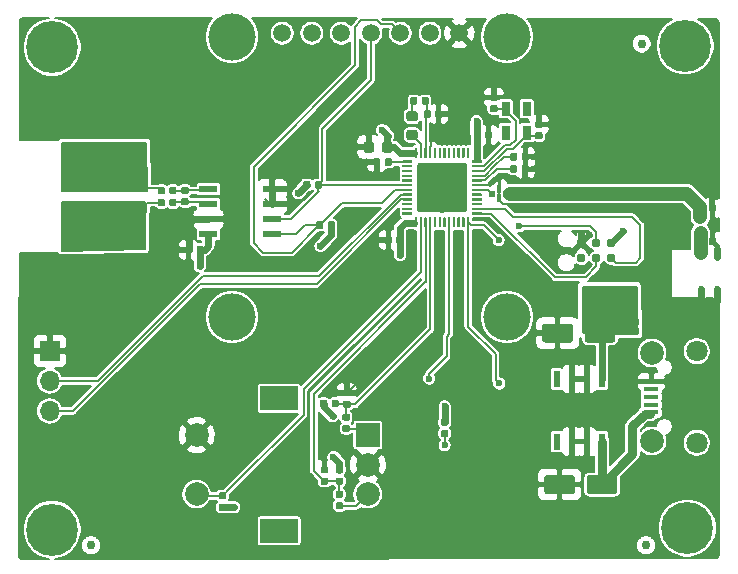
<source format=gtl>
G04 #@! TF.GenerationSoftware,KiCad,Pcbnew,(5.1.2)-1*
G04 #@! TF.CreationDate,2019-08-03T00:37:11-03:00*
G04 #@! TF.ProjectId,Medidor,4d656469-646f-4722-9e6b-696361645f70,rev?*
G04 #@! TF.SameCoordinates,Original*
G04 #@! TF.FileFunction,Copper,L1,Top*
G04 #@! TF.FilePolarity,Positive*
%FSLAX46Y46*%
G04 Gerber Fmt 4.6, Leading zero omitted, Abs format (unit mm)*
G04 Created by KiCad (PCBNEW (5.1.2)-1) date 2019-08-03 00:37:11*
%MOMM*%
%LPD*%
G04 APERTURE LIST*
%ADD10C,4.400000*%
%ADD11C,4.000000*%
%ADD12C,1.500000*%
%ADD13C,0.100000*%
%ADD14C,0.590000*%
%ADD15C,0.787400*%
%ADD16C,0.875000*%
%ADD17C,1.600000*%
%ADD18C,0.200000*%
%ADD19C,4.200000*%
%ADD20C,2.000000*%
%ADD21R,3.200000X2.000000*%
%ADD22R,2.000000X2.000000*%
%ADD23R,0.310000X0.520000*%
%ADD24C,0.975000*%
%ADD25R,0.760000X1.200000*%
%ADD26R,0.300000X0.725000*%
%ADD27R,0.600000X0.600000*%
%ADD28C,0.750000*%
%ADD29R,0.600000X1.400000*%
%ADD30R,1.550000X0.600000*%
%ADD31R,1.300000X0.450000*%
%ADD32C,1.800000*%
%ADD33R,1.700000X1.700000*%
%ADD34O,1.700000X1.700000*%
%ADD35C,2.500000*%
%ADD36C,0.600000*%
%ADD37C,0.200000*%
%ADD38C,0.600000*%
%ADD39C,0.800000*%
%ADD40C,1.200000*%
%ADD41C,0.400000*%
%ADD42C,0.300000*%
%ADD43C,0.254000*%
G04 APERTURE END LIST*
D10*
X140589000Y-132080000D03*
X140398500Y-91249500D03*
X86804500Y-132207000D03*
X86804500Y-91376500D03*
D11*
X125294500Y-90486500D03*
D12*
X121294500Y-90186500D03*
X118794500Y-90186500D03*
X116294500Y-90186500D03*
X113794500Y-90186500D03*
X111294500Y-90186500D03*
X108794500Y-90186500D03*
X106294500Y-90186500D03*
D11*
X102044500Y-90486500D03*
X125294500Y-114236500D03*
X102044500Y-114236500D03*
D13*
G36*
X126064958Y-100328210D02*
G01*
X126079276Y-100330334D01*
X126093317Y-100333851D01*
X126106946Y-100338728D01*
X126120031Y-100344917D01*
X126132447Y-100352358D01*
X126144073Y-100360981D01*
X126154798Y-100370702D01*
X126164519Y-100381427D01*
X126173142Y-100393053D01*
X126180583Y-100405469D01*
X126186772Y-100418554D01*
X126191649Y-100432183D01*
X126195166Y-100446224D01*
X126197290Y-100460542D01*
X126198000Y-100475000D01*
X126198000Y-100820000D01*
X126197290Y-100834458D01*
X126195166Y-100848776D01*
X126191649Y-100862817D01*
X126186772Y-100876446D01*
X126180583Y-100889531D01*
X126173142Y-100901947D01*
X126164519Y-100913573D01*
X126154798Y-100924298D01*
X126144073Y-100934019D01*
X126132447Y-100942642D01*
X126120031Y-100950083D01*
X126106946Y-100956272D01*
X126093317Y-100961149D01*
X126079276Y-100964666D01*
X126064958Y-100966790D01*
X126050500Y-100967500D01*
X125755500Y-100967500D01*
X125741042Y-100966790D01*
X125726724Y-100964666D01*
X125712683Y-100961149D01*
X125699054Y-100956272D01*
X125685969Y-100950083D01*
X125673553Y-100942642D01*
X125661927Y-100934019D01*
X125651202Y-100924298D01*
X125641481Y-100913573D01*
X125632858Y-100901947D01*
X125625417Y-100889531D01*
X125619228Y-100876446D01*
X125614351Y-100862817D01*
X125610834Y-100848776D01*
X125608710Y-100834458D01*
X125608000Y-100820000D01*
X125608000Y-100475000D01*
X125608710Y-100460542D01*
X125610834Y-100446224D01*
X125614351Y-100432183D01*
X125619228Y-100418554D01*
X125625417Y-100405469D01*
X125632858Y-100393053D01*
X125641481Y-100381427D01*
X125651202Y-100370702D01*
X125661927Y-100360981D01*
X125673553Y-100352358D01*
X125685969Y-100344917D01*
X125699054Y-100338728D01*
X125712683Y-100333851D01*
X125726724Y-100330334D01*
X125741042Y-100328210D01*
X125755500Y-100327500D01*
X126050500Y-100327500D01*
X126064958Y-100328210D01*
X126064958Y-100328210D01*
G37*
D14*
X125903000Y-100647500D03*
D13*
G36*
X127034958Y-100328210D02*
G01*
X127049276Y-100330334D01*
X127063317Y-100333851D01*
X127076946Y-100338728D01*
X127090031Y-100344917D01*
X127102447Y-100352358D01*
X127114073Y-100360981D01*
X127124798Y-100370702D01*
X127134519Y-100381427D01*
X127143142Y-100393053D01*
X127150583Y-100405469D01*
X127156772Y-100418554D01*
X127161649Y-100432183D01*
X127165166Y-100446224D01*
X127167290Y-100460542D01*
X127168000Y-100475000D01*
X127168000Y-100820000D01*
X127167290Y-100834458D01*
X127165166Y-100848776D01*
X127161649Y-100862817D01*
X127156772Y-100876446D01*
X127150583Y-100889531D01*
X127143142Y-100901947D01*
X127134519Y-100913573D01*
X127124798Y-100924298D01*
X127114073Y-100934019D01*
X127102447Y-100942642D01*
X127090031Y-100950083D01*
X127076946Y-100956272D01*
X127063317Y-100961149D01*
X127049276Y-100964666D01*
X127034958Y-100966790D01*
X127020500Y-100967500D01*
X126725500Y-100967500D01*
X126711042Y-100966790D01*
X126696724Y-100964666D01*
X126682683Y-100961149D01*
X126669054Y-100956272D01*
X126655969Y-100950083D01*
X126643553Y-100942642D01*
X126631927Y-100934019D01*
X126621202Y-100924298D01*
X126611481Y-100913573D01*
X126602858Y-100901947D01*
X126595417Y-100889531D01*
X126589228Y-100876446D01*
X126584351Y-100862817D01*
X126580834Y-100848776D01*
X126578710Y-100834458D01*
X126578000Y-100820000D01*
X126578000Y-100475000D01*
X126578710Y-100460542D01*
X126580834Y-100446224D01*
X126584351Y-100432183D01*
X126589228Y-100418554D01*
X126595417Y-100405469D01*
X126602858Y-100393053D01*
X126611481Y-100381427D01*
X126621202Y-100370702D01*
X126631927Y-100360981D01*
X126643553Y-100352358D01*
X126655969Y-100344917D01*
X126669054Y-100338728D01*
X126682683Y-100333851D01*
X126696724Y-100330334D01*
X126711042Y-100328210D01*
X126725500Y-100327500D01*
X127020500Y-100327500D01*
X127034958Y-100328210D01*
X127034958Y-100328210D01*
G37*
D14*
X126873000Y-100647500D03*
D15*
X134162800Y-107950000D03*
X134162800Y-109220000D03*
X132892800Y-107950000D03*
X132892800Y-109220000D03*
X131622800Y-107950000D03*
X131622800Y-109220000D03*
D13*
G36*
X124392958Y-95319210D02*
G01*
X124407276Y-95321334D01*
X124421317Y-95324851D01*
X124434946Y-95329728D01*
X124448031Y-95335917D01*
X124460447Y-95343358D01*
X124472073Y-95351981D01*
X124482798Y-95361702D01*
X124492519Y-95372427D01*
X124501142Y-95384053D01*
X124508583Y-95396469D01*
X124514772Y-95409554D01*
X124519649Y-95423183D01*
X124523166Y-95437224D01*
X124525290Y-95451542D01*
X124526000Y-95466000D01*
X124526000Y-95761000D01*
X124525290Y-95775458D01*
X124523166Y-95789776D01*
X124519649Y-95803817D01*
X124514772Y-95817446D01*
X124508583Y-95830531D01*
X124501142Y-95842947D01*
X124492519Y-95854573D01*
X124482798Y-95865298D01*
X124472073Y-95875019D01*
X124460447Y-95883642D01*
X124448031Y-95891083D01*
X124434946Y-95897272D01*
X124421317Y-95902149D01*
X124407276Y-95905666D01*
X124392958Y-95907790D01*
X124378500Y-95908500D01*
X124033500Y-95908500D01*
X124019042Y-95907790D01*
X124004724Y-95905666D01*
X123990683Y-95902149D01*
X123977054Y-95897272D01*
X123963969Y-95891083D01*
X123951553Y-95883642D01*
X123939927Y-95875019D01*
X123929202Y-95865298D01*
X123919481Y-95854573D01*
X123910858Y-95842947D01*
X123903417Y-95830531D01*
X123897228Y-95817446D01*
X123892351Y-95803817D01*
X123888834Y-95789776D01*
X123886710Y-95775458D01*
X123886000Y-95761000D01*
X123886000Y-95466000D01*
X123886710Y-95451542D01*
X123888834Y-95437224D01*
X123892351Y-95423183D01*
X123897228Y-95409554D01*
X123903417Y-95396469D01*
X123910858Y-95384053D01*
X123919481Y-95372427D01*
X123929202Y-95361702D01*
X123939927Y-95351981D01*
X123951553Y-95343358D01*
X123963969Y-95335917D01*
X123977054Y-95329728D01*
X123990683Y-95324851D01*
X124004724Y-95321334D01*
X124019042Y-95319210D01*
X124033500Y-95318500D01*
X124378500Y-95318500D01*
X124392958Y-95319210D01*
X124392958Y-95319210D01*
G37*
D14*
X124206000Y-95613500D03*
D13*
G36*
X124392958Y-96289210D02*
G01*
X124407276Y-96291334D01*
X124421317Y-96294851D01*
X124434946Y-96299728D01*
X124448031Y-96305917D01*
X124460447Y-96313358D01*
X124472073Y-96321981D01*
X124482798Y-96331702D01*
X124492519Y-96342427D01*
X124501142Y-96354053D01*
X124508583Y-96366469D01*
X124514772Y-96379554D01*
X124519649Y-96393183D01*
X124523166Y-96407224D01*
X124525290Y-96421542D01*
X124526000Y-96436000D01*
X124526000Y-96731000D01*
X124525290Y-96745458D01*
X124523166Y-96759776D01*
X124519649Y-96773817D01*
X124514772Y-96787446D01*
X124508583Y-96800531D01*
X124501142Y-96812947D01*
X124492519Y-96824573D01*
X124482798Y-96835298D01*
X124472073Y-96845019D01*
X124460447Y-96853642D01*
X124448031Y-96861083D01*
X124434946Y-96867272D01*
X124421317Y-96872149D01*
X124407276Y-96875666D01*
X124392958Y-96877790D01*
X124378500Y-96878500D01*
X124033500Y-96878500D01*
X124019042Y-96877790D01*
X124004724Y-96875666D01*
X123990683Y-96872149D01*
X123977054Y-96867272D01*
X123963969Y-96861083D01*
X123951553Y-96853642D01*
X123939927Y-96845019D01*
X123929202Y-96835298D01*
X123919481Y-96824573D01*
X123910858Y-96812947D01*
X123903417Y-96800531D01*
X123897228Y-96787446D01*
X123892351Y-96773817D01*
X123888834Y-96759776D01*
X123886710Y-96745458D01*
X123886000Y-96731000D01*
X123886000Y-96436000D01*
X123886710Y-96421542D01*
X123888834Y-96407224D01*
X123892351Y-96393183D01*
X123897228Y-96379554D01*
X123903417Y-96366469D01*
X123910858Y-96354053D01*
X123919481Y-96342427D01*
X123929202Y-96331702D01*
X123939927Y-96321981D01*
X123951553Y-96313358D01*
X123963969Y-96305917D01*
X123977054Y-96299728D01*
X123990683Y-96294851D01*
X124004724Y-96291334D01*
X124019042Y-96289210D01*
X124033500Y-96288500D01*
X124378500Y-96288500D01*
X124392958Y-96289210D01*
X124392958Y-96289210D01*
G37*
D14*
X124206000Y-96583500D03*
D13*
G36*
X128202958Y-97605210D02*
G01*
X128217276Y-97607334D01*
X128231317Y-97610851D01*
X128244946Y-97615728D01*
X128258031Y-97621917D01*
X128270447Y-97629358D01*
X128282073Y-97637981D01*
X128292798Y-97647702D01*
X128302519Y-97658427D01*
X128311142Y-97670053D01*
X128318583Y-97682469D01*
X128324772Y-97695554D01*
X128329649Y-97709183D01*
X128333166Y-97723224D01*
X128335290Y-97737542D01*
X128336000Y-97752000D01*
X128336000Y-98047000D01*
X128335290Y-98061458D01*
X128333166Y-98075776D01*
X128329649Y-98089817D01*
X128324772Y-98103446D01*
X128318583Y-98116531D01*
X128311142Y-98128947D01*
X128302519Y-98140573D01*
X128292798Y-98151298D01*
X128282073Y-98161019D01*
X128270447Y-98169642D01*
X128258031Y-98177083D01*
X128244946Y-98183272D01*
X128231317Y-98188149D01*
X128217276Y-98191666D01*
X128202958Y-98193790D01*
X128188500Y-98194500D01*
X127843500Y-98194500D01*
X127829042Y-98193790D01*
X127814724Y-98191666D01*
X127800683Y-98188149D01*
X127787054Y-98183272D01*
X127773969Y-98177083D01*
X127761553Y-98169642D01*
X127749927Y-98161019D01*
X127739202Y-98151298D01*
X127729481Y-98140573D01*
X127720858Y-98128947D01*
X127713417Y-98116531D01*
X127707228Y-98103446D01*
X127702351Y-98089817D01*
X127698834Y-98075776D01*
X127696710Y-98061458D01*
X127696000Y-98047000D01*
X127696000Y-97752000D01*
X127696710Y-97737542D01*
X127698834Y-97723224D01*
X127702351Y-97709183D01*
X127707228Y-97695554D01*
X127713417Y-97682469D01*
X127720858Y-97670053D01*
X127729481Y-97658427D01*
X127739202Y-97647702D01*
X127749927Y-97637981D01*
X127761553Y-97629358D01*
X127773969Y-97621917D01*
X127787054Y-97615728D01*
X127800683Y-97610851D01*
X127814724Y-97607334D01*
X127829042Y-97605210D01*
X127843500Y-97604500D01*
X128188500Y-97604500D01*
X128202958Y-97605210D01*
X128202958Y-97605210D01*
G37*
D14*
X128016000Y-97899500D03*
D13*
G36*
X128202958Y-98575210D02*
G01*
X128217276Y-98577334D01*
X128231317Y-98580851D01*
X128244946Y-98585728D01*
X128258031Y-98591917D01*
X128270447Y-98599358D01*
X128282073Y-98607981D01*
X128292798Y-98617702D01*
X128302519Y-98628427D01*
X128311142Y-98640053D01*
X128318583Y-98652469D01*
X128324772Y-98665554D01*
X128329649Y-98679183D01*
X128333166Y-98693224D01*
X128335290Y-98707542D01*
X128336000Y-98722000D01*
X128336000Y-99017000D01*
X128335290Y-99031458D01*
X128333166Y-99045776D01*
X128329649Y-99059817D01*
X128324772Y-99073446D01*
X128318583Y-99086531D01*
X128311142Y-99098947D01*
X128302519Y-99110573D01*
X128292798Y-99121298D01*
X128282073Y-99131019D01*
X128270447Y-99139642D01*
X128258031Y-99147083D01*
X128244946Y-99153272D01*
X128231317Y-99158149D01*
X128217276Y-99161666D01*
X128202958Y-99163790D01*
X128188500Y-99164500D01*
X127843500Y-99164500D01*
X127829042Y-99163790D01*
X127814724Y-99161666D01*
X127800683Y-99158149D01*
X127787054Y-99153272D01*
X127773969Y-99147083D01*
X127761553Y-99139642D01*
X127749927Y-99131019D01*
X127739202Y-99121298D01*
X127729481Y-99110573D01*
X127720858Y-99098947D01*
X127713417Y-99086531D01*
X127707228Y-99073446D01*
X127702351Y-99059817D01*
X127698834Y-99045776D01*
X127696710Y-99031458D01*
X127696000Y-99017000D01*
X127696000Y-98722000D01*
X127696710Y-98707542D01*
X127698834Y-98693224D01*
X127702351Y-98679183D01*
X127707228Y-98665554D01*
X127713417Y-98652469D01*
X127720858Y-98640053D01*
X127729481Y-98628427D01*
X127739202Y-98617702D01*
X127749927Y-98607981D01*
X127761553Y-98599358D01*
X127773969Y-98591917D01*
X127787054Y-98585728D01*
X127800683Y-98580851D01*
X127814724Y-98577334D01*
X127829042Y-98575210D01*
X127843500Y-98574500D01*
X128188500Y-98574500D01*
X128202958Y-98575210D01*
X128202958Y-98575210D01*
G37*
D14*
X128016000Y-98869500D03*
D13*
G36*
X118729158Y-96708710D02*
G01*
X118743476Y-96710834D01*
X118757517Y-96714351D01*
X118771146Y-96719228D01*
X118784231Y-96725417D01*
X118796647Y-96732858D01*
X118808273Y-96741481D01*
X118818998Y-96751202D01*
X118828719Y-96761927D01*
X118837342Y-96773553D01*
X118844783Y-96785969D01*
X118850972Y-96799054D01*
X118855849Y-96812683D01*
X118859366Y-96826724D01*
X118861490Y-96841042D01*
X118862200Y-96855500D01*
X118862200Y-97200500D01*
X118861490Y-97214958D01*
X118859366Y-97229276D01*
X118855849Y-97243317D01*
X118850972Y-97256946D01*
X118844783Y-97270031D01*
X118837342Y-97282447D01*
X118828719Y-97294073D01*
X118818998Y-97304798D01*
X118808273Y-97314519D01*
X118796647Y-97323142D01*
X118784231Y-97330583D01*
X118771146Y-97336772D01*
X118757517Y-97341649D01*
X118743476Y-97345166D01*
X118729158Y-97347290D01*
X118714700Y-97348000D01*
X118419700Y-97348000D01*
X118405242Y-97347290D01*
X118390924Y-97345166D01*
X118376883Y-97341649D01*
X118363254Y-97336772D01*
X118350169Y-97330583D01*
X118337753Y-97323142D01*
X118326127Y-97314519D01*
X118315402Y-97304798D01*
X118305681Y-97294073D01*
X118297058Y-97282447D01*
X118289617Y-97270031D01*
X118283428Y-97256946D01*
X118278551Y-97243317D01*
X118275034Y-97229276D01*
X118272910Y-97214958D01*
X118272200Y-97200500D01*
X118272200Y-96855500D01*
X118272910Y-96841042D01*
X118275034Y-96826724D01*
X118278551Y-96812683D01*
X118283428Y-96799054D01*
X118289617Y-96785969D01*
X118297058Y-96773553D01*
X118305681Y-96761927D01*
X118315402Y-96751202D01*
X118326127Y-96741481D01*
X118337753Y-96732858D01*
X118350169Y-96725417D01*
X118363254Y-96719228D01*
X118376883Y-96714351D01*
X118390924Y-96710834D01*
X118405242Y-96708710D01*
X118419700Y-96708000D01*
X118714700Y-96708000D01*
X118729158Y-96708710D01*
X118729158Y-96708710D01*
G37*
D14*
X118567200Y-97028000D03*
D13*
G36*
X119699158Y-96708710D02*
G01*
X119713476Y-96710834D01*
X119727517Y-96714351D01*
X119741146Y-96719228D01*
X119754231Y-96725417D01*
X119766647Y-96732858D01*
X119778273Y-96741481D01*
X119788998Y-96751202D01*
X119798719Y-96761927D01*
X119807342Y-96773553D01*
X119814783Y-96785969D01*
X119820972Y-96799054D01*
X119825849Y-96812683D01*
X119829366Y-96826724D01*
X119831490Y-96841042D01*
X119832200Y-96855500D01*
X119832200Y-97200500D01*
X119831490Y-97214958D01*
X119829366Y-97229276D01*
X119825849Y-97243317D01*
X119820972Y-97256946D01*
X119814783Y-97270031D01*
X119807342Y-97282447D01*
X119798719Y-97294073D01*
X119788998Y-97304798D01*
X119778273Y-97314519D01*
X119766647Y-97323142D01*
X119754231Y-97330583D01*
X119741146Y-97336772D01*
X119727517Y-97341649D01*
X119713476Y-97345166D01*
X119699158Y-97347290D01*
X119684700Y-97348000D01*
X119389700Y-97348000D01*
X119375242Y-97347290D01*
X119360924Y-97345166D01*
X119346883Y-97341649D01*
X119333254Y-97336772D01*
X119320169Y-97330583D01*
X119307753Y-97323142D01*
X119296127Y-97314519D01*
X119285402Y-97304798D01*
X119275681Y-97294073D01*
X119267058Y-97282447D01*
X119259617Y-97270031D01*
X119253428Y-97256946D01*
X119248551Y-97243317D01*
X119245034Y-97229276D01*
X119242910Y-97214958D01*
X119242200Y-97200500D01*
X119242200Y-96855500D01*
X119242910Y-96841042D01*
X119245034Y-96826724D01*
X119248551Y-96812683D01*
X119253428Y-96799054D01*
X119259617Y-96785969D01*
X119267058Y-96773553D01*
X119275681Y-96761927D01*
X119285402Y-96751202D01*
X119296127Y-96741481D01*
X119307753Y-96732858D01*
X119320169Y-96725417D01*
X119333254Y-96719228D01*
X119346883Y-96714351D01*
X119360924Y-96710834D01*
X119375242Y-96708710D01*
X119389700Y-96708000D01*
X119684700Y-96708000D01*
X119699158Y-96708710D01*
X119699158Y-96708710D01*
G37*
D14*
X119537200Y-97028000D03*
D13*
G36*
X98230958Y-103193210D02*
G01*
X98245276Y-103195334D01*
X98259317Y-103198851D01*
X98272946Y-103203728D01*
X98286031Y-103209917D01*
X98298447Y-103217358D01*
X98310073Y-103225981D01*
X98320798Y-103235702D01*
X98330519Y-103246427D01*
X98339142Y-103258053D01*
X98346583Y-103270469D01*
X98352772Y-103283554D01*
X98357649Y-103297183D01*
X98361166Y-103311224D01*
X98363290Y-103325542D01*
X98364000Y-103340000D01*
X98364000Y-103635000D01*
X98363290Y-103649458D01*
X98361166Y-103663776D01*
X98357649Y-103677817D01*
X98352772Y-103691446D01*
X98346583Y-103704531D01*
X98339142Y-103716947D01*
X98330519Y-103728573D01*
X98320798Y-103739298D01*
X98310073Y-103749019D01*
X98298447Y-103757642D01*
X98286031Y-103765083D01*
X98272946Y-103771272D01*
X98259317Y-103776149D01*
X98245276Y-103779666D01*
X98230958Y-103781790D01*
X98216500Y-103782500D01*
X97871500Y-103782500D01*
X97857042Y-103781790D01*
X97842724Y-103779666D01*
X97828683Y-103776149D01*
X97815054Y-103771272D01*
X97801969Y-103765083D01*
X97789553Y-103757642D01*
X97777927Y-103749019D01*
X97767202Y-103739298D01*
X97757481Y-103728573D01*
X97748858Y-103716947D01*
X97741417Y-103704531D01*
X97735228Y-103691446D01*
X97730351Y-103677817D01*
X97726834Y-103663776D01*
X97724710Y-103649458D01*
X97724000Y-103635000D01*
X97724000Y-103340000D01*
X97724710Y-103325542D01*
X97726834Y-103311224D01*
X97730351Y-103297183D01*
X97735228Y-103283554D01*
X97741417Y-103270469D01*
X97748858Y-103258053D01*
X97757481Y-103246427D01*
X97767202Y-103235702D01*
X97777927Y-103225981D01*
X97789553Y-103217358D01*
X97801969Y-103209917D01*
X97815054Y-103203728D01*
X97828683Y-103198851D01*
X97842724Y-103195334D01*
X97857042Y-103193210D01*
X97871500Y-103192500D01*
X98216500Y-103192500D01*
X98230958Y-103193210D01*
X98230958Y-103193210D01*
G37*
D14*
X98044000Y-103487500D03*
D13*
G36*
X98230958Y-104163210D02*
G01*
X98245276Y-104165334D01*
X98259317Y-104168851D01*
X98272946Y-104173728D01*
X98286031Y-104179917D01*
X98298447Y-104187358D01*
X98310073Y-104195981D01*
X98320798Y-104205702D01*
X98330519Y-104216427D01*
X98339142Y-104228053D01*
X98346583Y-104240469D01*
X98352772Y-104253554D01*
X98357649Y-104267183D01*
X98361166Y-104281224D01*
X98363290Y-104295542D01*
X98364000Y-104310000D01*
X98364000Y-104605000D01*
X98363290Y-104619458D01*
X98361166Y-104633776D01*
X98357649Y-104647817D01*
X98352772Y-104661446D01*
X98346583Y-104674531D01*
X98339142Y-104686947D01*
X98330519Y-104698573D01*
X98320798Y-104709298D01*
X98310073Y-104719019D01*
X98298447Y-104727642D01*
X98286031Y-104735083D01*
X98272946Y-104741272D01*
X98259317Y-104746149D01*
X98245276Y-104749666D01*
X98230958Y-104751790D01*
X98216500Y-104752500D01*
X97871500Y-104752500D01*
X97857042Y-104751790D01*
X97842724Y-104749666D01*
X97828683Y-104746149D01*
X97815054Y-104741272D01*
X97801969Y-104735083D01*
X97789553Y-104727642D01*
X97777927Y-104719019D01*
X97767202Y-104709298D01*
X97757481Y-104698573D01*
X97748858Y-104686947D01*
X97741417Y-104674531D01*
X97735228Y-104661446D01*
X97730351Y-104647817D01*
X97726834Y-104633776D01*
X97724710Y-104619458D01*
X97724000Y-104605000D01*
X97724000Y-104310000D01*
X97724710Y-104295542D01*
X97726834Y-104281224D01*
X97730351Y-104267183D01*
X97735228Y-104253554D01*
X97741417Y-104240469D01*
X97748858Y-104228053D01*
X97757481Y-104216427D01*
X97767202Y-104205702D01*
X97777927Y-104195981D01*
X97789553Y-104187358D01*
X97801969Y-104179917D01*
X97815054Y-104173728D01*
X97828683Y-104168851D01*
X97842724Y-104165334D01*
X97857042Y-104163210D01*
X97871500Y-104162500D01*
X98216500Y-104162500D01*
X98230958Y-104163210D01*
X98230958Y-104163210D01*
G37*
D14*
X98044000Y-104457500D03*
D13*
G36*
X115429191Y-99348053D02*
G01*
X115450426Y-99351203D01*
X115471250Y-99356419D01*
X115491462Y-99363651D01*
X115510868Y-99372830D01*
X115529281Y-99383866D01*
X115546524Y-99396654D01*
X115562430Y-99411070D01*
X115576846Y-99426976D01*
X115589634Y-99444219D01*
X115600670Y-99462632D01*
X115609849Y-99482038D01*
X115617081Y-99502250D01*
X115622297Y-99523074D01*
X115625447Y-99544309D01*
X115626500Y-99565750D01*
X115626500Y-100078250D01*
X115625447Y-100099691D01*
X115622297Y-100120926D01*
X115617081Y-100141750D01*
X115609849Y-100161962D01*
X115600670Y-100181368D01*
X115589634Y-100199781D01*
X115576846Y-100217024D01*
X115562430Y-100232930D01*
X115546524Y-100247346D01*
X115529281Y-100260134D01*
X115510868Y-100271170D01*
X115491462Y-100280349D01*
X115471250Y-100287581D01*
X115450426Y-100292797D01*
X115429191Y-100295947D01*
X115407750Y-100297000D01*
X114970250Y-100297000D01*
X114948809Y-100295947D01*
X114927574Y-100292797D01*
X114906750Y-100287581D01*
X114886538Y-100280349D01*
X114867132Y-100271170D01*
X114848719Y-100260134D01*
X114831476Y-100247346D01*
X114815570Y-100232930D01*
X114801154Y-100217024D01*
X114788366Y-100199781D01*
X114777330Y-100181368D01*
X114768151Y-100161962D01*
X114760919Y-100141750D01*
X114755703Y-100120926D01*
X114752553Y-100099691D01*
X114751500Y-100078250D01*
X114751500Y-99565750D01*
X114752553Y-99544309D01*
X114755703Y-99523074D01*
X114760919Y-99502250D01*
X114768151Y-99482038D01*
X114777330Y-99462632D01*
X114788366Y-99444219D01*
X114801154Y-99426976D01*
X114815570Y-99411070D01*
X114831476Y-99396654D01*
X114848719Y-99383866D01*
X114867132Y-99372830D01*
X114886538Y-99363651D01*
X114906750Y-99356419D01*
X114927574Y-99351203D01*
X114948809Y-99348053D01*
X114970250Y-99347000D01*
X115407750Y-99347000D01*
X115429191Y-99348053D01*
X115429191Y-99348053D01*
G37*
D16*
X115189000Y-99822000D03*
D13*
G36*
X113854191Y-99348053D02*
G01*
X113875426Y-99351203D01*
X113896250Y-99356419D01*
X113916462Y-99363651D01*
X113935868Y-99372830D01*
X113954281Y-99383866D01*
X113971524Y-99396654D01*
X113987430Y-99411070D01*
X114001846Y-99426976D01*
X114014634Y-99444219D01*
X114025670Y-99462632D01*
X114034849Y-99482038D01*
X114042081Y-99502250D01*
X114047297Y-99523074D01*
X114050447Y-99544309D01*
X114051500Y-99565750D01*
X114051500Y-100078250D01*
X114050447Y-100099691D01*
X114047297Y-100120926D01*
X114042081Y-100141750D01*
X114034849Y-100161962D01*
X114025670Y-100181368D01*
X114014634Y-100199781D01*
X114001846Y-100217024D01*
X113987430Y-100232930D01*
X113971524Y-100247346D01*
X113954281Y-100260134D01*
X113935868Y-100271170D01*
X113916462Y-100280349D01*
X113896250Y-100287581D01*
X113875426Y-100292797D01*
X113854191Y-100295947D01*
X113832750Y-100297000D01*
X113395250Y-100297000D01*
X113373809Y-100295947D01*
X113352574Y-100292797D01*
X113331750Y-100287581D01*
X113311538Y-100280349D01*
X113292132Y-100271170D01*
X113273719Y-100260134D01*
X113256476Y-100247346D01*
X113240570Y-100232930D01*
X113226154Y-100217024D01*
X113213366Y-100199781D01*
X113202330Y-100181368D01*
X113193151Y-100161962D01*
X113185919Y-100141750D01*
X113180703Y-100120926D01*
X113177553Y-100099691D01*
X113176500Y-100078250D01*
X113176500Y-99565750D01*
X113177553Y-99544309D01*
X113180703Y-99523074D01*
X113185919Y-99502250D01*
X113193151Y-99482038D01*
X113202330Y-99462632D01*
X113213366Y-99444219D01*
X113226154Y-99426976D01*
X113240570Y-99411070D01*
X113256476Y-99396654D01*
X113273719Y-99383866D01*
X113292132Y-99372830D01*
X113311538Y-99363651D01*
X113331750Y-99356419D01*
X113352574Y-99351203D01*
X113373809Y-99348053D01*
X113395250Y-99347000D01*
X113832750Y-99347000D01*
X113854191Y-99348053D01*
X113854191Y-99348053D01*
G37*
D16*
X113614000Y-99822000D03*
D13*
G36*
X115437458Y-107376710D02*
G01*
X115451776Y-107378834D01*
X115465817Y-107382351D01*
X115479446Y-107387228D01*
X115492531Y-107393417D01*
X115504947Y-107400858D01*
X115516573Y-107409481D01*
X115527298Y-107419202D01*
X115537019Y-107429927D01*
X115545642Y-107441553D01*
X115553083Y-107453969D01*
X115559272Y-107467054D01*
X115564149Y-107480683D01*
X115567666Y-107494724D01*
X115569790Y-107509042D01*
X115570500Y-107523500D01*
X115570500Y-107868500D01*
X115569790Y-107882958D01*
X115567666Y-107897276D01*
X115564149Y-107911317D01*
X115559272Y-107924946D01*
X115553083Y-107938031D01*
X115545642Y-107950447D01*
X115537019Y-107962073D01*
X115527298Y-107972798D01*
X115516573Y-107982519D01*
X115504947Y-107991142D01*
X115492531Y-107998583D01*
X115479446Y-108004772D01*
X115465817Y-108009649D01*
X115451776Y-108013166D01*
X115437458Y-108015290D01*
X115423000Y-108016000D01*
X115128000Y-108016000D01*
X115113542Y-108015290D01*
X115099224Y-108013166D01*
X115085183Y-108009649D01*
X115071554Y-108004772D01*
X115058469Y-107998583D01*
X115046053Y-107991142D01*
X115034427Y-107982519D01*
X115023702Y-107972798D01*
X115013981Y-107962073D01*
X115005358Y-107950447D01*
X114997917Y-107938031D01*
X114991728Y-107924946D01*
X114986851Y-107911317D01*
X114983334Y-107897276D01*
X114981210Y-107882958D01*
X114980500Y-107868500D01*
X114980500Y-107523500D01*
X114981210Y-107509042D01*
X114983334Y-107494724D01*
X114986851Y-107480683D01*
X114991728Y-107467054D01*
X114997917Y-107453969D01*
X115005358Y-107441553D01*
X115013981Y-107429927D01*
X115023702Y-107419202D01*
X115034427Y-107409481D01*
X115046053Y-107400858D01*
X115058469Y-107393417D01*
X115071554Y-107387228D01*
X115085183Y-107382351D01*
X115099224Y-107378834D01*
X115113542Y-107376710D01*
X115128000Y-107376000D01*
X115423000Y-107376000D01*
X115437458Y-107376710D01*
X115437458Y-107376710D01*
G37*
D14*
X115275500Y-107696000D03*
D13*
G36*
X116407458Y-107376710D02*
G01*
X116421776Y-107378834D01*
X116435817Y-107382351D01*
X116449446Y-107387228D01*
X116462531Y-107393417D01*
X116474947Y-107400858D01*
X116486573Y-107409481D01*
X116497298Y-107419202D01*
X116507019Y-107429927D01*
X116515642Y-107441553D01*
X116523083Y-107453969D01*
X116529272Y-107467054D01*
X116534149Y-107480683D01*
X116537666Y-107494724D01*
X116539790Y-107509042D01*
X116540500Y-107523500D01*
X116540500Y-107868500D01*
X116539790Y-107882958D01*
X116537666Y-107897276D01*
X116534149Y-107911317D01*
X116529272Y-107924946D01*
X116523083Y-107938031D01*
X116515642Y-107950447D01*
X116507019Y-107962073D01*
X116497298Y-107972798D01*
X116486573Y-107982519D01*
X116474947Y-107991142D01*
X116462531Y-107998583D01*
X116449446Y-108004772D01*
X116435817Y-108009649D01*
X116421776Y-108013166D01*
X116407458Y-108015290D01*
X116393000Y-108016000D01*
X116098000Y-108016000D01*
X116083542Y-108015290D01*
X116069224Y-108013166D01*
X116055183Y-108009649D01*
X116041554Y-108004772D01*
X116028469Y-107998583D01*
X116016053Y-107991142D01*
X116004427Y-107982519D01*
X115993702Y-107972798D01*
X115983981Y-107962073D01*
X115975358Y-107950447D01*
X115967917Y-107938031D01*
X115961728Y-107924946D01*
X115956851Y-107911317D01*
X115953334Y-107897276D01*
X115951210Y-107882958D01*
X115950500Y-107868500D01*
X115950500Y-107523500D01*
X115951210Y-107509042D01*
X115953334Y-107494724D01*
X115956851Y-107480683D01*
X115961728Y-107467054D01*
X115967917Y-107453969D01*
X115975358Y-107441553D01*
X115983981Y-107429927D01*
X115993702Y-107419202D01*
X116004427Y-107409481D01*
X116016053Y-107400858D01*
X116028469Y-107393417D01*
X116041554Y-107387228D01*
X116055183Y-107382351D01*
X116069224Y-107378834D01*
X116083542Y-107376710D01*
X116098000Y-107376000D01*
X116393000Y-107376000D01*
X116407458Y-107376710D01*
X116407458Y-107376710D01*
G37*
D14*
X116245500Y-107696000D03*
D13*
G36*
X122953458Y-98486710D02*
G01*
X122967776Y-98488834D01*
X122981817Y-98492351D01*
X122995446Y-98497228D01*
X123008531Y-98503417D01*
X123020947Y-98510858D01*
X123032573Y-98519481D01*
X123043298Y-98529202D01*
X123053019Y-98539927D01*
X123061642Y-98551553D01*
X123069083Y-98563969D01*
X123075272Y-98577054D01*
X123080149Y-98590683D01*
X123083666Y-98604724D01*
X123085790Y-98619042D01*
X123086500Y-98633500D01*
X123086500Y-98978500D01*
X123085790Y-98992958D01*
X123083666Y-99007276D01*
X123080149Y-99021317D01*
X123075272Y-99034946D01*
X123069083Y-99048031D01*
X123061642Y-99060447D01*
X123053019Y-99072073D01*
X123043298Y-99082798D01*
X123032573Y-99092519D01*
X123020947Y-99101142D01*
X123008531Y-99108583D01*
X122995446Y-99114772D01*
X122981817Y-99119649D01*
X122967776Y-99123166D01*
X122953458Y-99125290D01*
X122939000Y-99126000D01*
X122644000Y-99126000D01*
X122629542Y-99125290D01*
X122615224Y-99123166D01*
X122601183Y-99119649D01*
X122587554Y-99114772D01*
X122574469Y-99108583D01*
X122562053Y-99101142D01*
X122550427Y-99092519D01*
X122539702Y-99082798D01*
X122529981Y-99072073D01*
X122521358Y-99060447D01*
X122513917Y-99048031D01*
X122507728Y-99034946D01*
X122502851Y-99021317D01*
X122499334Y-99007276D01*
X122497210Y-98992958D01*
X122496500Y-98978500D01*
X122496500Y-98633500D01*
X122497210Y-98619042D01*
X122499334Y-98604724D01*
X122502851Y-98590683D01*
X122507728Y-98577054D01*
X122513917Y-98563969D01*
X122521358Y-98551553D01*
X122529981Y-98539927D01*
X122539702Y-98529202D01*
X122550427Y-98519481D01*
X122562053Y-98510858D01*
X122574469Y-98503417D01*
X122587554Y-98497228D01*
X122601183Y-98492351D01*
X122615224Y-98488834D01*
X122629542Y-98486710D01*
X122644000Y-98486000D01*
X122939000Y-98486000D01*
X122953458Y-98486710D01*
X122953458Y-98486710D01*
G37*
D14*
X122791500Y-98806000D03*
D13*
G36*
X123923458Y-98486710D02*
G01*
X123937776Y-98488834D01*
X123951817Y-98492351D01*
X123965446Y-98497228D01*
X123978531Y-98503417D01*
X123990947Y-98510858D01*
X124002573Y-98519481D01*
X124013298Y-98529202D01*
X124023019Y-98539927D01*
X124031642Y-98551553D01*
X124039083Y-98563969D01*
X124045272Y-98577054D01*
X124050149Y-98590683D01*
X124053666Y-98604724D01*
X124055790Y-98619042D01*
X124056500Y-98633500D01*
X124056500Y-98978500D01*
X124055790Y-98992958D01*
X124053666Y-99007276D01*
X124050149Y-99021317D01*
X124045272Y-99034946D01*
X124039083Y-99048031D01*
X124031642Y-99060447D01*
X124023019Y-99072073D01*
X124013298Y-99082798D01*
X124002573Y-99092519D01*
X123990947Y-99101142D01*
X123978531Y-99108583D01*
X123965446Y-99114772D01*
X123951817Y-99119649D01*
X123937776Y-99123166D01*
X123923458Y-99125290D01*
X123909000Y-99126000D01*
X123614000Y-99126000D01*
X123599542Y-99125290D01*
X123585224Y-99123166D01*
X123571183Y-99119649D01*
X123557554Y-99114772D01*
X123544469Y-99108583D01*
X123532053Y-99101142D01*
X123520427Y-99092519D01*
X123509702Y-99082798D01*
X123499981Y-99072073D01*
X123491358Y-99060447D01*
X123483917Y-99048031D01*
X123477728Y-99034946D01*
X123472851Y-99021317D01*
X123469334Y-99007276D01*
X123467210Y-98992958D01*
X123466500Y-98978500D01*
X123466500Y-98633500D01*
X123467210Y-98619042D01*
X123469334Y-98604724D01*
X123472851Y-98590683D01*
X123477728Y-98577054D01*
X123483917Y-98563969D01*
X123491358Y-98551553D01*
X123499981Y-98539927D01*
X123509702Y-98529202D01*
X123520427Y-98519481D01*
X123532053Y-98510858D01*
X123544469Y-98503417D01*
X123557554Y-98497228D01*
X123571183Y-98492351D01*
X123585224Y-98488834D01*
X123599542Y-98486710D01*
X123614000Y-98486000D01*
X123909000Y-98486000D01*
X123923458Y-98486710D01*
X123923458Y-98486710D01*
G37*
D14*
X123761500Y-98806000D03*
D13*
G36*
X114461958Y-100772710D02*
G01*
X114476276Y-100774834D01*
X114490317Y-100778351D01*
X114503946Y-100783228D01*
X114517031Y-100789417D01*
X114529447Y-100796858D01*
X114541073Y-100805481D01*
X114551798Y-100815202D01*
X114561519Y-100825927D01*
X114570142Y-100837553D01*
X114577583Y-100849969D01*
X114583772Y-100863054D01*
X114588649Y-100876683D01*
X114592166Y-100890724D01*
X114594290Y-100905042D01*
X114595000Y-100919500D01*
X114595000Y-101264500D01*
X114594290Y-101278958D01*
X114592166Y-101293276D01*
X114588649Y-101307317D01*
X114583772Y-101320946D01*
X114577583Y-101334031D01*
X114570142Y-101346447D01*
X114561519Y-101358073D01*
X114551798Y-101368798D01*
X114541073Y-101378519D01*
X114529447Y-101387142D01*
X114517031Y-101394583D01*
X114503946Y-101400772D01*
X114490317Y-101405649D01*
X114476276Y-101409166D01*
X114461958Y-101411290D01*
X114447500Y-101412000D01*
X114152500Y-101412000D01*
X114138042Y-101411290D01*
X114123724Y-101409166D01*
X114109683Y-101405649D01*
X114096054Y-101400772D01*
X114082969Y-101394583D01*
X114070553Y-101387142D01*
X114058927Y-101378519D01*
X114048202Y-101368798D01*
X114038481Y-101358073D01*
X114029858Y-101346447D01*
X114022417Y-101334031D01*
X114016228Y-101320946D01*
X114011351Y-101307317D01*
X114007834Y-101293276D01*
X114005710Y-101278958D01*
X114005000Y-101264500D01*
X114005000Y-100919500D01*
X114005710Y-100905042D01*
X114007834Y-100890724D01*
X114011351Y-100876683D01*
X114016228Y-100863054D01*
X114022417Y-100849969D01*
X114029858Y-100837553D01*
X114038481Y-100825927D01*
X114048202Y-100815202D01*
X114058927Y-100805481D01*
X114070553Y-100796858D01*
X114082969Y-100789417D01*
X114096054Y-100783228D01*
X114109683Y-100778351D01*
X114123724Y-100774834D01*
X114138042Y-100772710D01*
X114152500Y-100772000D01*
X114447500Y-100772000D01*
X114461958Y-100772710D01*
X114461958Y-100772710D01*
G37*
D14*
X114300000Y-101092000D03*
D13*
G36*
X115431958Y-100772710D02*
G01*
X115446276Y-100774834D01*
X115460317Y-100778351D01*
X115473946Y-100783228D01*
X115487031Y-100789417D01*
X115499447Y-100796858D01*
X115511073Y-100805481D01*
X115521798Y-100815202D01*
X115531519Y-100825927D01*
X115540142Y-100837553D01*
X115547583Y-100849969D01*
X115553772Y-100863054D01*
X115558649Y-100876683D01*
X115562166Y-100890724D01*
X115564290Y-100905042D01*
X115565000Y-100919500D01*
X115565000Y-101264500D01*
X115564290Y-101278958D01*
X115562166Y-101293276D01*
X115558649Y-101307317D01*
X115553772Y-101320946D01*
X115547583Y-101334031D01*
X115540142Y-101346447D01*
X115531519Y-101358073D01*
X115521798Y-101368798D01*
X115511073Y-101378519D01*
X115499447Y-101387142D01*
X115487031Y-101394583D01*
X115473946Y-101400772D01*
X115460317Y-101405649D01*
X115446276Y-101409166D01*
X115431958Y-101411290D01*
X115417500Y-101412000D01*
X115122500Y-101412000D01*
X115108042Y-101411290D01*
X115093724Y-101409166D01*
X115079683Y-101405649D01*
X115066054Y-101400772D01*
X115052969Y-101394583D01*
X115040553Y-101387142D01*
X115028927Y-101378519D01*
X115018202Y-101368798D01*
X115008481Y-101358073D01*
X114999858Y-101346447D01*
X114992417Y-101334031D01*
X114986228Y-101320946D01*
X114981351Y-101307317D01*
X114977834Y-101293276D01*
X114975710Y-101278958D01*
X114975000Y-101264500D01*
X114975000Y-100919500D01*
X114975710Y-100905042D01*
X114977834Y-100890724D01*
X114981351Y-100876683D01*
X114986228Y-100863054D01*
X114992417Y-100849969D01*
X114999858Y-100837553D01*
X115008481Y-100825927D01*
X115018202Y-100815202D01*
X115028927Y-100805481D01*
X115040553Y-100796858D01*
X115052969Y-100789417D01*
X115066054Y-100783228D01*
X115079683Y-100778351D01*
X115093724Y-100774834D01*
X115108042Y-100772710D01*
X115122500Y-100772000D01*
X115417500Y-100772000D01*
X115431958Y-100772710D01*
X115431958Y-100772710D01*
G37*
D14*
X115270000Y-101092000D03*
D13*
G36*
X98523458Y-108202210D02*
G01*
X98537776Y-108204334D01*
X98551817Y-108207851D01*
X98565446Y-108212728D01*
X98578531Y-108218917D01*
X98590947Y-108226358D01*
X98602573Y-108234981D01*
X98613298Y-108244702D01*
X98623019Y-108255427D01*
X98631642Y-108267053D01*
X98639083Y-108279469D01*
X98645272Y-108292554D01*
X98650149Y-108306183D01*
X98653666Y-108320224D01*
X98655790Y-108334542D01*
X98656500Y-108349000D01*
X98656500Y-108694000D01*
X98655790Y-108708458D01*
X98653666Y-108722776D01*
X98650149Y-108736817D01*
X98645272Y-108750446D01*
X98639083Y-108763531D01*
X98631642Y-108775947D01*
X98623019Y-108787573D01*
X98613298Y-108798298D01*
X98602573Y-108808019D01*
X98590947Y-108816642D01*
X98578531Y-108824083D01*
X98565446Y-108830272D01*
X98551817Y-108835149D01*
X98537776Y-108838666D01*
X98523458Y-108840790D01*
X98509000Y-108841500D01*
X98214000Y-108841500D01*
X98199542Y-108840790D01*
X98185224Y-108838666D01*
X98171183Y-108835149D01*
X98157554Y-108830272D01*
X98144469Y-108824083D01*
X98132053Y-108816642D01*
X98120427Y-108808019D01*
X98109702Y-108798298D01*
X98099981Y-108787573D01*
X98091358Y-108775947D01*
X98083917Y-108763531D01*
X98077728Y-108750446D01*
X98072851Y-108736817D01*
X98069334Y-108722776D01*
X98067210Y-108708458D01*
X98066500Y-108694000D01*
X98066500Y-108349000D01*
X98067210Y-108334542D01*
X98069334Y-108320224D01*
X98072851Y-108306183D01*
X98077728Y-108292554D01*
X98083917Y-108279469D01*
X98091358Y-108267053D01*
X98099981Y-108255427D01*
X98109702Y-108244702D01*
X98120427Y-108234981D01*
X98132053Y-108226358D01*
X98144469Y-108218917D01*
X98157554Y-108212728D01*
X98171183Y-108207851D01*
X98185224Y-108204334D01*
X98199542Y-108202210D01*
X98214000Y-108201500D01*
X98509000Y-108201500D01*
X98523458Y-108202210D01*
X98523458Y-108202210D01*
G37*
D14*
X98361500Y-108521500D03*
D13*
G36*
X99493458Y-108202210D02*
G01*
X99507776Y-108204334D01*
X99521817Y-108207851D01*
X99535446Y-108212728D01*
X99548531Y-108218917D01*
X99560947Y-108226358D01*
X99572573Y-108234981D01*
X99583298Y-108244702D01*
X99593019Y-108255427D01*
X99601642Y-108267053D01*
X99609083Y-108279469D01*
X99615272Y-108292554D01*
X99620149Y-108306183D01*
X99623666Y-108320224D01*
X99625790Y-108334542D01*
X99626500Y-108349000D01*
X99626500Y-108694000D01*
X99625790Y-108708458D01*
X99623666Y-108722776D01*
X99620149Y-108736817D01*
X99615272Y-108750446D01*
X99609083Y-108763531D01*
X99601642Y-108775947D01*
X99593019Y-108787573D01*
X99583298Y-108798298D01*
X99572573Y-108808019D01*
X99560947Y-108816642D01*
X99548531Y-108824083D01*
X99535446Y-108830272D01*
X99521817Y-108835149D01*
X99507776Y-108838666D01*
X99493458Y-108840790D01*
X99479000Y-108841500D01*
X99184000Y-108841500D01*
X99169542Y-108840790D01*
X99155224Y-108838666D01*
X99141183Y-108835149D01*
X99127554Y-108830272D01*
X99114469Y-108824083D01*
X99102053Y-108816642D01*
X99090427Y-108808019D01*
X99079702Y-108798298D01*
X99069981Y-108787573D01*
X99061358Y-108775947D01*
X99053917Y-108763531D01*
X99047728Y-108750446D01*
X99042851Y-108736817D01*
X99039334Y-108722776D01*
X99037210Y-108708458D01*
X99036500Y-108694000D01*
X99036500Y-108349000D01*
X99037210Y-108334542D01*
X99039334Y-108320224D01*
X99042851Y-108306183D01*
X99047728Y-108292554D01*
X99053917Y-108279469D01*
X99061358Y-108267053D01*
X99069981Y-108255427D01*
X99079702Y-108244702D01*
X99090427Y-108234981D01*
X99102053Y-108226358D01*
X99114469Y-108218917D01*
X99127554Y-108212728D01*
X99141183Y-108207851D01*
X99155224Y-108204334D01*
X99169542Y-108202210D01*
X99184000Y-108201500D01*
X99479000Y-108201500D01*
X99493458Y-108202210D01*
X99493458Y-108202210D01*
G37*
D14*
X99331500Y-108521500D03*
D13*
G36*
X134278004Y-114771204D02*
G01*
X134302273Y-114774804D01*
X134326071Y-114780765D01*
X134349171Y-114789030D01*
X134371349Y-114799520D01*
X134392393Y-114812133D01*
X134412098Y-114826747D01*
X134430277Y-114843223D01*
X134446753Y-114861402D01*
X134461367Y-114881107D01*
X134473980Y-114902151D01*
X134484470Y-114924329D01*
X134492735Y-114947429D01*
X134498696Y-114971227D01*
X134502296Y-114995496D01*
X134503500Y-115020000D01*
X134503500Y-116120000D01*
X134502296Y-116144504D01*
X134498696Y-116168773D01*
X134492735Y-116192571D01*
X134484470Y-116215671D01*
X134473980Y-116237849D01*
X134461367Y-116258893D01*
X134446753Y-116278598D01*
X134430277Y-116296777D01*
X134412098Y-116313253D01*
X134392393Y-116327867D01*
X134371349Y-116340480D01*
X134349171Y-116350970D01*
X134326071Y-116359235D01*
X134302273Y-116365196D01*
X134278004Y-116368796D01*
X134253500Y-116370000D01*
X132153500Y-116370000D01*
X132128996Y-116368796D01*
X132104727Y-116365196D01*
X132080929Y-116359235D01*
X132057829Y-116350970D01*
X132035651Y-116340480D01*
X132014607Y-116327867D01*
X131994902Y-116313253D01*
X131976723Y-116296777D01*
X131960247Y-116278598D01*
X131945633Y-116258893D01*
X131933020Y-116237849D01*
X131922530Y-116215671D01*
X131914265Y-116192571D01*
X131908304Y-116168773D01*
X131904704Y-116144504D01*
X131903500Y-116120000D01*
X131903500Y-115020000D01*
X131904704Y-114995496D01*
X131908304Y-114971227D01*
X131914265Y-114947429D01*
X131922530Y-114924329D01*
X131933020Y-114902151D01*
X131945633Y-114881107D01*
X131960247Y-114861402D01*
X131976723Y-114843223D01*
X131994902Y-114826747D01*
X132014607Y-114812133D01*
X132035651Y-114799520D01*
X132057829Y-114789030D01*
X132080929Y-114780765D01*
X132104727Y-114774804D01*
X132128996Y-114771204D01*
X132153500Y-114770000D01*
X134253500Y-114770000D01*
X134278004Y-114771204D01*
X134278004Y-114771204D01*
G37*
D17*
X133203500Y-115570000D03*
D13*
G36*
X130678004Y-114771204D02*
G01*
X130702273Y-114774804D01*
X130726071Y-114780765D01*
X130749171Y-114789030D01*
X130771349Y-114799520D01*
X130792393Y-114812133D01*
X130812098Y-114826747D01*
X130830277Y-114843223D01*
X130846753Y-114861402D01*
X130861367Y-114881107D01*
X130873980Y-114902151D01*
X130884470Y-114924329D01*
X130892735Y-114947429D01*
X130898696Y-114971227D01*
X130902296Y-114995496D01*
X130903500Y-115020000D01*
X130903500Y-116120000D01*
X130902296Y-116144504D01*
X130898696Y-116168773D01*
X130892735Y-116192571D01*
X130884470Y-116215671D01*
X130873980Y-116237849D01*
X130861367Y-116258893D01*
X130846753Y-116278598D01*
X130830277Y-116296777D01*
X130812098Y-116313253D01*
X130792393Y-116327867D01*
X130771349Y-116340480D01*
X130749171Y-116350970D01*
X130726071Y-116359235D01*
X130702273Y-116365196D01*
X130678004Y-116368796D01*
X130653500Y-116370000D01*
X128553500Y-116370000D01*
X128528996Y-116368796D01*
X128504727Y-116365196D01*
X128480929Y-116359235D01*
X128457829Y-116350970D01*
X128435651Y-116340480D01*
X128414607Y-116327867D01*
X128394902Y-116313253D01*
X128376723Y-116296777D01*
X128360247Y-116278598D01*
X128345633Y-116258893D01*
X128333020Y-116237849D01*
X128322530Y-116215671D01*
X128314265Y-116192571D01*
X128308304Y-116168773D01*
X128304704Y-116144504D01*
X128303500Y-116120000D01*
X128303500Y-115020000D01*
X128304704Y-114995496D01*
X128308304Y-114971227D01*
X128314265Y-114947429D01*
X128322530Y-114924329D01*
X128333020Y-114902151D01*
X128345633Y-114881107D01*
X128360247Y-114861402D01*
X128376723Y-114843223D01*
X128394902Y-114826747D01*
X128414607Y-114812133D01*
X128435651Y-114799520D01*
X128457829Y-114789030D01*
X128480929Y-114780765D01*
X128504727Y-114774804D01*
X128528996Y-114771204D01*
X128553500Y-114770000D01*
X130653500Y-114770000D01*
X130678004Y-114771204D01*
X130678004Y-114771204D01*
G37*
D17*
X129603500Y-115570000D03*
D13*
G36*
X127011958Y-101344210D02*
G01*
X127026276Y-101346334D01*
X127040317Y-101349851D01*
X127053946Y-101354728D01*
X127067031Y-101360917D01*
X127079447Y-101368358D01*
X127091073Y-101376981D01*
X127101798Y-101386702D01*
X127111519Y-101397427D01*
X127120142Y-101409053D01*
X127127583Y-101421469D01*
X127133772Y-101434554D01*
X127138649Y-101448183D01*
X127142166Y-101462224D01*
X127144290Y-101476542D01*
X127145000Y-101491000D01*
X127145000Y-101836000D01*
X127144290Y-101850458D01*
X127142166Y-101864776D01*
X127138649Y-101878817D01*
X127133772Y-101892446D01*
X127127583Y-101905531D01*
X127120142Y-101917947D01*
X127111519Y-101929573D01*
X127101798Y-101940298D01*
X127091073Y-101950019D01*
X127079447Y-101958642D01*
X127067031Y-101966083D01*
X127053946Y-101972272D01*
X127040317Y-101977149D01*
X127026276Y-101980666D01*
X127011958Y-101982790D01*
X126997500Y-101983500D01*
X126702500Y-101983500D01*
X126688042Y-101982790D01*
X126673724Y-101980666D01*
X126659683Y-101977149D01*
X126646054Y-101972272D01*
X126632969Y-101966083D01*
X126620553Y-101958642D01*
X126608927Y-101950019D01*
X126598202Y-101940298D01*
X126588481Y-101929573D01*
X126579858Y-101917947D01*
X126572417Y-101905531D01*
X126566228Y-101892446D01*
X126561351Y-101878817D01*
X126557834Y-101864776D01*
X126555710Y-101850458D01*
X126555000Y-101836000D01*
X126555000Y-101491000D01*
X126555710Y-101476542D01*
X126557834Y-101462224D01*
X126561351Y-101448183D01*
X126566228Y-101434554D01*
X126572417Y-101421469D01*
X126579858Y-101409053D01*
X126588481Y-101397427D01*
X126598202Y-101386702D01*
X126608927Y-101376981D01*
X126620553Y-101368358D01*
X126632969Y-101360917D01*
X126646054Y-101354728D01*
X126659683Y-101349851D01*
X126673724Y-101346334D01*
X126688042Y-101344210D01*
X126702500Y-101343500D01*
X126997500Y-101343500D01*
X127011958Y-101344210D01*
X127011958Y-101344210D01*
G37*
D14*
X126850000Y-101663500D03*
D13*
G36*
X126041958Y-101344210D02*
G01*
X126056276Y-101346334D01*
X126070317Y-101349851D01*
X126083946Y-101354728D01*
X126097031Y-101360917D01*
X126109447Y-101368358D01*
X126121073Y-101376981D01*
X126131798Y-101386702D01*
X126141519Y-101397427D01*
X126150142Y-101409053D01*
X126157583Y-101421469D01*
X126163772Y-101434554D01*
X126168649Y-101448183D01*
X126172166Y-101462224D01*
X126174290Y-101476542D01*
X126175000Y-101491000D01*
X126175000Y-101836000D01*
X126174290Y-101850458D01*
X126172166Y-101864776D01*
X126168649Y-101878817D01*
X126163772Y-101892446D01*
X126157583Y-101905531D01*
X126150142Y-101917947D01*
X126141519Y-101929573D01*
X126131798Y-101940298D01*
X126121073Y-101950019D01*
X126109447Y-101958642D01*
X126097031Y-101966083D01*
X126083946Y-101972272D01*
X126070317Y-101977149D01*
X126056276Y-101980666D01*
X126041958Y-101982790D01*
X126027500Y-101983500D01*
X125732500Y-101983500D01*
X125718042Y-101982790D01*
X125703724Y-101980666D01*
X125689683Y-101977149D01*
X125676054Y-101972272D01*
X125662969Y-101966083D01*
X125650553Y-101958642D01*
X125638927Y-101950019D01*
X125628202Y-101940298D01*
X125618481Y-101929573D01*
X125609858Y-101917947D01*
X125602417Y-101905531D01*
X125596228Y-101892446D01*
X125591351Y-101878817D01*
X125587834Y-101864776D01*
X125585710Y-101850458D01*
X125585000Y-101836000D01*
X125585000Y-101491000D01*
X125585710Y-101476542D01*
X125587834Y-101462224D01*
X125591351Y-101448183D01*
X125596228Y-101434554D01*
X125602417Y-101421469D01*
X125609858Y-101409053D01*
X125618481Y-101397427D01*
X125628202Y-101386702D01*
X125638927Y-101376981D01*
X125650553Y-101368358D01*
X125662969Y-101360917D01*
X125676054Y-101354728D01*
X125689683Y-101349851D01*
X125703724Y-101346334D01*
X125718042Y-101344210D01*
X125732500Y-101343500D01*
X126027500Y-101343500D01*
X126041958Y-101344210D01*
X126041958Y-101344210D01*
G37*
D14*
X125880000Y-101663500D03*
D13*
G36*
X111946958Y-121308210D02*
G01*
X111961276Y-121310334D01*
X111975317Y-121313851D01*
X111988946Y-121318728D01*
X112002031Y-121324917D01*
X112014447Y-121332358D01*
X112026073Y-121340981D01*
X112036798Y-121350702D01*
X112046519Y-121361427D01*
X112055142Y-121373053D01*
X112062583Y-121385469D01*
X112068772Y-121398554D01*
X112073649Y-121412183D01*
X112077166Y-121426224D01*
X112079290Y-121440542D01*
X112080000Y-121455000D01*
X112080000Y-121750000D01*
X112079290Y-121764458D01*
X112077166Y-121778776D01*
X112073649Y-121792817D01*
X112068772Y-121806446D01*
X112062583Y-121819531D01*
X112055142Y-121831947D01*
X112046519Y-121843573D01*
X112036798Y-121854298D01*
X112026073Y-121864019D01*
X112014447Y-121872642D01*
X112002031Y-121880083D01*
X111988946Y-121886272D01*
X111975317Y-121891149D01*
X111961276Y-121894666D01*
X111946958Y-121896790D01*
X111932500Y-121897500D01*
X111587500Y-121897500D01*
X111573042Y-121896790D01*
X111558724Y-121894666D01*
X111544683Y-121891149D01*
X111531054Y-121886272D01*
X111517969Y-121880083D01*
X111505553Y-121872642D01*
X111493927Y-121864019D01*
X111483202Y-121854298D01*
X111473481Y-121843573D01*
X111464858Y-121831947D01*
X111457417Y-121819531D01*
X111451228Y-121806446D01*
X111446351Y-121792817D01*
X111442834Y-121778776D01*
X111440710Y-121764458D01*
X111440000Y-121750000D01*
X111440000Y-121455000D01*
X111440710Y-121440542D01*
X111442834Y-121426224D01*
X111446351Y-121412183D01*
X111451228Y-121398554D01*
X111457417Y-121385469D01*
X111464858Y-121373053D01*
X111473481Y-121361427D01*
X111483202Y-121350702D01*
X111493927Y-121340981D01*
X111505553Y-121332358D01*
X111517969Y-121324917D01*
X111531054Y-121318728D01*
X111544683Y-121313851D01*
X111558724Y-121310334D01*
X111573042Y-121308210D01*
X111587500Y-121307500D01*
X111932500Y-121307500D01*
X111946958Y-121308210D01*
X111946958Y-121308210D01*
G37*
D14*
X111760000Y-121602500D03*
D13*
G36*
X111946958Y-120338210D02*
G01*
X111961276Y-120340334D01*
X111975317Y-120343851D01*
X111988946Y-120348728D01*
X112002031Y-120354917D01*
X112014447Y-120362358D01*
X112026073Y-120370981D01*
X112036798Y-120380702D01*
X112046519Y-120391427D01*
X112055142Y-120403053D01*
X112062583Y-120415469D01*
X112068772Y-120428554D01*
X112073649Y-120442183D01*
X112077166Y-120456224D01*
X112079290Y-120470542D01*
X112080000Y-120485000D01*
X112080000Y-120780000D01*
X112079290Y-120794458D01*
X112077166Y-120808776D01*
X112073649Y-120822817D01*
X112068772Y-120836446D01*
X112062583Y-120849531D01*
X112055142Y-120861947D01*
X112046519Y-120873573D01*
X112036798Y-120884298D01*
X112026073Y-120894019D01*
X112014447Y-120902642D01*
X112002031Y-120910083D01*
X111988946Y-120916272D01*
X111975317Y-120921149D01*
X111961276Y-120924666D01*
X111946958Y-120926790D01*
X111932500Y-120927500D01*
X111587500Y-120927500D01*
X111573042Y-120926790D01*
X111558724Y-120924666D01*
X111544683Y-120921149D01*
X111531054Y-120916272D01*
X111517969Y-120910083D01*
X111505553Y-120902642D01*
X111493927Y-120894019D01*
X111483202Y-120884298D01*
X111473481Y-120873573D01*
X111464858Y-120861947D01*
X111457417Y-120849531D01*
X111451228Y-120836446D01*
X111446351Y-120822817D01*
X111442834Y-120808776D01*
X111440710Y-120794458D01*
X111440000Y-120780000D01*
X111440000Y-120485000D01*
X111440710Y-120470542D01*
X111442834Y-120456224D01*
X111446351Y-120442183D01*
X111451228Y-120428554D01*
X111457417Y-120415469D01*
X111464858Y-120403053D01*
X111473481Y-120391427D01*
X111483202Y-120380702D01*
X111493927Y-120370981D01*
X111505553Y-120362358D01*
X111517969Y-120354917D01*
X111531054Y-120348728D01*
X111544683Y-120343851D01*
X111558724Y-120340334D01*
X111573042Y-120338210D01*
X111587500Y-120337500D01*
X111932500Y-120337500D01*
X111946958Y-120338210D01*
X111946958Y-120338210D01*
G37*
D14*
X111760000Y-120632500D03*
D13*
G36*
X110041958Y-126855710D02*
G01*
X110056276Y-126857834D01*
X110070317Y-126861351D01*
X110083946Y-126866228D01*
X110097031Y-126872417D01*
X110109447Y-126879858D01*
X110121073Y-126888481D01*
X110131798Y-126898202D01*
X110141519Y-126908927D01*
X110150142Y-126920553D01*
X110157583Y-126932969D01*
X110163772Y-126946054D01*
X110168649Y-126959683D01*
X110172166Y-126973724D01*
X110174290Y-126988042D01*
X110175000Y-127002500D01*
X110175000Y-127297500D01*
X110174290Y-127311958D01*
X110172166Y-127326276D01*
X110168649Y-127340317D01*
X110163772Y-127353946D01*
X110157583Y-127367031D01*
X110150142Y-127379447D01*
X110141519Y-127391073D01*
X110131798Y-127401798D01*
X110121073Y-127411519D01*
X110109447Y-127420142D01*
X110097031Y-127427583D01*
X110083946Y-127433772D01*
X110070317Y-127438649D01*
X110056276Y-127442166D01*
X110041958Y-127444290D01*
X110027500Y-127445000D01*
X109682500Y-127445000D01*
X109668042Y-127444290D01*
X109653724Y-127442166D01*
X109639683Y-127438649D01*
X109626054Y-127433772D01*
X109612969Y-127427583D01*
X109600553Y-127420142D01*
X109588927Y-127411519D01*
X109578202Y-127401798D01*
X109568481Y-127391073D01*
X109559858Y-127379447D01*
X109552417Y-127367031D01*
X109546228Y-127353946D01*
X109541351Y-127340317D01*
X109537834Y-127326276D01*
X109535710Y-127311958D01*
X109535000Y-127297500D01*
X109535000Y-127002500D01*
X109535710Y-126988042D01*
X109537834Y-126973724D01*
X109541351Y-126959683D01*
X109546228Y-126946054D01*
X109552417Y-126932969D01*
X109559858Y-126920553D01*
X109568481Y-126908927D01*
X109578202Y-126898202D01*
X109588927Y-126888481D01*
X109600553Y-126879858D01*
X109612969Y-126872417D01*
X109626054Y-126866228D01*
X109639683Y-126861351D01*
X109653724Y-126857834D01*
X109668042Y-126855710D01*
X109682500Y-126855000D01*
X110027500Y-126855000D01*
X110041958Y-126855710D01*
X110041958Y-126855710D01*
G37*
D14*
X109855000Y-127150000D03*
D13*
G36*
X110041958Y-127825710D02*
G01*
X110056276Y-127827834D01*
X110070317Y-127831351D01*
X110083946Y-127836228D01*
X110097031Y-127842417D01*
X110109447Y-127849858D01*
X110121073Y-127858481D01*
X110131798Y-127868202D01*
X110141519Y-127878927D01*
X110150142Y-127890553D01*
X110157583Y-127902969D01*
X110163772Y-127916054D01*
X110168649Y-127929683D01*
X110172166Y-127943724D01*
X110174290Y-127958042D01*
X110175000Y-127972500D01*
X110175000Y-128267500D01*
X110174290Y-128281958D01*
X110172166Y-128296276D01*
X110168649Y-128310317D01*
X110163772Y-128323946D01*
X110157583Y-128337031D01*
X110150142Y-128349447D01*
X110141519Y-128361073D01*
X110131798Y-128371798D01*
X110121073Y-128381519D01*
X110109447Y-128390142D01*
X110097031Y-128397583D01*
X110083946Y-128403772D01*
X110070317Y-128408649D01*
X110056276Y-128412166D01*
X110041958Y-128414290D01*
X110027500Y-128415000D01*
X109682500Y-128415000D01*
X109668042Y-128414290D01*
X109653724Y-128412166D01*
X109639683Y-128408649D01*
X109626054Y-128403772D01*
X109612969Y-128397583D01*
X109600553Y-128390142D01*
X109588927Y-128381519D01*
X109578202Y-128371798D01*
X109568481Y-128361073D01*
X109559858Y-128349447D01*
X109552417Y-128337031D01*
X109546228Y-128323946D01*
X109541351Y-128310317D01*
X109537834Y-128296276D01*
X109535710Y-128281958D01*
X109535000Y-128267500D01*
X109535000Y-127972500D01*
X109535710Y-127958042D01*
X109537834Y-127943724D01*
X109541351Y-127929683D01*
X109546228Y-127916054D01*
X109552417Y-127902969D01*
X109559858Y-127890553D01*
X109568481Y-127878927D01*
X109578202Y-127868202D01*
X109588927Y-127858481D01*
X109600553Y-127849858D01*
X109612969Y-127842417D01*
X109626054Y-127836228D01*
X109639683Y-127831351D01*
X109653724Y-127827834D01*
X109668042Y-127825710D01*
X109682500Y-127825000D01*
X110027500Y-127825000D01*
X110041958Y-127825710D01*
X110041958Y-127825710D01*
G37*
D14*
X109855000Y-128120000D03*
D13*
G36*
X130846504Y-127598204D02*
G01*
X130870773Y-127601804D01*
X130894571Y-127607765D01*
X130917671Y-127616030D01*
X130939849Y-127626520D01*
X130960893Y-127639133D01*
X130980598Y-127653747D01*
X130998777Y-127670223D01*
X131015253Y-127688402D01*
X131029867Y-127708107D01*
X131042480Y-127729151D01*
X131052970Y-127751329D01*
X131061235Y-127774429D01*
X131067196Y-127798227D01*
X131070796Y-127822496D01*
X131072000Y-127847000D01*
X131072000Y-128947000D01*
X131070796Y-128971504D01*
X131067196Y-128995773D01*
X131061235Y-129019571D01*
X131052970Y-129042671D01*
X131042480Y-129064849D01*
X131029867Y-129085893D01*
X131015253Y-129105598D01*
X130998777Y-129123777D01*
X130980598Y-129140253D01*
X130960893Y-129154867D01*
X130939849Y-129167480D01*
X130917671Y-129177970D01*
X130894571Y-129186235D01*
X130870773Y-129192196D01*
X130846504Y-129195796D01*
X130822000Y-129197000D01*
X128722000Y-129197000D01*
X128697496Y-129195796D01*
X128673227Y-129192196D01*
X128649429Y-129186235D01*
X128626329Y-129177970D01*
X128604151Y-129167480D01*
X128583107Y-129154867D01*
X128563402Y-129140253D01*
X128545223Y-129123777D01*
X128528747Y-129105598D01*
X128514133Y-129085893D01*
X128501520Y-129064849D01*
X128491030Y-129042671D01*
X128482765Y-129019571D01*
X128476804Y-128995773D01*
X128473204Y-128971504D01*
X128472000Y-128947000D01*
X128472000Y-127847000D01*
X128473204Y-127822496D01*
X128476804Y-127798227D01*
X128482765Y-127774429D01*
X128491030Y-127751329D01*
X128501520Y-127729151D01*
X128514133Y-127708107D01*
X128528747Y-127688402D01*
X128545223Y-127670223D01*
X128563402Y-127653747D01*
X128583107Y-127639133D01*
X128604151Y-127626520D01*
X128626329Y-127616030D01*
X128649429Y-127607765D01*
X128673227Y-127601804D01*
X128697496Y-127598204D01*
X128722000Y-127597000D01*
X130822000Y-127597000D01*
X130846504Y-127598204D01*
X130846504Y-127598204D01*
G37*
D17*
X129772000Y-128397000D03*
D13*
G36*
X134446504Y-127598204D02*
G01*
X134470773Y-127601804D01*
X134494571Y-127607765D01*
X134517671Y-127616030D01*
X134539849Y-127626520D01*
X134560893Y-127639133D01*
X134580598Y-127653747D01*
X134598777Y-127670223D01*
X134615253Y-127688402D01*
X134629867Y-127708107D01*
X134642480Y-127729151D01*
X134652970Y-127751329D01*
X134661235Y-127774429D01*
X134667196Y-127798227D01*
X134670796Y-127822496D01*
X134672000Y-127847000D01*
X134672000Y-128947000D01*
X134670796Y-128971504D01*
X134667196Y-128995773D01*
X134661235Y-129019571D01*
X134652970Y-129042671D01*
X134642480Y-129064849D01*
X134629867Y-129085893D01*
X134615253Y-129105598D01*
X134598777Y-129123777D01*
X134580598Y-129140253D01*
X134560893Y-129154867D01*
X134539849Y-129167480D01*
X134517671Y-129177970D01*
X134494571Y-129186235D01*
X134470773Y-129192196D01*
X134446504Y-129195796D01*
X134422000Y-129197000D01*
X132322000Y-129197000D01*
X132297496Y-129195796D01*
X132273227Y-129192196D01*
X132249429Y-129186235D01*
X132226329Y-129177970D01*
X132204151Y-129167480D01*
X132183107Y-129154867D01*
X132163402Y-129140253D01*
X132145223Y-129123777D01*
X132128747Y-129105598D01*
X132114133Y-129085893D01*
X132101520Y-129064849D01*
X132091030Y-129042671D01*
X132082765Y-129019571D01*
X132076804Y-128995773D01*
X132073204Y-128971504D01*
X132072000Y-128947000D01*
X132072000Y-127847000D01*
X132073204Y-127822496D01*
X132076804Y-127798227D01*
X132082765Y-127774429D01*
X132091030Y-127751329D01*
X132101520Y-127729151D01*
X132114133Y-127708107D01*
X132128747Y-127688402D01*
X132145223Y-127670223D01*
X132163402Y-127653747D01*
X132183107Y-127639133D01*
X132204151Y-127626520D01*
X132226329Y-127616030D01*
X132249429Y-127607765D01*
X132273227Y-127601804D01*
X132297496Y-127598204D01*
X132322000Y-127597000D01*
X134422000Y-127597000D01*
X134446504Y-127598204D01*
X134446504Y-127598204D01*
G37*
D17*
X133372000Y-128397000D03*
D13*
G36*
X117562191Y-96782053D02*
G01*
X117583426Y-96785203D01*
X117604250Y-96790419D01*
X117624462Y-96797651D01*
X117643868Y-96806830D01*
X117662281Y-96817866D01*
X117679524Y-96830654D01*
X117695430Y-96845070D01*
X117709846Y-96860976D01*
X117722634Y-96878219D01*
X117733670Y-96896632D01*
X117742849Y-96916038D01*
X117750081Y-96936250D01*
X117755297Y-96957074D01*
X117758447Y-96978309D01*
X117759500Y-96999750D01*
X117759500Y-97437250D01*
X117758447Y-97458691D01*
X117755297Y-97479926D01*
X117750081Y-97500750D01*
X117742849Y-97520962D01*
X117733670Y-97540368D01*
X117722634Y-97558781D01*
X117709846Y-97576024D01*
X117695430Y-97591930D01*
X117679524Y-97606346D01*
X117662281Y-97619134D01*
X117643868Y-97630170D01*
X117624462Y-97639349D01*
X117604250Y-97646581D01*
X117583426Y-97651797D01*
X117562191Y-97654947D01*
X117540750Y-97656000D01*
X117028250Y-97656000D01*
X117006809Y-97654947D01*
X116985574Y-97651797D01*
X116964750Y-97646581D01*
X116944538Y-97639349D01*
X116925132Y-97630170D01*
X116906719Y-97619134D01*
X116889476Y-97606346D01*
X116873570Y-97591930D01*
X116859154Y-97576024D01*
X116846366Y-97558781D01*
X116835330Y-97540368D01*
X116826151Y-97520962D01*
X116818919Y-97500750D01*
X116813703Y-97479926D01*
X116810553Y-97458691D01*
X116809500Y-97437250D01*
X116809500Y-96999750D01*
X116810553Y-96978309D01*
X116813703Y-96957074D01*
X116818919Y-96936250D01*
X116826151Y-96916038D01*
X116835330Y-96896632D01*
X116846366Y-96878219D01*
X116859154Y-96860976D01*
X116873570Y-96845070D01*
X116889476Y-96830654D01*
X116906719Y-96817866D01*
X116925132Y-96806830D01*
X116944538Y-96797651D01*
X116964750Y-96790419D01*
X116985574Y-96785203D01*
X117006809Y-96782053D01*
X117028250Y-96781000D01*
X117540750Y-96781000D01*
X117562191Y-96782053D01*
X117562191Y-96782053D01*
G37*
D16*
X117284500Y-97218500D03*
D13*
G36*
X117562191Y-98357053D02*
G01*
X117583426Y-98360203D01*
X117604250Y-98365419D01*
X117624462Y-98372651D01*
X117643868Y-98381830D01*
X117662281Y-98392866D01*
X117679524Y-98405654D01*
X117695430Y-98420070D01*
X117709846Y-98435976D01*
X117722634Y-98453219D01*
X117733670Y-98471632D01*
X117742849Y-98491038D01*
X117750081Y-98511250D01*
X117755297Y-98532074D01*
X117758447Y-98553309D01*
X117759500Y-98574750D01*
X117759500Y-99012250D01*
X117758447Y-99033691D01*
X117755297Y-99054926D01*
X117750081Y-99075750D01*
X117742849Y-99095962D01*
X117733670Y-99115368D01*
X117722634Y-99133781D01*
X117709846Y-99151024D01*
X117695430Y-99166930D01*
X117679524Y-99181346D01*
X117662281Y-99194134D01*
X117643868Y-99205170D01*
X117624462Y-99214349D01*
X117604250Y-99221581D01*
X117583426Y-99226797D01*
X117562191Y-99229947D01*
X117540750Y-99231000D01*
X117028250Y-99231000D01*
X117006809Y-99229947D01*
X116985574Y-99226797D01*
X116964750Y-99221581D01*
X116944538Y-99214349D01*
X116925132Y-99205170D01*
X116906719Y-99194134D01*
X116889476Y-99181346D01*
X116873570Y-99166930D01*
X116859154Y-99151024D01*
X116846366Y-99133781D01*
X116835330Y-99115368D01*
X116826151Y-99095962D01*
X116818919Y-99075750D01*
X116813703Y-99054926D01*
X116810553Y-99033691D01*
X116809500Y-99012250D01*
X116809500Y-98574750D01*
X116810553Y-98553309D01*
X116813703Y-98532074D01*
X116818919Y-98511250D01*
X116826151Y-98491038D01*
X116835330Y-98471632D01*
X116846366Y-98453219D01*
X116859154Y-98435976D01*
X116873570Y-98420070D01*
X116889476Y-98405654D01*
X116906719Y-98392866D01*
X116925132Y-98381830D01*
X116944538Y-98372651D01*
X116964750Y-98365419D01*
X116985574Y-98360203D01*
X117006809Y-98357053D01*
X117028250Y-98356000D01*
X117540750Y-98356000D01*
X117562191Y-98357053D01*
X117562191Y-98357053D01*
G37*
D16*
X117284500Y-98793500D03*
D13*
G36*
X118553758Y-95591110D02*
G01*
X118568076Y-95593234D01*
X118582117Y-95596751D01*
X118595746Y-95601628D01*
X118608831Y-95607817D01*
X118621247Y-95615258D01*
X118632873Y-95623881D01*
X118643598Y-95633602D01*
X118653319Y-95644327D01*
X118661942Y-95655953D01*
X118669383Y-95668369D01*
X118675572Y-95681454D01*
X118680449Y-95695083D01*
X118683966Y-95709124D01*
X118686090Y-95723442D01*
X118686800Y-95737900D01*
X118686800Y-96082900D01*
X118686090Y-96097358D01*
X118683966Y-96111676D01*
X118680449Y-96125717D01*
X118675572Y-96139346D01*
X118669383Y-96152431D01*
X118661942Y-96164847D01*
X118653319Y-96176473D01*
X118643598Y-96187198D01*
X118632873Y-96196919D01*
X118621247Y-96205542D01*
X118608831Y-96212983D01*
X118595746Y-96219172D01*
X118582117Y-96224049D01*
X118568076Y-96227566D01*
X118553758Y-96229690D01*
X118539300Y-96230400D01*
X118244300Y-96230400D01*
X118229842Y-96229690D01*
X118215524Y-96227566D01*
X118201483Y-96224049D01*
X118187854Y-96219172D01*
X118174769Y-96212983D01*
X118162353Y-96205542D01*
X118150727Y-96196919D01*
X118140002Y-96187198D01*
X118130281Y-96176473D01*
X118121658Y-96164847D01*
X118114217Y-96152431D01*
X118108028Y-96139346D01*
X118103151Y-96125717D01*
X118099634Y-96111676D01*
X118097510Y-96097358D01*
X118096800Y-96082900D01*
X118096800Y-95737900D01*
X118097510Y-95723442D01*
X118099634Y-95709124D01*
X118103151Y-95695083D01*
X118108028Y-95681454D01*
X118114217Y-95668369D01*
X118121658Y-95655953D01*
X118130281Y-95644327D01*
X118140002Y-95633602D01*
X118150727Y-95623881D01*
X118162353Y-95615258D01*
X118174769Y-95607817D01*
X118187854Y-95601628D01*
X118201483Y-95596751D01*
X118215524Y-95593234D01*
X118229842Y-95591110D01*
X118244300Y-95590400D01*
X118539300Y-95590400D01*
X118553758Y-95591110D01*
X118553758Y-95591110D01*
G37*
D14*
X118391800Y-95910400D03*
D13*
G36*
X117583758Y-95591110D02*
G01*
X117598076Y-95593234D01*
X117612117Y-95596751D01*
X117625746Y-95601628D01*
X117638831Y-95607817D01*
X117651247Y-95615258D01*
X117662873Y-95623881D01*
X117673598Y-95633602D01*
X117683319Y-95644327D01*
X117691942Y-95655953D01*
X117699383Y-95668369D01*
X117705572Y-95681454D01*
X117710449Y-95695083D01*
X117713966Y-95709124D01*
X117716090Y-95723442D01*
X117716800Y-95737900D01*
X117716800Y-96082900D01*
X117716090Y-96097358D01*
X117713966Y-96111676D01*
X117710449Y-96125717D01*
X117705572Y-96139346D01*
X117699383Y-96152431D01*
X117691942Y-96164847D01*
X117683319Y-96176473D01*
X117673598Y-96187198D01*
X117662873Y-96196919D01*
X117651247Y-96205542D01*
X117638831Y-96212983D01*
X117625746Y-96219172D01*
X117612117Y-96224049D01*
X117598076Y-96227566D01*
X117583758Y-96229690D01*
X117569300Y-96230400D01*
X117274300Y-96230400D01*
X117259842Y-96229690D01*
X117245524Y-96227566D01*
X117231483Y-96224049D01*
X117217854Y-96219172D01*
X117204769Y-96212983D01*
X117192353Y-96205542D01*
X117180727Y-96196919D01*
X117170002Y-96187198D01*
X117160281Y-96176473D01*
X117151658Y-96164847D01*
X117144217Y-96152431D01*
X117138028Y-96139346D01*
X117133151Y-96125717D01*
X117129634Y-96111676D01*
X117127510Y-96097358D01*
X117126800Y-96082900D01*
X117126800Y-95737900D01*
X117127510Y-95723442D01*
X117129634Y-95709124D01*
X117133151Y-95695083D01*
X117138028Y-95681454D01*
X117144217Y-95668369D01*
X117151658Y-95655953D01*
X117160281Y-95644327D01*
X117170002Y-95633602D01*
X117180727Y-95623881D01*
X117192353Y-95615258D01*
X117204769Y-95607817D01*
X117217854Y-95601628D01*
X117231483Y-95596751D01*
X117245524Y-95593234D01*
X117259842Y-95591110D01*
X117274300Y-95590400D01*
X117569300Y-95590400D01*
X117583758Y-95591110D01*
X117583758Y-95591110D01*
G37*
D14*
X117421800Y-95910400D03*
D13*
G36*
X117679401Y-99876241D02*
G01*
X117684255Y-99876961D01*
X117689014Y-99878153D01*
X117693634Y-99879806D01*
X117698070Y-99881904D01*
X117702279Y-99884427D01*
X117706220Y-99887349D01*
X117709855Y-99890645D01*
X117713151Y-99894280D01*
X117716073Y-99898221D01*
X117718596Y-99902430D01*
X117720694Y-99906866D01*
X117722347Y-99911486D01*
X117723539Y-99916245D01*
X117724259Y-99921099D01*
X117724500Y-99926000D01*
X117724500Y-100676000D01*
X117724259Y-100680901D01*
X117723539Y-100685755D01*
X117722347Y-100690514D01*
X117720694Y-100695134D01*
X117718596Y-100699570D01*
X117716073Y-100703779D01*
X117713151Y-100707720D01*
X117709855Y-100711355D01*
X117706220Y-100714651D01*
X117702279Y-100717573D01*
X117698070Y-100720096D01*
X117693634Y-100722194D01*
X117689014Y-100723847D01*
X117684255Y-100725039D01*
X117679401Y-100725759D01*
X117674500Y-100726000D01*
X117574500Y-100726000D01*
X117569599Y-100725759D01*
X117564745Y-100725039D01*
X117559986Y-100723847D01*
X117555366Y-100722194D01*
X117550930Y-100720096D01*
X117546721Y-100717573D01*
X117542780Y-100714651D01*
X117539145Y-100711355D01*
X117535849Y-100707720D01*
X117532927Y-100703779D01*
X117530404Y-100699570D01*
X117528306Y-100695134D01*
X117526653Y-100690514D01*
X117525461Y-100685755D01*
X117524741Y-100680901D01*
X117524500Y-100676000D01*
X117524500Y-99926000D01*
X117524741Y-99921099D01*
X117525461Y-99916245D01*
X117526653Y-99911486D01*
X117528306Y-99906866D01*
X117530404Y-99902430D01*
X117532927Y-99898221D01*
X117535849Y-99894280D01*
X117539145Y-99890645D01*
X117542780Y-99887349D01*
X117546721Y-99884427D01*
X117550930Y-99881904D01*
X117555366Y-99879806D01*
X117559986Y-99878153D01*
X117564745Y-99876961D01*
X117569599Y-99876241D01*
X117574500Y-99876000D01*
X117674500Y-99876000D01*
X117679401Y-99876241D01*
X117679401Y-99876241D01*
G37*
D18*
X117624500Y-100301000D03*
D13*
G36*
X118079401Y-99876241D02*
G01*
X118084255Y-99876961D01*
X118089014Y-99878153D01*
X118093634Y-99879806D01*
X118098070Y-99881904D01*
X118102279Y-99884427D01*
X118106220Y-99887349D01*
X118109855Y-99890645D01*
X118113151Y-99894280D01*
X118116073Y-99898221D01*
X118118596Y-99902430D01*
X118120694Y-99906866D01*
X118122347Y-99911486D01*
X118123539Y-99916245D01*
X118124259Y-99921099D01*
X118124500Y-99926000D01*
X118124500Y-100676000D01*
X118124259Y-100680901D01*
X118123539Y-100685755D01*
X118122347Y-100690514D01*
X118120694Y-100695134D01*
X118118596Y-100699570D01*
X118116073Y-100703779D01*
X118113151Y-100707720D01*
X118109855Y-100711355D01*
X118106220Y-100714651D01*
X118102279Y-100717573D01*
X118098070Y-100720096D01*
X118093634Y-100722194D01*
X118089014Y-100723847D01*
X118084255Y-100725039D01*
X118079401Y-100725759D01*
X118074500Y-100726000D01*
X117974500Y-100726000D01*
X117969599Y-100725759D01*
X117964745Y-100725039D01*
X117959986Y-100723847D01*
X117955366Y-100722194D01*
X117950930Y-100720096D01*
X117946721Y-100717573D01*
X117942780Y-100714651D01*
X117939145Y-100711355D01*
X117935849Y-100707720D01*
X117932927Y-100703779D01*
X117930404Y-100699570D01*
X117928306Y-100695134D01*
X117926653Y-100690514D01*
X117925461Y-100685755D01*
X117924741Y-100680901D01*
X117924500Y-100676000D01*
X117924500Y-99926000D01*
X117924741Y-99921099D01*
X117925461Y-99916245D01*
X117926653Y-99911486D01*
X117928306Y-99906866D01*
X117930404Y-99902430D01*
X117932927Y-99898221D01*
X117935849Y-99894280D01*
X117939145Y-99890645D01*
X117942780Y-99887349D01*
X117946721Y-99884427D01*
X117950930Y-99881904D01*
X117955366Y-99879806D01*
X117959986Y-99878153D01*
X117964745Y-99876961D01*
X117969599Y-99876241D01*
X117974500Y-99876000D01*
X118074500Y-99876000D01*
X118079401Y-99876241D01*
X118079401Y-99876241D01*
G37*
D18*
X118024500Y-100301000D03*
D13*
G36*
X118479401Y-99876241D02*
G01*
X118484255Y-99876961D01*
X118489014Y-99878153D01*
X118493634Y-99879806D01*
X118498070Y-99881904D01*
X118502279Y-99884427D01*
X118506220Y-99887349D01*
X118509855Y-99890645D01*
X118513151Y-99894280D01*
X118516073Y-99898221D01*
X118518596Y-99902430D01*
X118520694Y-99906866D01*
X118522347Y-99911486D01*
X118523539Y-99916245D01*
X118524259Y-99921099D01*
X118524500Y-99926000D01*
X118524500Y-100676000D01*
X118524259Y-100680901D01*
X118523539Y-100685755D01*
X118522347Y-100690514D01*
X118520694Y-100695134D01*
X118518596Y-100699570D01*
X118516073Y-100703779D01*
X118513151Y-100707720D01*
X118509855Y-100711355D01*
X118506220Y-100714651D01*
X118502279Y-100717573D01*
X118498070Y-100720096D01*
X118493634Y-100722194D01*
X118489014Y-100723847D01*
X118484255Y-100725039D01*
X118479401Y-100725759D01*
X118474500Y-100726000D01*
X118374500Y-100726000D01*
X118369599Y-100725759D01*
X118364745Y-100725039D01*
X118359986Y-100723847D01*
X118355366Y-100722194D01*
X118350930Y-100720096D01*
X118346721Y-100717573D01*
X118342780Y-100714651D01*
X118339145Y-100711355D01*
X118335849Y-100707720D01*
X118332927Y-100703779D01*
X118330404Y-100699570D01*
X118328306Y-100695134D01*
X118326653Y-100690514D01*
X118325461Y-100685755D01*
X118324741Y-100680901D01*
X118324500Y-100676000D01*
X118324500Y-99926000D01*
X118324741Y-99921099D01*
X118325461Y-99916245D01*
X118326653Y-99911486D01*
X118328306Y-99906866D01*
X118330404Y-99902430D01*
X118332927Y-99898221D01*
X118335849Y-99894280D01*
X118339145Y-99890645D01*
X118342780Y-99887349D01*
X118346721Y-99884427D01*
X118350930Y-99881904D01*
X118355366Y-99879806D01*
X118359986Y-99878153D01*
X118364745Y-99876961D01*
X118369599Y-99876241D01*
X118374500Y-99876000D01*
X118474500Y-99876000D01*
X118479401Y-99876241D01*
X118479401Y-99876241D01*
G37*
D18*
X118424500Y-100301000D03*
D13*
G36*
X118879401Y-99876241D02*
G01*
X118884255Y-99876961D01*
X118889014Y-99878153D01*
X118893634Y-99879806D01*
X118898070Y-99881904D01*
X118902279Y-99884427D01*
X118906220Y-99887349D01*
X118909855Y-99890645D01*
X118913151Y-99894280D01*
X118916073Y-99898221D01*
X118918596Y-99902430D01*
X118920694Y-99906866D01*
X118922347Y-99911486D01*
X118923539Y-99916245D01*
X118924259Y-99921099D01*
X118924500Y-99926000D01*
X118924500Y-100676000D01*
X118924259Y-100680901D01*
X118923539Y-100685755D01*
X118922347Y-100690514D01*
X118920694Y-100695134D01*
X118918596Y-100699570D01*
X118916073Y-100703779D01*
X118913151Y-100707720D01*
X118909855Y-100711355D01*
X118906220Y-100714651D01*
X118902279Y-100717573D01*
X118898070Y-100720096D01*
X118893634Y-100722194D01*
X118889014Y-100723847D01*
X118884255Y-100725039D01*
X118879401Y-100725759D01*
X118874500Y-100726000D01*
X118774500Y-100726000D01*
X118769599Y-100725759D01*
X118764745Y-100725039D01*
X118759986Y-100723847D01*
X118755366Y-100722194D01*
X118750930Y-100720096D01*
X118746721Y-100717573D01*
X118742780Y-100714651D01*
X118739145Y-100711355D01*
X118735849Y-100707720D01*
X118732927Y-100703779D01*
X118730404Y-100699570D01*
X118728306Y-100695134D01*
X118726653Y-100690514D01*
X118725461Y-100685755D01*
X118724741Y-100680901D01*
X118724500Y-100676000D01*
X118724500Y-99926000D01*
X118724741Y-99921099D01*
X118725461Y-99916245D01*
X118726653Y-99911486D01*
X118728306Y-99906866D01*
X118730404Y-99902430D01*
X118732927Y-99898221D01*
X118735849Y-99894280D01*
X118739145Y-99890645D01*
X118742780Y-99887349D01*
X118746721Y-99884427D01*
X118750930Y-99881904D01*
X118755366Y-99879806D01*
X118759986Y-99878153D01*
X118764745Y-99876961D01*
X118769599Y-99876241D01*
X118774500Y-99876000D01*
X118874500Y-99876000D01*
X118879401Y-99876241D01*
X118879401Y-99876241D01*
G37*
D18*
X118824500Y-100301000D03*
D13*
G36*
X119279401Y-99876241D02*
G01*
X119284255Y-99876961D01*
X119289014Y-99878153D01*
X119293634Y-99879806D01*
X119298070Y-99881904D01*
X119302279Y-99884427D01*
X119306220Y-99887349D01*
X119309855Y-99890645D01*
X119313151Y-99894280D01*
X119316073Y-99898221D01*
X119318596Y-99902430D01*
X119320694Y-99906866D01*
X119322347Y-99911486D01*
X119323539Y-99916245D01*
X119324259Y-99921099D01*
X119324500Y-99926000D01*
X119324500Y-100676000D01*
X119324259Y-100680901D01*
X119323539Y-100685755D01*
X119322347Y-100690514D01*
X119320694Y-100695134D01*
X119318596Y-100699570D01*
X119316073Y-100703779D01*
X119313151Y-100707720D01*
X119309855Y-100711355D01*
X119306220Y-100714651D01*
X119302279Y-100717573D01*
X119298070Y-100720096D01*
X119293634Y-100722194D01*
X119289014Y-100723847D01*
X119284255Y-100725039D01*
X119279401Y-100725759D01*
X119274500Y-100726000D01*
X119174500Y-100726000D01*
X119169599Y-100725759D01*
X119164745Y-100725039D01*
X119159986Y-100723847D01*
X119155366Y-100722194D01*
X119150930Y-100720096D01*
X119146721Y-100717573D01*
X119142780Y-100714651D01*
X119139145Y-100711355D01*
X119135849Y-100707720D01*
X119132927Y-100703779D01*
X119130404Y-100699570D01*
X119128306Y-100695134D01*
X119126653Y-100690514D01*
X119125461Y-100685755D01*
X119124741Y-100680901D01*
X119124500Y-100676000D01*
X119124500Y-99926000D01*
X119124741Y-99921099D01*
X119125461Y-99916245D01*
X119126653Y-99911486D01*
X119128306Y-99906866D01*
X119130404Y-99902430D01*
X119132927Y-99898221D01*
X119135849Y-99894280D01*
X119139145Y-99890645D01*
X119142780Y-99887349D01*
X119146721Y-99884427D01*
X119150930Y-99881904D01*
X119155366Y-99879806D01*
X119159986Y-99878153D01*
X119164745Y-99876961D01*
X119169599Y-99876241D01*
X119174500Y-99876000D01*
X119274500Y-99876000D01*
X119279401Y-99876241D01*
X119279401Y-99876241D01*
G37*
D18*
X119224500Y-100301000D03*
D13*
G36*
X119679401Y-99876241D02*
G01*
X119684255Y-99876961D01*
X119689014Y-99878153D01*
X119693634Y-99879806D01*
X119698070Y-99881904D01*
X119702279Y-99884427D01*
X119706220Y-99887349D01*
X119709855Y-99890645D01*
X119713151Y-99894280D01*
X119716073Y-99898221D01*
X119718596Y-99902430D01*
X119720694Y-99906866D01*
X119722347Y-99911486D01*
X119723539Y-99916245D01*
X119724259Y-99921099D01*
X119724500Y-99926000D01*
X119724500Y-100676000D01*
X119724259Y-100680901D01*
X119723539Y-100685755D01*
X119722347Y-100690514D01*
X119720694Y-100695134D01*
X119718596Y-100699570D01*
X119716073Y-100703779D01*
X119713151Y-100707720D01*
X119709855Y-100711355D01*
X119706220Y-100714651D01*
X119702279Y-100717573D01*
X119698070Y-100720096D01*
X119693634Y-100722194D01*
X119689014Y-100723847D01*
X119684255Y-100725039D01*
X119679401Y-100725759D01*
X119674500Y-100726000D01*
X119574500Y-100726000D01*
X119569599Y-100725759D01*
X119564745Y-100725039D01*
X119559986Y-100723847D01*
X119555366Y-100722194D01*
X119550930Y-100720096D01*
X119546721Y-100717573D01*
X119542780Y-100714651D01*
X119539145Y-100711355D01*
X119535849Y-100707720D01*
X119532927Y-100703779D01*
X119530404Y-100699570D01*
X119528306Y-100695134D01*
X119526653Y-100690514D01*
X119525461Y-100685755D01*
X119524741Y-100680901D01*
X119524500Y-100676000D01*
X119524500Y-99926000D01*
X119524741Y-99921099D01*
X119525461Y-99916245D01*
X119526653Y-99911486D01*
X119528306Y-99906866D01*
X119530404Y-99902430D01*
X119532927Y-99898221D01*
X119535849Y-99894280D01*
X119539145Y-99890645D01*
X119542780Y-99887349D01*
X119546721Y-99884427D01*
X119550930Y-99881904D01*
X119555366Y-99879806D01*
X119559986Y-99878153D01*
X119564745Y-99876961D01*
X119569599Y-99876241D01*
X119574500Y-99876000D01*
X119674500Y-99876000D01*
X119679401Y-99876241D01*
X119679401Y-99876241D01*
G37*
D18*
X119624500Y-100301000D03*
D13*
G36*
X120079401Y-99876241D02*
G01*
X120084255Y-99876961D01*
X120089014Y-99878153D01*
X120093634Y-99879806D01*
X120098070Y-99881904D01*
X120102279Y-99884427D01*
X120106220Y-99887349D01*
X120109855Y-99890645D01*
X120113151Y-99894280D01*
X120116073Y-99898221D01*
X120118596Y-99902430D01*
X120120694Y-99906866D01*
X120122347Y-99911486D01*
X120123539Y-99916245D01*
X120124259Y-99921099D01*
X120124500Y-99926000D01*
X120124500Y-100676000D01*
X120124259Y-100680901D01*
X120123539Y-100685755D01*
X120122347Y-100690514D01*
X120120694Y-100695134D01*
X120118596Y-100699570D01*
X120116073Y-100703779D01*
X120113151Y-100707720D01*
X120109855Y-100711355D01*
X120106220Y-100714651D01*
X120102279Y-100717573D01*
X120098070Y-100720096D01*
X120093634Y-100722194D01*
X120089014Y-100723847D01*
X120084255Y-100725039D01*
X120079401Y-100725759D01*
X120074500Y-100726000D01*
X119974500Y-100726000D01*
X119969599Y-100725759D01*
X119964745Y-100725039D01*
X119959986Y-100723847D01*
X119955366Y-100722194D01*
X119950930Y-100720096D01*
X119946721Y-100717573D01*
X119942780Y-100714651D01*
X119939145Y-100711355D01*
X119935849Y-100707720D01*
X119932927Y-100703779D01*
X119930404Y-100699570D01*
X119928306Y-100695134D01*
X119926653Y-100690514D01*
X119925461Y-100685755D01*
X119924741Y-100680901D01*
X119924500Y-100676000D01*
X119924500Y-99926000D01*
X119924741Y-99921099D01*
X119925461Y-99916245D01*
X119926653Y-99911486D01*
X119928306Y-99906866D01*
X119930404Y-99902430D01*
X119932927Y-99898221D01*
X119935849Y-99894280D01*
X119939145Y-99890645D01*
X119942780Y-99887349D01*
X119946721Y-99884427D01*
X119950930Y-99881904D01*
X119955366Y-99879806D01*
X119959986Y-99878153D01*
X119964745Y-99876961D01*
X119969599Y-99876241D01*
X119974500Y-99876000D01*
X120074500Y-99876000D01*
X120079401Y-99876241D01*
X120079401Y-99876241D01*
G37*
D18*
X120024500Y-100301000D03*
D13*
G36*
X120479401Y-99876241D02*
G01*
X120484255Y-99876961D01*
X120489014Y-99878153D01*
X120493634Y-99879806D01*
X120498070Y-99881904D01*
X120502279Y-99884427D01*
X120506220Y-99887349D01*
X120509855Y-99890645D01*
X120513151Y-99894280D01*
X120516073Y-99898221D01*
X120518596Y-99902430D01*
X120520694Y-99906866D01*
X120522347Y-99911486D01*
X120523539Y-99916245D01*
X120524259Y-99921099D01*
X120524500Y-99926000D01*
X120524500Y-100676000D01*
X120524259Y-100680901D01*
X120523539Y-100685755D01*
X120522347Y-100690514D01*
X120520694Y-100695134D01*
X120518596Y-100699570D01*
X120516073Y-100703779D01*
X120513151Y-100707720D01*
X120509855Y-100711355D01*
X120506220Y-100714651D01*
X120502279Y-100717573D01*
X120498070Y-100720096D01*
X120493634Y-100722194D01*
X120489014Y-100723847D01*
X120484255Y-100725039D01*
X120479401Y-100725759D01*
X120474500Y-100726000D01*
X120374500Y-100726000D01*
X120369599Y-100725759D01*
X120364745Y-100725039D01*
X120359986Y-100723847D01*
X120355366Y-100722194D01*
X120350930Y-100720096D01*
X120346721Y-100717573D01*
X120342780Y-100714651D01*
X120339145Y-100711355D01*
X120335849Y-100707720D01*
X120332927Y-100703779D01*
X120330404Y-100699570D01*
X120328306Y-100695134D01*
X120326653Y-100690514D01*
X120325461Y-100685755D01*
X120324741Y-100680901D01*
X120324500Y-100676000D01*
X120324500Y-99926000D01*
X120324741Y-99921099D01*
X120325461Y-99916245D01*
X120326653Y-99911486D01*
X120328306Y-99906866D01*
X120330404Y-99902430D01*
X120332927Y-99898221D01*
X120335849Y-99894280D01*
X120339145Y-99890645D01*
X120342780Y-99887349D01*
X120346721Y-99884427D01*
X120350930Y-99881904D01*
X120355366Y-99879806D01*
X120359986Y-99878153D01*
X120364745Y-99876961D01*
X120369599Y-99876241D01*
X120374500Y-99876000D01*
X120474500Y-99876000D01*
X120479401Y-99876241D01*
X120479401Y-99876241D01*
G37*
D18*
X120424500Y-100301000D03*
D13*
G36*
X120879401Y-99876241D02*
G01*
X120884255Y-99876961D01*
X120889014Y-99878153D01*
X120893634Y-99879806D01*
X120898070Y-99881904D01*
X120902279Y-99884427D01*
X120906220Y-99887349D01*
X120909855Y-99890645D01*
X120913151Y-99894280D01*
X120916073Y-99898221D01*
X120918596Y-99902430D01*
X120920694Y-99906866D01*
X120922347Y-99911486D01*
X120923539Y-99916245D01*
X120924259Y-99921099D01*
X120924500Y-99926000D01*
X120924500Y-100676000D01*
X120924259Y-100680901D01*
X120923539Y-100685755D01*
X120922347Y-100690514D01*
X120920694Y-100695134D01*
X120918596Y-100699570D01*
X120916073Y-100703779D01*
X120913151Y-100707720D01*
X120909855Y-100711355D01*
X120906220Y-100714651D01*
X120902279Y-100717573D01*
X120898070Y-100720096D01*
X120893634Y-100722194D01*
X120889014Y-100723847D01*
X120884255Y-100725039D01*
X120879401Y-100725759D01*
X120874500Y-100726000D01*
X120774500Y-100726000D01*
X120769599Y-100725759D01*
X120764745Y-100725039D01*
X120759986Y-100723847D01*
X120755366Y-100722194D01*
X120750930Y-100720096D01*
X120746721Y-100717573D01*
X120742780Y-100714651D01*
X120739145Y-100711355D01*
X120735849Y-100707720D01*
X120732927Y-100703779D01*
X120730404Y-100699570D01*
X120728306Y-100695134D01*
X120726653Y-100690514D01*
X120725461Y-100685755D01*
X120724741Y-100680901D01*
X120724500Y-100676000D01*
X120724500Y-99926000D01*
X120724741Y-99921099D01*
X120725461Y-99916245D01*
X120726653Y-99911486D01*
X120728306Y-99906866D01*
X120730404Y-99902430D01*
X120732927Y-99898221D01*
X120735849Y-99894280D01*
X120739145Y-99890645D01*
X120742780Y-99887349D01*
X120746721Y-99884427D01*
X120750930Y-99881904D01*
X120755366Y-99879806D01*
X120759986Y-99878153D01*
X120764745Y-99876961D01*
X120769599Y-99876241D01*
X120774500Y-99876000D01*
X120874500Y-99876000D01*
X120879401Y-99876241D01*
X120879401Y-99876241D01*
G37*
D18*
X120824500Y-100301000D03*
D13*
G36*
X121279401Y-99876241D02*
G01*
X121284255Y-99876961D01*
X121289014Y-99878153D01*
X121293634Y-99879806D01*
X121298070Y-99881904D01*
X121302279Y-99884427D01*
X121306220Y-99887349D01*
X121309855Y-99890645D01*
X121313151Y-99894280D01*
X121316073Y-99898221D01*
X121318596Y-99902430D01*
X121320694Y-99906866D01*
X121322347Y-99911486D01*
X121323539Y-99916245D01*
X121324259Y-99921099D01*
X121324500Y-99926000D01*
X121324500Y-100676000D01*
X121324259Y-100680901D01*
X121323539Y-100685755D01*
X121322347Y-100690514D01*
X121320694Y-100695134D01*
X121318596Y-100699570D01*
X121316073Y-100703779D01*
X121313151Y-100707720D01*
X121309855Y-100711355D01*
X121306220Y-100714651D01*
X121302279Y-100717573D01*
X121298070Y-100720096D01*
X121293634Y-100722194D01*
X121289014Y-100723847D01*
X121284255Y-100725039D01*
X121279401Y-100725759D01*
X121274500Y-100726000D01*
X121174500Y-100726000D01*
X121169599Y-100725759D01*
X121164745Y-100725039D01*
X121159986Y-100723847D01*
X121155366Y-100722194D01*
X121150930Y-100720096D01*
X121146721Y-100717573D01*
X121142780Y-100714651D01*
X121139145Y-100711355D01*
X121135849Y-100707720D01*
X121132927Y-100703779D01*
X121130404Y-100699570D01*
X121128306Y-100695134D01*
X121126653Y-100690514D01*
X121125461Y-100685755D01*
X121124741Y-100680901D01*
X121124500Y-100676000D01*
X121124500Y-99926000D01*
X121124741Y-99921099D01*
X121125461Y-99916245D01*
X121126653Y-99911486D01*
X121128306Y-99906866D01*
X121130404Y-99902430D01*
X121132927Y-99898221D01*
X121135849Y-99894280D01*
X121139145Y-99890645D01*
X121142780Y-99887349D01*
X121146721Y-99884427D01*
X121150930Y-99881904D01*
X121155366Y-99879806D01*
X121159986Y-99878153D01*
X121164745Y-99876961D01*
X121169599Y-99876241D01*
X121174500Y-99876000D01*
X121274500Y-99876000D01*
X121279401Y-99876241D01*
X121279401Y-99876241D01*
G37*
D18*
X121224500Y-100301000D03*
D13*
G36*
X121679401Y-99876241D02*
G01*
X121684255Y-99876961D01*
X121689014Y-99878153D01*
X121693634Y-99879806D01*
X121698070Y-99881904D01*
X121702279Y-99884427D01*
X121706220Y-99887349D01*
X121709855Y-99890645D01*
X121713151Y-99894280D01*
X121716073Y-99898221D01*
X121718596Y-99902430D01*
X121720694Y-99906866D01*
X121722347Y-99911486D01*
X121723539Y-99916245D01*
X121724259Y-99921099D01*
X121724500Y-99926000D01*
X121724500Y-100676000D01*
X121724259Y-100680901D01*
X121723539Y-100685755D01*
X121722347Y-100690514D01*
X121720694Y-100695134D01*
X121718596Y-100699570D01*
X121716073Y-100703779D01*
X121713151Y-100707720D01*
X121709855Y-100711355D01*
X121706220Y-100714651D01*
X121702279Y-100717573D01*
X121698070Y-100720096D01*
X121693634Y-100722194D01*
X121689014Y-100723847D01*
X121684255Y-100725039D01*
X121679401Y-100725759D01*
X121674500Y-100726000D01*
X121574500Y-100726000D01*
X121569599Y-100725759D01*
X121564745Y-100725039D01*
X121559986Y-100723847D01*
X121555366Y-100722194D01*
X121550930Y-100720096D01*
X121546721Y-100717573D01*
X121542780Y-100714651D01*
X121539145Y-100711355D01*
X121535849Y-100707720D01*
X121532927Y-100703779D01*
X121530404Y-100699570D01*
X121528306Y-100695134D01*
X121526653Y-100690514D01*
X121525461Y-100685755D01*
X121524741Y-100680901D01*
X121524500Y-100676000D01*
X121524500Y-99926000D01*
X121524741Y-99921099D01*
X121525461Y-99916245D01*
X121526653Y-99911486D01*
X121528306Y-99906866D01*
X121530404Y-99902430D01*
X121532927Y-99898221D01*
X121535849Y-99894280D01*
X121539145Y-99890645D01*
X121542780Y-99887349D01*
X121546721Y-99884427D01*
X121550930Y-99881904D01*
X121555366Y-99879806D01*
X121559986Y-99878153D01*
X121564745Y-99876961D01*
X121569599Y-99876241D01*
X121574500Y-99876000D01*
X121674500Y-99876000D01*
X121679401Y-99876241D01*
X121679401Y-99876241D01*
G37*
D18*
X121624500Y-100301000D03*
D13*
G36*
X122079401Y-99876241D02*
G01*
X122084255Y-99876961D01*
X122089014Y-99878153D01*
X122093634Y-99879806D01*
X122098070Y-99881904D01*
X122102279Y-99884427D01*
X122106220Y-99887349D01*
X122109855Y-99890645D01*
X122113151Y-99894280D01*
X122116073Y-99898221D01*
X122118596Y-99902430D01*
X122120694Y-99906866D01*
X122122347Y-99911486D01*
X122123539Y-99916245D01*
X122124259Y-99921099D01*
X122124500Y-99926000D01*
X122124500Y-100676000D01*
X122124259Y-100680901D01*
X122123539Y-100685755D01*
X122122347Y-100690514D01*
X122120694Y-100695134D01*
X122118596Y-100699570D01*
X122116073Y-100703779D01*
X122113151Y-100707720D01*
X122109855Y-100711355D01*
X122106220Y-100714651D01*
X122102279Y-100717573D01*
X122098070Y-100720096D01*
X122093634Y-100722194D01*
X122089014Y-100723847D01*
X122084255Y-100725039D01*
X122079401Y-100725759D01*
X122074500Y-100726000D01*
X121974500Y-100726000D01*
X121969599Y-100725759D01*
X121964745Y-100725039D01*
X121959986Y-100723847D01*
X121955366Y-100722194D01*
X121950930Y-100720096D01*
X121946721Y-100717573D01*
X121942780Y-100714651D01*
X121939145Y-100711355D01*
X121935849Y-100707720D01*
X121932927Y-100703779D01*
X121930404Y-100699570D01*
X121928306Y-100695134D01*
X121926653Y-100690514D01*
X121925461Y-100685755D01*
X121924741Y-100680901D01*
X121924500Y-100676000D01*
X121924500Y-99926000D01*
X121924741Y-99921099D01*
X121925461Y-99916245D01*
X121926653Y-99911486D01*
X121928306Y-99906866D01*
X121930404Y-99902430D01*
X121932927Y-99898221D01*
X121935849Y-99894280D01*
X121939145Y-99890645D01*
X121942780Y-99887349D01*
X121946721Y-99884427D01*
X121950930Y-99881904D01*
X121955366Y-99879806D01*
X121959986Y-99878153D01*
X121964745Y-99876961D01*
X121969599Y-99876241D01*
X121974500Y-99876000D01*
X122074500Y-99876000D01*
X122079401Y-99876241D01*
X122079401Y-99876241D01*
G37*
D18*
X122024500Y-100301000D03*
D13*
G36*
X123154401Y-100951241D02*
G01*
X123159255Y-100951961D01*
X123164014Y-100953153D01*
X123168634Y-100954806D01*
X123173070Y-100956904D01*
X123177279Y-100959427D01*
X123181220Y-100962349D01*
X123184855Y-100965645D01*
X123188151Y-100969280D01*
X123191073Y-100973221D01*
X123193596Y-100977430D01*
X123195694Y-100981866D01*
X123197347Y-100986486D01*
X123198539Y-100991245D01*
X123199259Y-100996099D01*
X123199500Y-101001000D01*
X123199500Y-101101000D01*
X123199259Y-101105901D01*
X123198539Y-101110755D01*
X123197347Y-101115514D01*
X123195694Y-101120134D01*
X123193596Y-101124570D01*
X123191073Y-101128779D01*
X123188151Y-101132720D01*
X123184855Y-101136355D01*
X123181220Y-101139651D01*
X123177279Y-101142573D01*
X123173070Y-101145096D01*
X123168634Y-101147194D01*
X123164014Y-101148847D01*
X123159255Y-101150039D01*
X123154401Y-101150759D01*
X123149500Y-101151000D01*
X122399500Y-101151000D01*
X122394599Y-101150759D01*
X122389745Y-101150039D01*
X122384986Y-101148847D01*
X122380366Y-101147194D01*
X122375930Y-101145096D01*
X122371721Y-101142573D01*
X122367780Y-101139651D01*
X122364145Y-101136355D01*
X122360849Y-101132720D01*
X122357927Y-101128779D01*
X122355404Y-101124570D01*
X122353306Y-101120134D01*
X122351653Y-101115514D01*
X122350461Y-101110755D01*
X122349741Y-101105901D01*
X122349500Y-101101000D01*
X122349500Y-101001000D01*
X122349741Y-100996099D01*
X122350461Y-100991245D01*
X122351653Y-100986486D01*
X122353306Y-100981866D01*
X122355404Y-100977430D01*
X122357927Y-100973221D01*
X122360849Y-100969280D01*
X122364145Y-100965645D01*
X122367780Y-100962349D01*
X122371721Y-100959427D01*
X122375930Y-100956904D01*
X122380366Y-100954806D01*
X122384986Y-100953153D01*
X122389745Y-100951961D01*
X122394599Y-100951241D01*
X122399500Y-100951000D01*
X123149500Y-100951000D01*
X123154401Y-100951241D01*
X123154401Y-100951241D01*
G37*
D18*
X122774500Y-101051000D03*
D13*
G36*
X123154401Y-101351241D02*
G01*
X123159255Y-101351961D01*
X123164014Y-101353153D01*
X123168634Y-101354806D01*
X123173070Y-101356904D01*
X123177279Y-101359427D01*
X123181220Y-101362349D01*
X123184855Y-101365645D01*
X123188151Y-101369280D01*
X123191073Y-101373221D01*
X123193596Y-101377430D01*
X123195694Y-101381866D01*
X123197347Y-101386486D01*
X123198539Y-101391245D01*
X123199259Y-101396099D01*
X123199500Y-101401000D01*
X123199500Y-101501000D01*
X123199259Y-101505901D01*
X123198539Y-101510755D01*
X123197347Y-101515514D01*
X123195694Y-101520134D01*
X123193596Y-101524570D01*
X123191073Y-101528779D01*
X123188151Y-101532720D01*
X123184855Y-101536355D01*
X123181220Y-101539651D01*
X123177279Y-101542573D01*
X123173070Y-101545096D01*
X123168634Y-101547194D01*
X123164014Y-101548847D01*
X123159255Y-101550039D01*
X123154401Y-101550759D01*
X123149500Y-101551000D01*
X122399500Y-101551000D01*
X122394599Y-101550759D01*
X122389745Y-101550039D01*
X122384986Y-101548847D01*
X122380366Y-101547194D01*
X122375930Y-101545096D01*
X122371721Y-101542573D01*
X122367780Y-101539651D01*
X122364145Y-101536355D01*
X122360849Y-101532720D01*
X122357927Y-101528779D01*
X122355404Y-101524570D01*
X122353306Y-101520134D01*
X122351653Y-101515514D01*
X122350461Y-101510755D01*
X122349741Y-101505901D01*
X122349500Y-101501000D01*
X122349500Y-101401000D01*
X122349741Y-101396099D01*
X122350461Y-101391245D01*
X122351653Y-101386486D01*
X122353306Y-101381866D01*
X122355404Y-101377430D01*
X122357927Y-101373221D01*
X122360849Y-101369280D01*
X122364145Y-101365645D01*
X122367780Y-101362349D01*
X122371721Y-101359427D01*
X122375930Y-101356904D01*
X122380366Y-101354806D01*
X122384986Y-101353153D01*
X122389745Y-101351961D01*
X122394599Y-101351241D01*
X122399500Y-101351000D01*
X123149500Y-101351000D01*
X123154401Y-101351241D01*
X123154401Y-101351241D01*
G37*
D18*
X122774500Y-101451000D03*
D13*
G36*
X123154401Y-101751241D02*
G01*
X123159255Y-101751961D01*
X123164014Y-101753153D01*
X123168634Y-101754806D01*
X123173070Y-101756904D01*
X123177279Y-101759427D01*
X123181220Y-101762349D01*
X123184855Y-101765645D01*
X123188151Y-101769280D01*
X123191073Y-101773221D01*
X123193596Y-101777430D01*
X123195694Y-101781866D01*
X123197347Y-101786486D01*
X123198539Y-101791245D01*
X123199259Y-101796099D01*
X123199500Y-101801000D01*
X123199500Y-101901000D01*
X123199259Y-101905901D01*
X123198539Y-101910755D01*
X123197347Y-101915514D01*
X123195694Y-101920134D01*
X123193596Y-101924570D01*
X123191073Y-101928779D01*
X123188151Y-101932720D01*
X123184855Y-101936355D01*
X123181220Y-101939651D01*
X123177279Y-101942573D01*
X123173070Y-101945096D01*
X123168634Y-101947194D01*
X123164014Y-101948847D01*
X123159255Y-101950039D01*
X123154401Y-101950759D01*
X123149500Y-101951000D01*
X122399500Y-101951000D01*
X122394599Y-101950759D01*
X122389745Y-101950039D01*
X122384986Y-101948847D01*
X122380366Y-101947194D01*
X122375930Y-101945096D01*
X122371721Y-101942573D01*
X122367780Y-101939651D01*
X122364145Y-101936355D01*
X122360849Y-101932720D01*
X122357927Y-101928779D01*
X122355404Y-101924570D01*
X122353306Y-101920134D01*
X122351653Y-101915514D01*
X122350461Y-101910755D01*
X122349741Y-101905901D01*
X122349500Y-101901000D01*
X122349500Y-101801000D01*
X122349741Y-101796099D01*
X122350461Y-101791245D01*
X122351653Y-101786486D01*
X122353306Y-101781866D01*
X122355404Y-101777430D01*
X122357927Y-101773221D01*
X122360849Y-101769280D01*
X122364145Y-101765645D01*
X122367780Y-101762349D01*
X122371721Y-101759427D01*
X122375930Y-101756904D01*
X122380366Y-101754806D01*
X122384986Y-101753153D01*
X122389745Y-101751961D01*
X122394599Y-101751241D01*
X122399500Y-101751000D01*
X123149500Y-101751000D01*
X123154401Y-101751241D01*
X123154401Y-101751241D01*
G37*
D18*
X122774500Y-101851000D03*
D13*
G36*
X123154401Y-102151241D02*
G01*
X123159255Y-102151961D01*
X123164014Y-102153153D01*
X123168634Y-102154806D01*
X123173070Y-102156904D01*
X123177279Y-102159427D01*
X123181220Y-102162349D01*
X123184855Y-102165645D01*
X123188151Y-102169280D01*
X123191073Y-102173221D01*
X123193596Y-102177430D01*
X123195694Y-102181866D01*
X123197347Y-102186486D01*
X123198539Y-102191245D01*
X123199259Y-102196099D01*
X123199500Y-102201000D01*
X123199500Y-102301000D01*
X123199259Y-102305901D01*
X123198539Y-102310755D01*
X123197347Y-102315514D01*
X123195694Y-102320134D01*
X123193596Y-102324570D01*
X123191073Y-102328779D01*
X123188151Y-102332720D01*
X123184855Y-102336355D01*
X123181220Y-102339651D01*
X123177279Y-102342573D01*
X123173070Y-102345096D01*
X123168634Y-102347194D01*
X123164014Y-102348847D01*
X123159255Y-102350039D01*
X123154401Y-102350759D01*
X123149500Y-102351000D01*
X122399500Y-102351000D01*
X122394599Y-102350759D01*
X122389745Y-102350039D01*
X122384986Y-102348847D01*
X122380366Y-102347194D01*
X122375930Y-102345096D01*
X122371721Y-102342573D01*
X122367780Y-102339651D01*
X122364145Y-102336355D01*
X122360849Y-102332720D01*
X122357927Y-102328779D01*
X122355404Y-102324570D01*
X122353306Y-102320134D01*
X122351653Y-102315514D01*
X122350461Y-102310755D01*
X122349741Y-102305901D01*
X122349500Y-102301000D01*
X122349500Y-102201000D01*
X122349741Y-102196099D01*
X122350461Y-102191245D01*
X122351653Y-102186486D01*
X122353306Y-102181866D01*
X122355404Y-102177430D01*
X122357927Y-102173221D01*
X122360849Y-102169280D01*
X122364145Y-102165645D01*
X122367780Y-102162349D01*
X122371721Y-102159427D01*
X122375930Y-102156904D01*
X122380366Y-102154806D01*
X122384986Y-102153153D01*
X122389745Y-102151961D01*
X122394599Y-102151241D01*
X122399500Y-102151000D01*
X123149500Y-102151000D01*
X123154401Y-102151241D01*
X123154401Y-102151241D01*
G37*
D18*
X122774500Y-102251000D03*
D13*
G36*
X123154401Y-102551241D02*
G01*
X123159255Y-102551961D01*
X123164014Y-102553153D01*
X123168634Y-102554806D01*
X123173070Y-102556904D01*
X123177279Y-102559427D01*
X123181220Y-102562349D01*
X123184855Y-102565645D01*
X123188151Y-102569280D01*
X123191073Y-102573221D01*
X123193596Y-102577430D01*
X123195694Y-102581866D01*
X123197347Y-102586486D01*
X123198539Y-102591245D01*
X123199259Y-102596099D01*
X123199500Y-102601000D01*
X123199500Y-102701000D01*
X123199259Y-102705901D01*
X123198539Y-102710755D01*
X123197347Y-102715514D01*
X123195694Y-102720134D01*
X123193596Y-102724570D01*
X123191073Y-102728779D01*
X123188151Y-102732720D01*
X123184855Y-102736355D01*
X123181220Y-102739651D01*
X123177279Y-102742573D01*
X123173070Y-102745096D01*
X123168634Y-102747194D01*
X123164014Y-102748847D01*
X123159255Y-102750039D01*
X123154401Y-102750759D01*
X123149500Y-102751000D01*
X122399500Y-102751000D01*
X122394599Y-102750759D01*
X122389745Y-102750039D01*
X122384986Y-102748847D01*
X122380366Y-102747194D01*
X122375930Y-102745096D01*
X122371721Y-102742573D01*
X122367780Y-102739651D01*
X122364145Y-102736355D01*
X122360849Y-102732720D01*
X122357927Y-102728779D01*
X122355404Y-102724570D01*
X122353306Y-102720134D01*
X122351653Y-102715514D01*
X122350461Y-102710755D01*
X122349741Y-102705901D01*
X122349500Y-102701000D01*
X122349500Y-102601000D01*
X122349741Y-102596099D01*
X122350461Y-102591245D01*
X122351653Y-102586486D01*
X122353306Y-102581866D01*
X122355404Y-102577430D01*
X122357927Y-102573221D01*
X122360849Y-102569280D01*
X122364145Y-102565645D01*
X122367780Y-102562349D01*
X122371721Y-102559427D01*
X122375930Y-102556904D01*
X122380366Y-102554806D01*
X122384986Y-102553153D01*
X122389745Y-102551961D01*
X122394599Y-102551241D01*
X122399500Y-102551000D01*
X123149500Y-102551000D01*
X123154401Y-102551241D01*
X123154401Y-102551241D01*
G37*
D18*
X122774500Y-102651000D03*
D13*
G36*
X123154401Y-102951241D02*
G01*
X123159255Y-102951961D01*
X123164014Y-102953153D01*
X123168634Y-102954806D01*
X123173070Y-102956904D01*
X123177279Y-102959427D01*
X123181220Y-102962349D01*
X123184855Y-102965645D01*
X123188151Y-102969280D01*
X123191073Y-102973221D01*
X123193596Y-102977430D01*
X123195694Y-102981866D01*
X123197347Y-102986486D01*
X123198539Y-102991245D01*
X123199259Y-102996099D01*
X123199500Y-103001000D01*
X123199500Y-103101000D01*
X123199259Y-103105901D01*
X123198539Y-103110755D01*
X123197347Y-103115514D01*
X123195694Y-103120134D01*
X123193596Y-103124570D01*
X123191073Y-103128779D01*
X123188151Y-103132720D01*
X123184855Y-103136355D01*
X123181220Y-103139651D01*
X123177279Y-103142573D01*
X123173070Y-103145096D01*
X123168634Y-103147194D01*
X123164014Y-103148847D01*
X123159255Y-103150039D01*
X123154401Y-103150759D01*
X123149500Y-103151000D01*
X122399500Y-103151000D01*
X122394599Y-103150759D01*
X122389745Y-103150039D01*
X122384986Y-103148847D01*
X122380366Y-103147194D01*
X122375930Y-103145096D01*
X122371721Y-103142573D01*
X122367780Y-103139651D01*
X122364145Y-103136355D01*
X122360849Y-103132720D01*
X122357927Y-103128779D01*
X122355404Y-103124570D01*
X122353306Y-103120134D01*
X122351653Y-103115514D01*
X122350461Y-103110755D01*
X122349741Y-103105901D01*
X122349500Y-103101000D01*
X122349500Y-103001000D01*
X122349741Y-102996099D01*
X122350461Y-102991245D01*
X122351653Y-102986486D01*
X122353306Y-102981866D01*
X122355404Y-102977430D01*
X122357927Y-102973221D01*
X122360849Y-102969280D01*
X122364145Y-102965645D01*
X122367780Y-102962349D01*
X122371721Y-102959427D01*
X122375930Y-102956904D01*
X122380366Y-102954806D01*
X122384986Y-102953153D01*
X122389745Y-102951961D01*
X122394599Y-102951241D01*
X122399500Y-102951000D01*
X123149500Y-102951000D01*
X123154401Y-102951241D01*
X123154401Y-102951241D01*
G37*
D18*
X122774500Y-103051000D03*
D13*
G36*
X123154401Y-103351241D02*
G01*
X123159255Y-103351961D01*
X123164014Y-103353153D01*
X123168634Y-103354806D01*
X123173070Y-103356904D01*
X123177279Y-103359427D01*
X123181220Y-103362349D01*
X123184855Y-103365645D01*
X123188151Y-103369280D01*
X123191073Y-103373221D01*
X123193596Y-103377430D01*
X123195694Y-103381866D01*
X123197347Y-103386486D01*
X123198539Y-103391245D01*
X123199259Y-103396099D01*
X123199500Y-103401000D01*
X123199500Y-103501000D01*
X123199259Y-103505901D01*
X123198539Y-103510755D01*
X123197347Y-103515514D01*
X123195694Y-103520134D01*
X123193596Y-103524570D01*
X123191073Y-103528779D01*
X123188151Y-103532720D01*
X123184855Y-103536355D01*
X123181220Y-103539651D01*
X123177279Y-103542573D01*
X123173070Y-103545096D01*
X123168634Y-103547194D01*
X123164014Y-103548847D01*
X123159255Y-103550039D01*
X123154401Y-103550759D01*
X123149500Y-103551000D01*
X122399500Y-103551000D01*
X122394599Y-103550759D01*
X122389745Y-103550039D01*
X122384986Y-103548847D01*
X122380366Y-103547194D01*
X122375930Y-103545096D01*
X122371721Y-103542573D01*
X122367780Y-103539651D01*
X122364145Y-103536355D01*
X122360849Y-103532720D01*
X122357927Y-103528779D01*
X122355404Y-103524570D01*
X122353306Y-103520134D01*
X122351653Y-103515514D01*
X122350461Y-103510755D01*
X122349741Y-103505901D01*
X122349500Y-103501000D01*
X122349500Y-103401000D01*
X122349741Y-103396099D01*
X122350461Y-103391245D01*
X122351653Y-103386486D01*
X122353306Y-103381866D01*
X122355404Y-103377430D01*
X122357927Y-103373221D01*
X122360849Y-103369280D01*
X122364145Y-103365645D01*
X122367780Y-103362349D01*
X122371721Y-103359427D01*
X122375930Y-103356904D01*
X122380366Y-103354806D01*
X122384986Y-103353153D01*
X122389745Y-103351961D01*
X122394599Y-103351241D01*
X122399500Y-103351000D01*
X123149500Y-103351000D01*
X123154401Y-103351241D01*
X123154401Y-103351241D01*
G37*
D18*
X122774500Y-103451000D03*
D13*
G36*
X123154401Y-103751241D02*
G01*
X123159255Y-103751961D01*
X123164014Y-103753153D01*
X123168634Y-103754806D01*
X123173070Y-103756904D01*
X123177279Y-103759427D01*
X123181220Y-103762349D01*
X123184855Y-103765645D01*
X123188151Y-103769280D01*
X123191073Y-103773221D01*
X123193596Y-103777430D01*
X123195694Y-103781866D01*
X123197347Y-103786486D01*
X123198539Y-103791245D01*
X123199259Y-103796099D01*
X123199500Y-103801000D01*
X123199500Y-103901000D01*
X123199259Y-103905901D01*
X123198539Y-103910755D01*
X123197347Y-103915514D01*
X123195694Y-103920134D01*
X123193596Y-103924570D01*
X123191073Y-103928779D01*
X123188151Y-103932720D01*
X123184855Y-103936355D01*
X123181220Y-103939651D01*
X123177279Y-103942573D01*
X123173070Y-103945096D01*
X123168634Y-103947194D01*
X123164014Y-103948847D01*
X123159255Y-103950039D01*
X123154401Y-103950759D01*
X123149500Y-103951000D01*
X122399500Y-103951000D01*
X122394599Y-103950759D01*
X122389745Y-103950039D01*
X122384986Y-103948847D01*
X122380366Y-103947194D01*
X122375930Y-103945096D01*
X122371721Y-103942573D01*
X122367780Y-103939651D01*
X122364145Y-103936355D01*
X122360849Y-103932720D01*
X122357927Y-103928779D01*
X122355404Y-103924570D01*
X122353306Y-103920134D01*
X122351653Y-103915514D01*
X122350461Y-103910755D01*
X122349741Y-103905901D01*
X122349500Y-103901000D01*
X122349500Y-103801000D01*
X122349741Y-103796099D01*
X122350461Y-103791245D01*
X122351653Y-103786486D01*
X122353306Y-103781866D01*
X122355404Y-103777430D01*
X122357927Y-103773221D01*
X122360849Y-103769280D01*
X122364145Y-103765645D01*
X122367780Y-103762349D01*
X122371721Y-103759427D01*
X122375930Y-103756904D01*
X122380366Y-103754806D01*
X122384986Y-103753153D01*
X122389745Y-103751961D01*
X122394599Y-103751241D01*
X122399500Y-103751000D01*
X123149500Y-103751000D01*
X123154401Y-103751241D01*
X123154401Y-103751241D01*
G37*
D18*
X122774500Y-103851000D03*
D13*
G36*
X123154401Y-104151241D02*
G01*
X123159255Y-104151961D01*
X123164014Y-104153153D01*
X123168634Y-104154806D01*
X123173070Y-104156904D01*
X123177279Y-104159427D01*
X123181220Y-104162349D01*
X123184855Y-104165645D01*
X123188151Y-104169280D01*
X123191073Y-104173221D01*
X123193596Y-104177430D01*
X123195694Y-104181866D01*
X123197347Y-104186486D01*
X123198539Y-104191245D01*
X123199259Y-104196099D01*
X123199500Y-104201000D01*
X123199500Y-104301000D01*
X123199259Y-104305901D01*
X123198539Y-104310755D01*
X123197347Y-104315514D01*
X123195694Y-104320134D01*
X123193596Y-104324570D01*
X123191073Y-104328779D01*
X123188151Y-104332720D01*
X123184855Y-104336355D01*
X123181220Y-104339651D01*
X123177279Y-104342573D01*
X123173070Y-104345096D01*
X123168634Y-104347194D01*
X123164014Y-104348847D01*
X123159255Y-104350039D01*
X123154401Y-104350759D01*
X123149500Y-104351000D01*
X122399500Y-104351000D01*
X122394599Y-104350759D01*
X122389745Y-104350039D01*
X122384986Y-104348847D01*
X122380366Y-104347194D01*
X122375930Y-104345096D01*
X122371721Y-104342573D01*
X122367780Y-104339651D01*
X122364145Y-104336355D01*
X122360849Y-104332720D01*
X122357927Y-104328779D01*
X122355404Y-104324570D01*
X122353306Y-104320134D01*
X122351653Y-104315514D01*
X122350461Y-104310755D01*
X122349741Y-104305901D01*
X122349500Y-104301000D01*
X122349500Y-104201000D01*
X122349741Y-104196099D01*
X122350461Y-104191245D01*
X122351653Y-104186486D01*
X122353306Y-104181866D01*
X122355404Y-104177430D01*
X122357927Y-104173221D01*
X122360849Y-104169280D01*
X122364145Y-104165645D01*
X122367780Y-104162349D01*
X122371721Y-104159427D01*
X122375930Y-104156904D01*
X122380366Y-104154806D01*
X122384986Y-104153153D01*
X122389745Y-104151961D01*
X122394599Y-104151241D01*
X122399500Y-104151000D01*
X123149500Y-104151000D01*
X123154401Y-104151241D01*
X123154401Y-104151241D01*
G37*
D18*
X122774500Y-104251000D03*
D13*
G36*
X123154401Y-104551241D02*
G01*
X123159255Y-104551961D01*
X123164014Y-104553153D01*
X123168634Y-104554806D01*
X123173070Y-104556904D01*
X123177279Y-104559427D01*
X123181220Y-104562349D01*
X123184855Y-104565645D01*
X123188151Y-104569280D01*
X123191073Y-104573221D01*
X123193596Y-104577430D01*
X123195694Y-104581866D01*
X123197347Y-104586486D01*
X123198539Y-104591245D01*
X123199259Y-104596099D01*
X123199500Y-104601000D01*
X123199500Y-104701000D01*
X123199259Y-104705901D01*
X123198539Y-104710755D01*
X123197347Y-104715514D01*
X123195694Y-104720134D01*
X123193596Y-104724570D01*
X123191073Y-104728779D01*
X123188151Y-104732720D01*
X123184855Y-104736355D01*
X123181220Y-104739651D01*
X123177279Y-104742573D01*
X123173070Y-104745096D01*
X123168634Y-104747194D01*
X123164014Y-104748847D01*
X123159255Y-104750039D01*
X123154401Y-104750759D01*
X123149500Y-104751000D01*
X122399500Y-104751000D01*
X122394599Y-104750759D01*
X122389745Y-104750039D01*
X122384986Y-104748847D01*
X122380366Y-104747194D01*
X122375930Y-104745096D01*
X122371721Y-104742573D01*
X122367780Y-104739651D01*
X122364145Y-104736355D01*
X122360849Y-104732720D01*
X122357927Y-104728779D01*
X122355404Y-104724570D01*
X122353306Y-104720134D01*
X122351653Y-104715514D01*
X122350461Y-104710755D01*
X122349741Y-104705901D01*
X122349500Y-104701000D01*
X122349500Y-104601000D01*
X122349741Y-104596099D01*
X122350461Y-104591245D01*
X122351653Y-104586486D01*
X122353306Y-104581866D01*
X122355404Y-104577430D01*
X122357927Y-104573221D01*
X122360849Y-104569280D01*
X122364145Y-104565645D01*
X122367780Y-104562349D01*
X122371721Y-104559427D01*
X122375930Y-104556904D01*
X122380366Y-104554806D01*
X122384986Y-104553153D01*
X122389745Y-104551961D01*
X122394599Y-104551241D01*
X122399500Y-104551000D01*
X123149500Y-104551000D01*
X123154401Y-104551241D01*
X123154401Y-104551241D01*
G37*
D18*
X122774500Y-104651000D03*
D13*
G36*
X123154401Y-104951241D02*
G01*
X123159255Y-104951961D01*
X123164014Y-104953153D01*
X123168634Y-104954806D01*
X123173070Y-104956904D01*
X123177279Y-104959427D01*
X123181220Y-104962349D01*
X123184855Y-104965645D01*
X123188151Y-104969280D01*
X123191073Y-104973221D01*
X123193596Y-104977430D01*
X123195694Y-104981866D01*
X123197347Y-104986486D01*
X123198539Y-104991245D01*
X123199259Y-104996099D01*
X123199500Y-105001000D01*
X123199500Y-105101000D01*
X123199259Y-105105901D01*
X123198539Y-105110755D01*
X123197347Y-105115514D01*
X123195694Y-105120134D01*
X123193596Y-105124570D01*
X123191073Y-105128779D01*
X123188151Y-105132720D01*
X123184855Y-105136355D01*
X123181220Y-105139651D01*
X123177279Y-105142573D01*
X123173070Y-105145096D01*
X123168634Y-105147194D01*
X123164014Y-105148847D01*
X123159255Y-105150039D01*
X123154401Y-105150759D01*
X123149500Y-105151000D01*
X122399500Y-105151000D01*
X122394599Y-105150759D01*
X122389745Y-105150039D01*
X122384986Y-105148847D01*
X122380366Y-105147194D01*
X122375930Y-105145096D01*
X122371721Y-105142573D01*
X122367780Y-105139651D01*
X122364145Y-105136355D01*
X122360849Y-105132720D01*
X122357927Y-105128779D01*
X122355404Y-105124570D01*
X122353306Y-105120134D01*
X122351653Y-105115514D01*
X122350461Y-105110755D01*
X122349741Y-105105901D01*
X122349500Y-105101000D01*
X122349500Y-105001000D01*
X122349741Y-104996099D01*
X122350461Y-104991245D01*
X122351653Y-104986486D01*
X122353306Y-104981866D01*
X122355404Y-104977430D01*
X122357927Y-104973221D01*
X122360849Y-104969280D01*
X122364145Y-104965645D01*
X122367780Y-104962349D01*
X122371721Y-104959427D01*
X122375930Y-104956904D01*
X122380366Y-104954806D01*
X122384986Y-104953153D01*
X122389745Y-104951961D01*
X122394599Y-104951241D01*
X122399500Y-104951000D01*
X123149500Y-104951000D01*
X123154401Y-104951241D01*
X123154401Y-104951241D01*
G37*
D18*
X122774500Y-105051000D03*
D13*
G36*
X123154401Y-105351241D02*
G01*
X123159255Y-105351961D01*
X123164014Y-105353153D01*
X123168634Y-105354806D01*
X123173070Y-105356904D01*
X123177279Y-105359427D01*
X123181220Y-105362349D01*
X123184855Y-105365645D01*
X123188151Y-105369280D01*
X123191073Y-105373221D01*
X123193596Y-105377430D01*
X123195694Y-105381866D01*
X123197347Y-105386486D01*
X123198539Y-105391245D01*
X123199259Y-105396099D01*
X123199500Y-105401000D01*
X123199500Y-105501000D01*
X123199259Y-105505901D01*
X123198539Y-105510755D01*
X123197347Y-105515514D01*
X123195694Y-105520134D01*
X123193596Y-105524570D01*
X123191073Y-105528779D01*
X123188151Y-105532720D01*
X123184855Y-105536355D01*
X123181220Y-105539651D01*
X123177279Y-105542573D01*
X123173070Y-105545096D01*
X123168634Y-105547194D01*
X123164014Y-105548847D01*
X123159255Y-105550039D01*
X123154401Y-105550759D01*
X123149500Y-105551000D01*
X122399500Y-105551000D01*
X122394599Y-105550759D01*
X122389745Y-105550039D01*
X122384986Y-105548847D01*
X122380366Y-105547194D01*
X122375930Y-105545096D01*
X122371721Y-105542573D01*
X122367780Y-105539651D01*
X122364145Y-105536355D01*
X122360849Y-105532720D01*
X122357927Y-105528779D01*
X122355404Y-105524570D01*
X122353306Y-105520134D01*
X122351653Y-105515514D01*
X122350461Y-105510755D01*
X122349741Y-105505901D01*
X122349500Y-105501000D01*
X122349500Y-105401000D01*
X122349741Y-105396099D01*
X122350461Y-105391245D01*
X122351653Y-105386486D01*
X122353306Y-105381866D01*
X122355404Y-105377430D01*
X122357927Y-105373221D01*
X122360849Y-105369280D01*
X122364145Y-105365645D01*
X122367780Y-105362349D01*
X122371721Y-105359427D01*
X122375930Y-105356904D01*
X122380366Y-105354806D01*
X122384986Y-105353153D01*
X122389745Y-105351961D01*
X122394599Y-105351241D01*
X122399500Y-105351000D01*
X123149500Y-105351000D01*
X123154401Y-105351241D01*
X123154401Y-105351241D01*
G37*
D18*
X122774500Y-105451000D03*
D13*
G36*
X122079401Y-105776241D02*
G01*
X122084255Y-105776961D01*
X122089014Y-105778153D01*
X122093634Y-105779806D01*
X122098070Y-105781904D01*
X122102279Y-105784427D01*
X122106220Y-105787349D01*
X122109855Y-105790645D01*
X122113151Y-105794280D01*
X122116073Y-105798221D01*
X122118596Y-105802430D01*
X122120694Y-105806866D01*
X122122347Y-105811486D01*
X122123539Y-105816245D01*
X122124259Y-105821099D01*
X122124500Y-105826000D01*
X122124500Y-106576000D01*
X122124259Y-106580901D01*
X122123539Y-106585755D01*
X122122347Y-106590514D01*
X122120694Y-106595134D01*
X122118596Y-106599570D01*
X122116073Y-106603779D01*
X122113151Y-106607720D01*
X122109855Y-106611355D01*
X122106220Y-106614651D01*
X122102279Y-106617573D01*
X122098070Y-106620096D01*
X122093634Y-106622194D01*
X122089014Y-106623847D01*
X122084255Y-106625039D01*
X122079401Y-106625759D01*
X122074500Y-106626000D01*
X121974500Y-106626000D01*
X121969599Y-106625759D01*
X121964745Y-106625039D01*
X121959986Y-106623847D01*
X121955366Y-106622194D01*
X121950930Y-106620096D01*
X121946721Y-106617573D01*
X121942780Y-106614651D01*
X121939145Y-106611355D01*
X121935849Y-106607720D01*
X121932927Y-106603779D01*
X121930404Y-106599570D01*
X121928306Y-106595134D01*
X121926653Y-106590514D01*
X121925461Y-106585755D01*
X121924741Y-106580901D01*
X121924500Y-106576000D01*
X121924500Y-105826000D01*
X121924741Y-105821099D01*
X121925461Y-105816245D01*
X121926653Y-105811486D01*
X121928306Y-105806866D01*
X121930404Y-105802430D01*
X121932927Y-105798221D01*
X121935849Y-105794280D01*
X121939145Y-105790645D01*
X121942780Y-105787349D01*
X121946721Y-105784427D01*
X121950930Y-105781904D01*
X121955366Y-105779806D01*
X121959986Y-105778153D01*
X121964745Y-105776961D01*
X121969599Y-105776241D01*
X121974500Y-105776000D01*
X122074500Y-105776000D01*
X122079401Y-105776241D01*
X122079401Y-105776241D01*
G37*
D18*
X122024500Y-106201000D03*
D13*
G36*
X121679401Y-105776241D02*
G01*
X121684255Y-105776961D01*
X121689014Y-105778153D01*
X121693634Y-105779806D01*
X121698070Y-105781904D01*
X121702279Y-105784427D01*
X121706220Y-105787349D01*
X121709855Y-105790645D01*
X121713151Y-105794280D01*
X121716073Y-105798221D01*
X121718596Y-105802430D01*
X121720694Y-105806866D01*
X121722347Y-105811486D01*
X121723539Y-105816245D01*
X121724259Y-105821099D01*
X121724500Y-105826000D01*
X121724500Y-106576000D01*
X121724259Y-106580901D01*
X121723539Y-106585755D01*
X121722347Y-106590514D01*
X121720694Y-106595134D01*
X121718596Y-106599570D01*
X121716073Y-106603779D01*
X121713151Y-106607720D01*
X121709855Y-106611355D01*
X121706220Y-106614651D01*
X121702279Y-106617573D01*
X121698070Y-106620096D01*
X121693634Y-106622194D01*
X121689014Y-106623847D01*
X121684255Y-106625039D01*
X121679401Y-106625759D01*
X121674500Y-106626000D01*
X121574500Y-106626000D01*
X121569599Y-106625759D01*
X121564745Y-106625039D01*
X121559986Y-106623847D01*
X121555366Y-106622194D01*
X121550930Y-106620096D01*
X121546721Y-106617573D01*
X121542780Y-106614651D01*
X121539145Y-106611355D01*
X121535849Y-106607720D01*
X121532927Y-106603779D01*
X121530404Y-106599570D01*
X121528306Y-106595134D01*
X121526653Y-106590514D01*
X121525461Y-106585755D01*
X121524741Y-106580901D01*
X121524500Y-106576000D01*
X121524500Y-105826000D01*
X121524741Y-105821099D01*
X121525461Y-105816245D01*
X121526653Y-105811486D01*
X121528306Y-105806866D01*
X121530404Y-105802430D01*
X121532927Y-105798221D01*
X121535849Y-105794280D01*
X121539145Y-105790645D01*
X121542780Y-105787349D01*
X121546721Y-105784427D01*
X121550930Y-105781904D01*
X121555366Y-105779806D01*
X121559986Y-105778153D01*
X121564745Y-105776961D01*
X121569599Y-105776241D01*
X121574500Y-105776000D01*
X121674500Y-105776000D01*
X121679401Y-105776241D01*
X121679401Y-105776241D01*
G37*
D18*
X121624500Y-106201000D03*
D13*
G36*
X121279401Y-105776241D02*
G01*
X121284255Y-105776961D01*
X121289014Y-105778153D01*
X121293634Y-105779806D01*
X121298070Y-105781904D01*
X121302279Y-105784427D01*
X121306220Y-105787349D01*
X121309855Y-105790645D01*
X121313151Y-105794280D01*
X121316073Y-105798221D01*
X121318596Y-105802430D01*
X121320694Y-105806866D01*
X121322347Y-105811486D01*
X121323539Y-105816245D01*
X121324259Y-105821099D01*
X121324500Y-105826000D01*
X121324500Y-106576000D01*
X121324259Y-106580901D01*
X121323539Y-106585755D01*
X121322347Y-106590514D01*
X121320694Y-106595134D01*
X121318596Y-106599570D01*
X121316073Y-106603779D01*
X121313151Y-106607720D01*
X121309855Y-106611355D01*
X121306220Y-106614651D01*
X121302279Y-106617573D01*
X121298070Y-106620096D01*
X121293634Y-106622194D01*
X121289014Y-106623847D01*
X121284255Y-106625039D01*
X121279401Y-106625759D01*
X121274500Y-106626000D01*
X121174500Y-106626000D01*
X121169599Y-106625759D01*
X121164745Y-106625039D01*
X121159986Y-106623847D01*
X121155366Y-106622194D01*
X121150930Y-106620096D01*
X121146721Y-106617573D01*
X121142780Y-106614651D01*
X121139145Y-106611355D01*
X121135849Y-106607720D01*
X121132927Y-106603779D01*
X121130404Y-106599570D01*
X121128306Y-106595134D01*
X121126653Y-106590514D01*
X121125461Y-106585755D01*
X121124741Y-106580901D01*
X121124500Y-106576000D01*
X121124500Y-105826000D01*
X121124741Y-105821099D01*
X121125461Y-105816245D01*
X121126653Y-105811486D01*
X121128306Y-105806866D01*
X121130404Y-105802430D01*
X121132927Y-105798221D01*
X121135849Y-105794280D01*
X121139145Y-105790645D01*
X121142780Y-105787349D01*
X121146721Y-105784427D01*
X121150930Y-105781904D01*
X121155366Y-105779806D01*
X121159986Y-105778153D01*
X121164745Y-105776961D01*
X121169599Y-105776241D01*
X121174500Y-105776000D01*
X121274500Y-105776000D01*
X121279401Y-105776241D01*
X121279401Y-105776241D01*
G37*
D18*
X121224500Y-106201000D03*
D13*
G36*
X120879401Y-105776241D02*
G01*
X120884255Y-105776961D01*
X120889014Y-105778153D01*
X120893634Y-105779806D01*
X120898070Y-105781904D01*
X120902279Y-105784427D01*
X120906220Y-105787349D01*
X120909855Y-105790645D01*
X120913151Y-105794280D01*
X120916073Y-105798221D01*
X120918596Y-105802430D01*
X120920694Y-105806866D01*
X120922347Y-105811486D01*
X120923539Y-105816245D01*
X120924259Y-105821099D01*
X120924500Y-105826000D01*
X120924500Y-106576000D01*
X120924259Y-106580901D01*
X120923539Y-106585755D01*
X120922347Y-106590514D01*
X120920694Y-106595134D01*
X120918596Y-106599570D01*
X120916073Y-106603779D01*
X120913151Y-106607720D01*
X120909855Y-106611355D01*
X120906220Y-106614651D01*
X120902279Y-106617573D01*
X120898070Y-106620096D01*
X120893634Y-106622194D01*
X120889014Y-106623847D01*
X120884255Y-106625039D01*
X120879401Y-106625759D01*
X120874500Y-106626000D01*
X120774500Y-106626000D01*
X120769599Y-106625759D01*
X120764745Y-106625039D01*
X120759986Y-106623847D01*
X120755366Y-106622194D01*
X120750930Y-106620096D01*
X120746721Y-106617573D01*
X120742780Y-106614651D01*
X120739145Y-106611355D01*
X120735849Y-106607720D01*
X120732927Y-106603779D01*
X120730404Y-106599570D01*
X120728306Y-106595134D01*
X120726653Y-106590514D01*
X120725461Y-106585755D01*
X120724741Y-106580901D01*
X120724500Y-106576000D01*
X120724500Y-105826000D01*
X120724741Y-105821099D01*
X120725461Y-105816245D01*
X120726653Y-105811486D01*
X120728306Y-105806866D01*
X120730404Y-105802430D01*
X120732927Y-105798221D01*
X120735849Y-105794280D01*
X120739145Y-105790645D01*
X120742780Y-105787349D01*
X120746721Y-105784427D01*
X120750930Y-105781904D01*
X120755366Y-105779806D01*
X120759986Y-105778153D01*
X120764745Y-105776961D01*
X120769599Y-105776241D01*
X120774500Y-105776000D01*
X120874500Y-105776000D01*
X120879401Y-105776241D01*
X120879401Y-105776241D01*
G37*
D18*
X120824500Y-106201000D03*
D13*
G36*
X120479401Y-105776241D02*
G01*
X120484255Y-105776961D01*
X120489014Y-105778153D01*
X120493634Y-105779806D01*
X120498070Y-105781904D01*
X120502279Y-105784427D01*
X120506220Y-105787349D01*
X120509855Y-105790645D01*
X120513151Y-105794280D01*
X120516073Y-105798221D01*
X120518596Y-105802430D01*
X120520694Y-105806866D01*
X120522347Y-105811486D01*
X120523539Y-105816245D01*
X120524259Y-105821099D01*
X120524500Y-105826000D01*
X120524500Y-106576000D01*
X120524259Y-106580901D01*
X120523539Y-106585755D01*
X120522347Y-106590514D01*
X120520694Y-106595134D01*
X120518596Y-106599570D01*
X120516073Y-106603779D01*
X120513151Y-106607720D01*
X120509855Y-106611355D01*
X120506220Y-106614651D01*
X120502279Y-106617573D01*
X120498070Y-106620096D01*
X120493634Y-106622194D01*
X120489014Y-106623847D01*
X120484255Y-106625039D01*
X120479401Y-106625759D01*
X120474500Y-106626000D01*
X120374500Y-106626000D01*
X120369599Y-106625759D01*
X120364745Y-106625039D01*
X120359986Y-106623847D01*
X120355366Y-106622194D01*
X120350930Y-106620096D01*
X120346721Y-106617573D01*
X120342780Y-106614651D01*
X120339145Y-106611355D01*
X120335849Y-106607720D01*
X120332927Y-106603779D01*
X120330404Y-106599570D01*
X120328306Y-106595134D01*
X120326653Y-106590514D01*
X120325461Y-106585755D01*
X120324741Y-106580901D01*
X120324500Y-106576000D01*
X120324500Y-105826000D01*
X120324741Y-105821099D01*
X120325461Y-105816245D01*
X120326653Y-105811486D01*
X120328306Y-105806866D01*
X120330404Y-105802430D01*
X120332927Y-105798221D01*
X120335849Y-105794280D01*
X120339145Y-105790645D01*
X120342780Y-105787349D01*
X120346721Y-105784427D01*
X120350930Y-105781904D01*
X120355366Y-105779806D01*
X120359986Y-105778153D01*
X120364745Y-105776961D01*
X120369599Y-105776241D01*
X120374500Y-105776000D01*
X120474500Y-105776000D01*
X120479401Y-105776241D01*
X120479401Y-105776241D01*
G37*
D18*
X120424500Y-106201000D03*
D13*
G36*
X120079401Y-105776241D02*
G01*
X120084255Y-105776961D01*
X120089014Y-105778153D01*
X120093634Y-105779806D01*
X120098070Y-105781904D01*
X120102279Y-105784427D01*
X120106220Y-105787349D01*
X120109855Y-105790645D01*
X120113151Y-105794280D01*
X120116073Y-105798221D01*
X120118596Y-105802430D01*
X120120694Y-105806866D01*
X120122347Y-105811486D01*
X120123539Y-105816245D01*
X120124259Y-105821099D01*
X120124500Y-105826000D01*
X120124500Y-106576000D01*
X120124259Y-106580901D01*
X120123539Y-106585755D01*
X120122347Y-106590514D01*
X120120694Y-106595134D01*
X120118596Y-106599570D01*
X120116073Y-106603779D01*
X120113151Y-106607720D01*
X120109855Y-106611355D01*
X120106220Y-106614651D01*
X120102279Y-106617573D01*
X120098070Y-106620096D01*
X120093634Y-106622194D01*
X120089014Y-106623847D01*
X120084255Y-106625039D01*
X120079401Y-106625759D01*
X120074500Y-106626000D01*
X119974500Y-106626000D01*
X119969599Y-106625759D01*
X119964745Y-106625039D01*
X119959986Y-106623847D01*
X119955366Y-106622194D01*
X119950930Y-106620096D01*
X119946721Y-106617573D01*
X119942780Y-106614651D01*
X119939145Y-106611355D01*
X119935849Y-106607720D01*
X119932927Y-106603779D01*
X119930404Y-106599570D01*
X119928306Y-106595134D01*
X119926653Y-106590514D01*
X119925461Y-106585755D01*
X119924741Y-106580901D01*
X119924500Y-106576000D01*
X119924500Y-105826000D01*
X119924741Y-105821099D01*
X119925461Y-105816245D01*
X119926653Y-105811486D01*
X119928306Y-105806866D01*
X119930404Y-105802430D01*
X119932927Y-105798221D01*
X119935849Y-105794280D01*
X119939145Y-105790645D01*
X119942780Y-105787349D01*
X119946721Y-105784427D01*
X119950930Y-105781904D01*
X119955366Y-105779806D01*
X119959986Y-105778153D01*
X119964745Y-105776961D01*
X119969599Y-105776241D01*
X119974500Y-105776000D01*
X120074500Y-105776000D01*
X120079401Y-105776241D01*
X120079401Y-105776241D01*
G37*
D18*
X120024500Y-106201000D03*
D13*
G36*
X119679401Y-105776241D02*
G01*
X119684255Y-105776961D01*
X119689014Y-105778153D01*
X119693634Y-105779806D01*
X119698070Y-105781904D01*
X119702279Y-105784427D01*
X119706220Y-105787349D01*
X119709855Y-105790645D01*
X119713151Y-105794280D01*
X119716073Y-105798221D01*
X119718596Y-105802430D01*
X119720694Y-105806866D01*
X119722347Y-105811486D01*
X119723539Y-105816245D01*
X119724259Y-105821099D01*
X119724500Y-105826000D01*
X119724500Y-106576000D01*
X119724259Y-106580901D01*
X119723539Y-106585755D01*
X119722347Y-106590514D01*
X119720694Y-106595134D01*
X119718596Y-106599570D01*
X119716073Y-106603779D01*
X119713151Y-106607720D01*
X119709855Y-106611355D01*
X119706220Y-106614651D01*
X119702279Y-106617573D01*
X119698070Y-106620096D01*
X119693634Y-106622194D01*
X119689014Y-106623847D01*
X119684255Y-106625039D01*
X119679401Y-106625759D01*
X119674500Y-106626000D01*
X119574500Y-106626000D01*
X119569599Y-106625759D01*
X119564745Y-106625039D01*
X119559986Y-106623847D01*
X119555366Y-106622194D01*
X119550930Y-106620096D01*
X119546721Y-106617573D01*
X119542780Y-106614651D01*
X119539145Y-106611355D01*
X119535849Y-106607720D01*
X119532927Y-106603779D01*
X119530404Y-106599570D01*
X119528306Y-106595134D01*
X119526653Y-106590514D01*
X119525461Y-106585755D01*
X119524741Y-106580901D01*
X119524500Y-106576000D01*
X119524500Y-105826000D01*
X119524741Y-105821099D01*
X119525461Y-105816245D01*
X119526653Y-105811486D01*
X119528306Y-105806866D01*
X119530404Y-105802430D01*
X119532927Y-105798221D01*
X119535849Y-105794280D01*
X119539145Y-105790645D01*
X119542780Y-105787349D01*
X119546721Y-105784427D01*
X119550930Y-105781904D01*
X119555366Y-105779806D01*
X119559986Y-105778153D01*
X119564745Y-105776961D01*
X119569599Y-105776241D01*
X119574500Y-105776000D01*
X119674500Y-105776000D01*
X119679401Y-105776241D01*
X119679401Y-105776241D01*
G37*
D18*
X119624500Y-106201000D03*
D13*
G36*
X119279401Y-105776241D02*
G01*
X119284255Y-105776961D01*
X119289014Y-105778153D01*
X119293634Y-105779806D01*
X119298070Y-105781904D01*
X119302279Y-105784427D01*
X119306220Y-105787349D01*
X119309855Y-105790645D01*
X119313151Y-105794280D01*
X119316073Y-105798221D01*
X119318596Y-105802430D01*
X119320694Y-105806866D01*
X119322347Y-105811486D01*
X119323539Y-105816245D01*
X119324259Y-105821099D01*
X119324500Y-105826000D01*
X119324500Y-106576000D01*
X119324259Y-106580901D01*
X119323539Y-106585755D01*
X119322347Y-106590514D01*
X119320694Y-106595134D01*
X119318596Y-106599570D01*
X119316073Y-106603779D01*
X119313151Y-106607720D01*
X119309855Y-106611355D01*
X119306220Y-106614651D01*
X119302279Y-106617573D01*
X119298070Y-106620096D01*
X119293634Y-106622194D01*
X119289014Y-106623847D01*
X119284255Y-106625039D01*
X119279401Y-106625759D01*
X119274500Y-106626000D01*
X119174500Y-106626000D01*
X119169599Y-106625759D01*
X119164745Y-106625039D01*
X119159986Y-106623847D01*
X119155366Y-106622194D01*
X119150930Y-106620096D01*
X119146721Y-106617573D01*
X119142780Y-106614651D01*
X119139145Y-106611355D01*
X119135849Y-106607720D01*
X119132927Y-106603779D01*
X119130404Y-106599570D01*
X119128306Y-106595134D01*
X119126653Y-106590514D01*
X119125461Y-106585755D01*
X119124741Y-106580901D01*
X119124500Y-106576000D01*
X119124500Y-105826000D01*
X119124741Y-105821099D01*
X119125461Y-105816245D01*
X119126653Y-105811486D01*
X119128306Y-105806866D01*
X119130404Y-105802430D01*
X119132927Y-105798221D01*
X119135849Y-105794280D01*
X119139145Y-105790645D01*
X119142780Y-105787349D01*
X119146721Y-105784427D01*
X119150930Y-105781904D01*
X119155366Y-105779806D01*
X119159986Y-105778153D01*
X119164745Y-105776961D01*
X119169599Y-105776241D01*
X119174500Y-105776000D01*
X119274500Y-105776000D01*
X119279401Y-105776241D01*
X119279401Y-105776241D01*
G37*
D18*
X119224500Y-106201000D03*
D13*
G36*
X118879401Y-105776241D02*
G01*
X118884255Y-105776961D01*
X118889014Y-105778153D01*
X118893634Y-105779806D01*
X118898070Y-105781904D01*
X118902279Y-105784427D01*
X118906220Y-105787349D01*
X118909855Y-105790645D01*
X118913151Y-105794280D01*
X118916073Y-105798221D01*
X118918596Y-105802430D01*
X118920694Y-105806866D01*
X118922347Y-105811486D01*
X118923539Y-105816245D01*
X118924259Y-105821099D01*
X118924500Y-105826000D01*
X118924500Y-106576000D01*
X118924259Y-106580901D01*
X118923539Y-106585755D01*
X118922347Y-106590514D01*
X118920694Y-106595134D01*
X118918596Y-106599570D01*
X118916073Y-106603779D01*
X118913151Y-106607720D01*
X118909855Y-106611355D01*
X118906220Y-106614651D01*
X118902279Y-106617573D01*
X118898070Y-106620096D01*
X118893634Y-106622194D01*
X118889014Y-106623847D01*
X118884255Y-106625039D01*
X118879401Y-106625759D01*
X118874500Y-106626000D01*
X118774500Y-106626000D01*
X118769599Y-106625759D01*
X118764745Y-106625039D01*
X118759986Y-106623847D01*
X118755366Y-106622194D01*
X118750930Y-106620096D01*
X118746721Y-106617573D01*
X118742780Y-106614651D01*
X118739145Y-106611355D01*
X118735849Y-106607720D01*
X118732927Y-106603779D01*
X118730404Y-106599570D01*
X118728306Y-106595134D01*
X118726653Y-106590514D01*
X118725461Y-106585755D01*
X118724741Y-106580901D01*
X118724500Y-106576000D01*
X118724500Y-105826000D01*
X118724741Y-105821099D01*
X118725461Y-105816245D01*
X118726653Y-105811486D01*
X118728306Y-105806866D01*
X118730404Y-105802430D01*
X118732927Y-105798221D01*
X118735849Y-105794280D01*
X118739145Y-105790645D01*
X118742780Y-105787349D01*
X118746721Y-105784427D01*
X118750930Y-105781904D01*
X118755366Y-105779806D01*
X118759986Y-105778153D01*
X118764745Y-105776961D01*
X118769599Y-105776241D01*
X118774500Y-105776000D01*
X118874500Y-105776000D01*
X118879401Y-105776241D01*
X118879401Y-105776241D01*
G37*
D18*
X118824500Y-106201000D03*
D13*
G36*
X118479401Y-105776241D02*
G01*
X118484255Y-105776961D01*
X118489014Y-105778153D01*
X118493634Y-105779806D01*
X118498070Y-105781904D01*
X118502279Y-105784427D01*
X118506220Y-105787349D01*
X118509855Y-105790645D01*
X118513151Y-105794280D01*
X118516073Y-105798221D01*
X118518596Y-105802430D01*
X118520694Y-105806866D01*
X118522347Y-105811486D01*
X118523539Y-105816245D01*
X118524259Y-105821099D01*
X118524500Y-105826000D01*
X118524500Y-106576000D01*
X118524259Y-106580901D01*
X118523539Y-106585755D01*
X118522347Y-106590514D01*
X118520694Y-106595134D01*
X118518596Y-106599570D01*
X118516073Y-106603779D01*
X118513151Y-106607720D01*
X118509855Y-106611355D01*
X118506220Y-106614651D01*
X118502279Y-106617573D01*
X118498070Y-106620096D01*
X118493634Y-106622194D01*
X118489014Y-106623847D01*
X118484255Y-106625039D01*
X118479401Y-106625759D01*
X118474500Y-106626000D01*
X118374500Y-106626000D01*
X118369599Y-106625759D01*
X118364745Y-106625039D01*
X118359986Y-106623847D01*
X118355366Y-106622194D01*
X118350930Y-106620096D01*
X118346721Y-106617573D01*
X118342780Y-106614651D01*
X118339145Y-106611355D01*
X118335849Y-106607720D01*
X118332927Y-106603779D01*
X118330404Y-106599570D01*
X118328306Y-106595134D01*
X118326653Y-106590514D01*
X118325461Y-106585755D01*
X118324741Y-106580901D01*
X118324500Y-106576000D01*
X118324500Y-105826000D01*
X118324741Y-105821099D01*
X118325461Y-105816245D01*
X118326653Y-105811486D01*
X118328306Y-105806866D01*
X118330404Y-105802430D01*
X118332927Y-105798221D01*
X118335849Y-105794280D01*
X118339145Y-105790645D01*
X118342780Y-105787349D01*
X118346721Y-105784427D01*
X118350930Y-105781904D01*
X118355366Y-105779806D01*
X118359986Y-105778153D01*
X118364745Y-105776961D01*
X118369599Y-105776241D01*
X118374500Y-105776000D01*
X118474500Y-105776000D01*
X118479401Y-105776241D01*
X118479401Y-105776241D01*
G37*
D18*
X118424500Y-106201000D03*
D13*
G36*
X118079401Y-105776241D02*
G01*
X118084255Y-105776961D01*
X118089014Y-105778153D01*
X118093634Y-105779806D01*
X118098070Y-105781904D01*
X118102279Y-105784427D01*
X118106220Y-105787349D01*
X118109855Y-105790645D01*
X118113151Y-105794280D01*
X118116073Y-105798221D01*
X118118596Y-105802430D01*
X118120694Y-105806866D01*
X118122347Y-105811486D01*
X118123539Y-105816245D01*
X118124259Y-105821099D01*
X118124500Y-105826000D01*
X118124500Y-106576000D01*
X118124259Y-106580901D01*
X118123539Y-106585755D01*
X118122347Y-106590514D01*
X118120694Y-106595134D01*
X118118596Y-106599570D01*
X118116073Y-106603779D01*
X118113151Y-106607720D01*
X118109855Y-106611355D01*
X118106220Y-106614651D01*
X118102279Y-106617573D01*
X118098070Y-106620096D01*
X118093634Y-106622194D01*
X118089014Y-106623847D01*
X118084255Y-106625039D01*
X118079401Y-106625759D01*
X118074500Y-106626000D01*
X117974500Y-106626000D01*
X117969599Y-106625759D01*
X117964745Y-106625039D01*
X117959986Y-106623847D01*
X117955366Y-106622194D01*
X117950930Y-106620096D01*
X117946721Y-106617573D01*
X117942780Y-106614651D01*
X117939145Y-106611355D01*
X117935849Y-106607720D01*
X117932927Y-106603779D01*
X117930404Y-106599570D01*
X117928306Y-106595134D01*
X117926653Y-106590514D01*
X117925461Y-106585755D01*
X117924741Y-106580901D01*
X117924500Y-106576000D01*
X117924500Y-105826000D01*
X117924741Y-105821099D01*
X117925461Y-105816245D01*
X117926653Y-105811486D01*
X117928306Y-105806866D01*
X117930404Y-105802430D01*
X117932927Y-105798221D01*
X117935849Y-105794280D01*
X117939145Y-105790645D01*
X117942780Y-105787349D01*
X117946721Y-105784427D01*
X117950930Y-105781904D01*
X117955366Y-105779806D01*
X117959986Y-105778153D01*
X117964745Y-105776961D01*
X117969599Y-105776241D01*
X117974500Y-105776000D01*
X118074500Y-105776000D01*
X118079401Y-105776241D01*
X118079401Y-105776241D01*
G37*
D18*
X118024500Y-106201000D03*
D13*
G36*
X117679401Y-105776241D02*
G01*
X117684255Y-105776961D01*
X117689014Y-105778153D01*
X117693634Y-105779806D01*
X117698070Y-105781904D01*
X117702279Y-105784427D01*
X117706220Y-105787349D01*
X117709855Y-105790645D01*
X117713151Y-105794280D01*
X117716073Y-105798221D01*
X117718596Y-105802430D01*
X117720694Y-105806866D01*
X117722347Y-105811486D01*
X117723539Y-105816245D01*
X117724259Y-105821099D01*
X117724500Y-105826000D01*
X117724500Y-106576000D01*
X117724259Y-106580901D01*
X117723539Y-106585755D01*
X117722347Y-106590514D01*
X117720694Y-106595134D01*
X117718596Y-106599570D01*
X117716073Y-106603779D01*
X117713151Y-106607720D01*
X117709855Y-106611355D01*
X117706220Y-106614651D01*
X117702279Y-106617573D01*
X117698070Y-106620096D01*
X117693634Y-106622194D01*
X117689014Y-106623847D01*
X117684255Y-106625039D01*
X117679401Y-106625759D01*
X117674500Y-106626000D01*
X117574500Y-106626000D01*
X117569599Y-106625759D01*
X117564745Y-106625039D01*
X117559986Y-106623847D01*
X117555366Y-106622194D01*
X117550930Y-106620096D01*
X117546721Y-106617573D01*
X117542780Y-106614651D01*
X117539145Y-106611355D01*
X117535849Y-106607720D01*
X117532927Y-106603779D01*
X117530404Y-106599570D01*
X117528306Y-106595134D01*
X117526653Y-106590514D01*
X117525461Y-106585755D01*
X117524741Y-106580901D01*
X117524500Y-106576000D01*
X117524500Y-105826000D01*
X117524741Y-105821099D01*
X117525461Y-105816245D01*
X117526653Y-105811486D01*
X117528306Y-105806866D01*
X117530404Y-105802430D01*
X117532927Y-105798221D01*
X117535849Y-105794280D01*
X117539145Y-105790645D01*
X117542780Y-105787349D01*
X117546721Y-105784427D01*
X117550930Y-105781904D01*
X117555366Y-105779806D01*
X117559986Y-105778153D01*
X117564745Y-105776961D01*
X117569599Y-105776241D01*
X117574500Y-105776000D01*
X117674500Y-105776000D01*
X117679401Y-105776241D01*
X117679401Y-105776241D01*
G37*
D18*
X117624500Y-106201000D03*
D13*
G36*
X117254401Y-105351241D02*
G01*
X117259255Y-105351961D01*
X117264014Y-105353153D01*
X117268634Y-105354806D01*
X117273070Y-105356904D01*
X117277279Y-105359427D01*
X117281220Y-105362349D01*
X117284855Y-105365645D01*
X117288151Y-105369280D01*
X117291073Y-105373221D01*
X117293596Y-105377430D01*
X117295694Y-105381866D01*
X117297347Y-105386486D01*
X117298539Y-105391245D01*
X117299259Y-105396099D01*
X117299500Y-105401000D01*
X117299500Y-105501000D01*
X117299259Y-105505901D01*
X117298539Y-105510755D01*
X117297347Y-105515514D01*
X117295694Y-105520134D01*
X117293596Y-105524570D01*
X117291073Y-105528779D01*
X117288151Y-105532720D01*
X117284855Y-105536355D01*
X117281220Y-105539651D01*
X117277279Y-105542573D01*
X117273070Y-105545096D01*
X117268634Y-105547194D01*
X117264014Y-105548847D01*
X117259255Y-105550039D01*
X117254401Y-105550759D01*
X117249500Y-105551000D01*
X116499500Y-105551000D01*
X116494599Y-105550759D01*
X116489745Y-105550039D01*
X116484986Y-105548847D01*
X116480366Y-105547194D01*
X116475930Y-105545096D01*
X116471721Y-105542573D01*
X116467780Y-105539651D01*
X116464145Y-105536355D01*
X116460849Y-105532720D01*
X116457927Y-105528779D01*
X116455404Y-105524570D01*
X116453306Y-105520134D01*
X116451653Y-105515514D01*
X116450461Y-105510755D01*
X116449741Y-105505901D01*
X116449500Y-105501000D01*
X116449500Y-105401000D01*
X116449741Y-105396099D01*
X116450461Y-105391245D01*
X116451653Y-105386486D01*
X116453306Y-105381866D01*
X116455404Y-105377430D01*
X116457927Y-105373221D01*
X116460849Y-105369280D01*
X116464145Y-105365645D01*
X116467780Y-105362349D01*
X116471721Y-105359427D01*
X116475930Y-105356904D01*
X116480366Y-105354806D01*
X116484986Y-105353153D01*
X116489745Y-105351961D01*
X116494599Y-105351241D01*
X116499500Y-105351000D01*
X117249500Y-105351000D01*
X117254401Y-105351241D01*
X117254401Y-105351241D01*
G37*
D18*
X116874500Y-105451000D03*
D13*
G36*
X117254401Y-104951241D02*
G01*
X117259255Y-104951961D01*
X117264014Y-104953153D01*
X117268634Y-104954806D01*
X117273070Y-104956904D01*
X117277279Y-104959427D01*
X117281220Y-104962349D01*
X117284855Y-104965645D01*
X117288151Y-104969280D01*
X117291073Y-104973221D01*
X117293596Y-104977430D01*
X117295694Y-104981866D01*
X117297347Y-104986486D01*
X117298539Y-104991245D01*
X117299259Y-104996099D01*
X117299500Y-105001000D01*
X117299500Y-105101000D01*
X117299259Y-105105901D01*
X117298539Y-105110755D01*
X117297347Y-105115514D01*
X117295694Y-105120134D01*
X117293596Y-105124570D01*
X117291073Y-105128779D01*
X117288151Y-105132720D01*
X117284855Y-105136355D01*
X117281220Y-105139651D01*
X117277279Y-105142573D01*
X117273070Y-105145096D01*
X117268634Y-105147194D01*
X117264014Y-105148847D01*
X117259255Y-105150039D01*
X117254401Y-105150759D01*
X117249500Y-105151000D01*
X116499500Y-105151000D01*
X116494599Y-105150759D01*
X116489745Y-105150039D01*
X116484986Y-105148847D01*
X116480366Y-105147194D01*
X116475930Y-105145096D01*
X116471721Y-105142573D01*
X116467780Y-105139651D01*
X116464145Y-105136355D01*
X116460849Y-105132720D01*
X116457927Y-105128779D01*
X116455404Y-105124570D01*
X116453306Y-105120134D01*
X116451653Y-105115514D01*
X116450461Y-105110755D01*
X116449741Y-105105901D01*
X116449500Y-105101000D01*
X116449500Y-105001000D01*
X116449741Y-104996099D01*
X116450461Y-104991245D01*
X116451653Y-104986486D01*
X116453306Y-104981866D01*
X116455404Y-104977430D01*
X116457927Y-104973221D01*
X116460849Y-104969280D01*
X116464145Y-104965645D01*
X116467780Y-104962349D01*
X116471721Y-104959427D01*
X116475930Y-104956904D01*
X116480366Y-104954806D01*
X116484986Y-104953153D01*
X116489745Y-104951961D01*
X116494599Y-104951241D01*
X116499500Y-104951000D01*
X117249500Y-104951000D01*
X117254401Y-104951241D01*
X117254401Y-104951241D01*
G37*
D18*
X116874500Y-105051000D03*
D13*
G36*
X117254401Y-104551241D02*
G01*
X117259255Y-104551961D01*
X117264014Y-104553153D01*
X117268634Y-104554806D01*
X117273070Y-104556904D01*
X117277279Y-104559427D01*
X117281220Y-104562349D01*
X117284855Y-104565645D01*
X117288151Y-104569280D01*
X117291073Y-104573221D01*
X117293596Y-104577430D01*
X117295694Y-104581866D01*
X117297347Y-104586486D01*
X117298539Y-104591245D01*
X117299259Y-104596099D01*
X117299500Y-104601000D01*
X117299500Y-104701000D01*
X117299259Y-104705901D01*
X117298539Y-104710755D01*
X117297347Y-104715514D01*
X117295694Y-104720134D01*
X117293596Y-104724570D01*
X117291073Y-104728779D01*
X117288151Y-104732720D01*
X117284855Y-104736355D01*
X117281220Y-104739651D01*
X117277279Y-104742573D01*
X117273070Y-104745096D01*
X117268634Y-104747194D01*
X117264014Y-104748847D01*
X117259255Y-104750039D01*
X117254401Y-104750759D01*
X117249500Y-104751000D01*
X116499500Y-104751000D01*
X116494599Y-104750759D01*
X116489745Y-104750039D01*
X116484986Y-104748847D01*
X116480366Y-104747194D01*
X116475930Y-104745096D01*
X116471721Y-104742573D01*
X116467780Y-104739651D01*
X116464145Y-104736355D01*
X116460849Y-104732720D01*
X116457927Y-104728779D01*
X116455404Y-104724570D01*
X116453306Y-104720134D01*
X116451653Y-104715514D01*
X116450461Y-104710755D01*
X116449741Y-104705901D01*
X116449500Y-104701000D01*
X116449500Y-104601000D01*
X116449741Y-104596099D01*
X116450461Y-104591245D01*
X116451653Y-104586486D01*
X116453306Y-104581866D01*
X116455404Y-104577430D01*
X116457927Y-104573221D01*
X116460849Y-104569280D01*
X116464145Y-104565645D01*
X116467780Y-104562349D01*
X116471721Y-104559427D01*
X116475930Y-104556904D01*
X116480366Y-104554806D01*
X116484986Y-104553153D01*
X116489745Y-104551961D01*
X116494599Y-104551241D01*
X116499500Y-104551000D01*
X117249500Y-104551000D01*
X117254401Y-104551241D01*
X117254401Y-104551241D01*
G37*
D18*
X116874500Y-104651000D03*
D13*
G36*
X117254401Y-104151241D02*
G01*
X117259255Y-104151961D01*
X117264014Y-104153153D01*
X117268634Y-104154806D01*
X117273070Y-104156904D01*
X117277279Y-104159427D01*
X117281220Y-104162349D01*
X117284855Y-104165645D01*
X117288151Y-104169280D01*
X117291073Y-104173221D01*
X117293596Y-104177430D01*
X117295694Y-104181866D01*
X117297347Y-104186486D01*
X117298539Y-104191245D01*
X117299259Y-104196099D01*
X117299500Y-104201000D01*
X117299500Y-104301000D01*
X117299259Y-104305901D01*
X117298539Y-104310755D01*
X117297347Y-104315514D01*
X117295694Y-104320134D01*
X117293596Y-104324570D01*
X117291073Y-104328779D01*
X117288151Y-104332720D01*
X117284855Y-104336355D01*
X117281220Y-104339651D01*
X117277279Y-104342573D01*
X117273070Y-104345096D01*
X117268634Y-104347194D01*
X117264014Y-104348847D01*
X117259255Y-104350039D01*
X117254401Y-104350759D01*
X117249500Y-104351000D01*
X116499500Y-104351000D01*
X116494599Y-104350759D01*
X116489745Y-104350039D01*
X116484986Y-104348847D01*
X116480366Y-104347194D01*
X116475930Y-104345096D01*
X116471721Y-104342573D01*
X116467780Y-104339651D01*
X116464145Y-104336355D01*
X116460849Y-104332720D01*
X116457927Y-104328779D01*
X116455404Y-104324570D01*
X116453306Y-104320134D01*
X116451653Y-104315514D01*
X116450461Y-104310755D01*
X116449741Y-104305901D01*
X116449500Y-104301000D01*
X116449500Y-104201000D01*
X116449741Y-104196099D01*
X116450461Y-104191245D01*
X116451653Y-104186486D01*
X116453306Y-104181866D01*
X116455404Y-104177430D01*
X116457927Y-104173221D01*
X116460849Y-104169280D01*
X116464145Y-104165645D01*
X116467780Y-104162349D01*
X116471721Y-104159427D01*
X116475930Y-104156904D01*
X116480366Y-104154806D01*
X116484986Y-104153153D01*
X116489745Y-104151961D01*
X116494599Y-104151241D01*
X116499500Y-104151000D01*
X117249500Y-104151000D01*
X117254401Y-104151241D01*
X117254401Y-104151241D01*
G37*
D18*
X116874500Y-104251000D03*
D13*
G36*
X117254401Y-103751241D02*
G01*
X117259255Y-103751961D01*
X117264014Y-103753153D01*
X117268634Y-103754806D01*
X117273070Y-103756904D01*
X117277279Y-103759427D01*
X117281220Y-103762349D01*
X117284855Y-103765645D01*
X117288151Y-103769280D01*
X117291073Y-103773221D01*
X117293596Y-103777430D01*
X117295694Y-103781866D01*
X117297347Y-103786486D01*
X117298539Y-103791245D01*
X117299259Y-103796099D01*
X117299500Y-103801000D01*
X117299500Y-103901000D01*
X117299259Y-103905901D01*
X117298539Y-103910755D01*
X117297347Y-103915514D01*
X117295694Y-103920134D01*
X117293596Y-103924570D01*
X117291073Y-103928779D01*
X117288151Y-103932720D01*
X117284855Y-103936355D01*
X117281220Y-103939651D01*
X117277279Y-103942573D01*
X117273070Y-103945096D01*
X117268634Y-103947194D01*
X117264014Y-103948847D01*
X117259255Y-103950039D01*
X117254401Y-103950759D01*
X117249500Y-103951000D01*
X116499500Y-103951000D01*
X116494599Y-103950759D01*
X116489745Y-103950039D01*
X116484986Y-103948847D01*
X116480366Y-103947194D01*
X116475930Y-103945096D01*
X116471721Y-103942573D01*
X116467780Y-103939651D01*
X116464145Y-103936355D01*
X116460849Y-103932720D01*
X116457927Y-103928779D01*
X116455404Y-103924570D01*
X116453306Y-103920134D01*
X116451653Y-103915514D01*
X116450461Y-103910755D01*
X116449741Y-103905901D01*
X116449500Y-103901000D01*
X116449500Y-103801000D01*
X116449741Y-103796099D01*
X116450461Y-103791245D01*
X116451653Y-103786486D01*
X116453306Y-103781866D01*
X116455404Y-103777430D01*
X116457927Y-103773221D01*
X116460849Y-103769280D01*
X116464145Y-103765645D01*
X116467780Y-103762349D01*
X116471721Y-103759427D01*
X116475930Y-103756904D01*
X116480366Y-103754806D01*
X116484986Y-103753153D01*
X116489745Y-103751961D01*
X116494599Y-103751241D01*
X116499500Y-103751000D01*
X117249500Y-103751000D01*
X117254401Y-103751241D01*
X117254401Y-103751241D01*
G37*
D18*
X116874500Y-103851000D03*
D13*
G36*
X117254401Y-103351241D02*
G01*
X117259255Y-103351961D01*
X117264014Y-103353153D01*
X117268634Y-103354806D01*
X117273070Y-103356904D01*
X117277279Y-103359427D01*
X117281220Y-103362349D01*
X117284855Y-103365645D01*
X117288151Y-103369280D01*
X117291073Y-103373221D01*
X117293596Y-103377430D01*
X117295694Y-103381866D01*
X117297347Y-103386486D01*
X117298539Y-103391245D01*
X117299259Y-103396099D01*
X117299500Y-103401000D01*
X117299500Y-103501000D01*
X117299259Y-103505901D01*
X117298539Y-103510755D01*
X117297347Y-103515514D01*
X117295694Y-103520134D01*
X117293596Y-103524570D01*
X117291073Y-103528779D01*
X117288151Y-103532720D01*
X117284855Y-103536355D01*
X117281220Y-103539651D01*
X117277279Y-103542573D01*
X117273070Y-103545096D01*
X117268634Y-103547194D01*
X117264014Y-103548847D01*
X117259255Y-103550039D01*
X117254401Y-103550759D01*
X117249500Y-103551000D01*
X116499500Y-103551000D01*
X116494599Y-103550759D01*
X116489745Y-103550039D01*
X116484986Y-103548847D01*
X116480366Y-103547194D01*
X116475930Y-103545096D01*
X116471721Y-103542573D01*
X116467780Y-103539651D01*
X116464145Y-103536355D01*
X116460849Y-103532720D01*
X116457927Y-103528779D01*
X116455404Y-103524570D01*
X116453306Y-103520134D01*
X116451653Y-103515514D01*
X116450461Y-103510755D01*
X116449741Y-103505901D01*
X116449500Y-103501000D01*
X116449500Y-103401000D01*
X116449741Y-103396099D01*
X116450461Y-103391245D01*
X116451653Y-103386486D01*
X116453306Y-103381866D01*
X116455404Y-103377430D01*
X116457927Y-103373221D01*
X116460849Y-103369280D01*
X116464145Y-103365645D01*
X116467780Y-103362349D01*
X116471721Y-103359427D01*
X116475930Y-103356904D01*
X116480366Y-103354806D01*
X116484986Y-103353153D01*
X116489745Y-103351961D01*
X116494599Y-103351241D01*
X116499500Y-103351000D01*
X117249500Y-103351000D01*
X117254401Y-103351241D01*
X117254401Y-103351241D01*
G37*
D18*
X116874500Y-103451000D03*
D13*
G36*
X117254401Y-102951241D02*
G01*
X117259255Y-102951961D01*
X117264014Y-102953153D01*
X117268634Y-102954806D01*
X117273070Y-102956904D01*
X117277279Y-102959427D01*
X117281220Y-102962349D01*
X117284855Y-102965645D01*
X117288151Y-102969280D01*
X117291073Y-102973221D01*
X117293596Y-102977430D01*
X117295694Y-102981866D01*
X117297347Y-102986486D01*
X117298539Y-102991245D01*
X117299259Y-102996099D01*
X117299500Y-103001000D01*
X117299500Y-103101000D01*
X117299259Y-103105901D01*
X117298539Y-103110755D01*
X117297347Y-103115514D01*
X117295694Y-103120134D01*
X117293596Y-103124570D01*
X117291073Y-103128779D01*
X117288151Y-103132720D01*
X117284855Y-103136355D01*
X117281220Y-103139651D01*
X117277279Y-103142573D01*
X117273070Y-103145096D01*
X117268634Y-103147194D01*
X117264014Y-103148847D01*
X117259255Y-103150039D01*
X117254401Y-103150759D01*
X117249500Y-103151000D01*
X116499500Y-103151000D01*
X116494599Y-103150759D01*
X116489745Y-103150039D01*
X116484986Y-103148847D01*
X116480366Y-103147194D01*
X116475930Y-103145096D01*
X116471721Y-103142573D01*
X116467780Y-103139651D01*
X116464145Y-103136355D01*
X116460849Y-103132720D01*
X116457927Y-103128779D01*
X116455404Y-103124570D01*
X116453306Y-103120134D01*
X116451653Y-103115514D01*
X116450461Y-103110755D01*
X116449741Y-103105901D01*
X116449500Y-103101000D01*
X116449500Y-103001000D01*
X116449741Y-102996099D01*
X116450461Y-102991245D01*
X116451653Y-102986486D01*
X116453306Y-102981866D01*
X116455404Y-102977430D01*
X116457927Y-102973221D01*
X116460849Y-102969280D01*
X116464145Y-102965645D01*
X116467780Y-102962349D01*
X116471721Y-102959427D01*
X116475930Y-102956904D01*
X116480366Y-102954806D01*
X116484986Y-102953153D01*
X116489745Y-102951961D01*
X116494599Y-102951241D01*
X116499500Y-102951000D01*
X117249500Y-102951000D01*
X117254401Y-102951241D01*
X117254401Y-102951241D01*
G37*
D18*
X116874500Y-103051000D03*
D13*
G36*
X117254401Y-102551241D02*
G01*
X117259255Y-102551961D01*
X117264014Y-102553153D01*
X117268634Y-102554806D01*
X117273070Y-102556904D01*
X117277279Y-102559427D01*
X117281220Y-102562349D01*
X117284855Y-102565645D01*
X117288151Y-102569280D01*
X117291073Y-102573221D01*
X117293596Y-102577430D01*
X117295694Y-102581866D01*
X117297347Y-102586486D01*
X117298539Y-102591245D01*
X117299259Y-102596099D01*
X117299500Y-102601000D01*
X117299500Y-102701000D01*
X117299259Y-102705901D01*
X117298539Y-102710755D01*
X117297347Y-102715514D01*
X117295694Y-102720134D01*
X117293596Y-102724570D01*
X117291073Y-102728779D01*
X117288151Y-102732720D01*
X117284855Y-102736355D01*
X117281220Y-102739651D01*
X117277279Y-102742573D01*
X117273070Y-102745096D01*
X117268634Y-102747194D01*
X117264014Y-102748847D01*
X117259255Y-102750039D01*
X117254401Y-102750759D01*
X117249500Y-102751000D01*
X116499500Y-102751000D01*
X116494599Y-102750759D01*
X116489745Y-102750039D01*
X116484986Y-102748847D01*
X116480366Y-102747194D01*
X116475930Y-102745096D01*
X116471721Y-102742573D01*
X116467780Y-102739651D01*
X116464145Y-102736355D01*
X116460849Y-102732720D01*
X116457927Y-102728779D01*
X116455404Y-102724570D01*
X116453306Y-102720134D01*
X116451653Y-102715514D01*
X116450461Y-102710755D01*
X116449741Y-102705901D01*
X116449500Y-102701000D01*
X116449500Y-102601000D01*
X116449741Y-102596099D01*
X116450461Y-102591245D01*
X116451653Y-102586486D01*
X116453306Y-102581866D01*
X116455404Y-102577430D01*
X116457927Y-102573221D01*
X116460849Y-102569280D01*
X116464145Y-102565645D01*
X116467780Y-102562349D01*
X116471721Y-102559427D01*
X116475930Y-102556904D01*
X116480366Y-102554806D01*
X116484986Y-102553153D01*
X116489745Y-102551961D01*
X116494599Y-102551241D01*
X116499500Y-102551000D01*
X117249500Y-102551000D01*
X117254401Y-102551241D01*
X117254401Y-102551241D01*
G37*
D18*
X116874500Y-102651000D03*
D13*
G36*
X117254401Y-102151241D02*
G01*
X117259255Y-102151961D01*
X117264014Y-102153153D01*
X117268634Y-102154806D01*
X117273070Y-102156904D01*
X117277279Y-102159427D01*
X117281220Y-102162349D01*
X117284855Y-102165645D01*
X117288151Y-102169280D01*
X117291073Y-102173221D01*
X117293596Y-102177430D01*
X117295694Y-102181866D01*
X117297347Y-102186486D01*
X117298539Y-102191245D01*
X117299259Y-102196099D01*
X117299500Y-102201000D01*
X117299500Y-102301000D01*
X117299259Y-102305901D01*
X117298539Y-102310755D01*
X117297347Y-102315514D01*
X117295694Y-102320134D01*
X117293596Y-102324570D01*
X117291073Y-102328779D01*
X117288151Y-102332720D01*
X117284855Y-102336355D01*
X117281220Y-102339651D01*
X117277279Y-102342573D01*
X117273070Y-102345096D01*
X117268634Y-102347194D01*
X117264014Y-102348847D01*
X117259255Y-102350039D01*
X117254401Y-102350759D01*
X117249500Y-102351000D01*
X116499500Y-102351000D01*
X116494599Y-102350759D01*
X116489745Y-102350039D01*
X116484986Y-102348847D01*
X116480366Y-102347194D01*
X116475930Y-102345096D01*
X116471721Y-102342573D01*
X116467780Y-102339651D01*
X116464145Y-102336355D01*
X116460849Y-102332720D01*
X116457927Y-102328779D01*
X116455404Y-102324570D01*
X116453306Y-102320134D01*
X116451653Y-102315514D01*
X116450461Y-102310755D01*
X116449741Y-102305901D01*
X116449500Y-102301000D01*
X116449500Y-102201000D01*
X116449741Y-102196099D01*
X116450461Y-102191245D01*
X116451653Y-102186486D01*
X116453306Y-102181866D01*
X116455404Y-102177430D01*
X116457927Y-102173221D01*
X116460849Y-102169280D01*
X116464145Y-102165645D01*
X116467780Y-102162349D01*
X116471721Y-102159427D01*
X116475930Y-102156904D01*
X116480366Y-102154806D01*
X116484986Y-102153153D01*
X116489745Y-102151961D01*
X116494599Y-102151241D01*
X116499500Y-102151000D01*
X117249500Y-102151000D01*
X117254401Y-102151241D01*
X117254401Y-102151241D01*
G37*
D18*
X116874500Y-102251000D03*
D13*
G36*
X117254401Y-101751241D02*
G01*
X117259255Y-101751961D01*
X117264014Y-101753153D01*
X117268634Y-101754806D01*
X117273070Y-101756904D01*
X117277279Y-101759427D01*
X117281220Y-101762349D01*
X117284855Y-101765645D01*
X117288151Y-101769280D01*
X117291073Y-101773221D01*
X117293596Y-101777430D01*
X117295694Y-101781866D01*
X117297347Y-101786486D01*
X117298539Y-101791245D01*
X117299259Y-101796099D01*
X117299500Y-101801000D01*
X117299500Y-101901000D01*
X117299259Y-101905901D01*
X117298539Y-101910755D01*
X117297347Y-101915514D01*
X117295694Y-101920134D01*
X117293596Y-101924570D01*
X117291073Y-101928779D01*
X117288151Y-101932720D01*
X117284855Y-101936355D01*
X117281220Y-101939651D01*
X117277279Y-101942573D01*
X117273070Y-101945096D01*
X117268634Y-101947194D01*
X117264014Y-101948847D01*
X117259255Y-101950039D01*
X117254401Y-101950759D01*
X117249500Y-101951000D01*
X116499500Y-101951000D01*
X116494599Y-101950759D01*
X116489745Y-101950039D01*
X116484986Y-101948847D01*
X116480366Y-101947194D01*
X116475930Y-101945096D01*
X116471721Y-101942573D01*
X116467780Y-101939651D01*
X116464145Y-101936355D01*
X116460849Y-101932720D01*
X116457927Y-101928779D01*
X116455404Y-101924570D01*
X116453306Y-101920134D01*
X116451653Y-101915514D01*
X116450461Y-101910755D01*
X116449741Y-101905901D01*
X116449500Y-101901000D01*
X116449500Y-101801000D01*
X116449741Y-101796099D01*
X116450461Y-101791245D01*
X116451653Y-101786486D01*
X116453306Y-101781866D01*
X116455404Y-101777430D01*
X116457927Y-101773221D01*
X116460849Y-101769280D01*
X116464145Y-101765645D01*
X116467780Y-101762349D01*
X116471721Y-101759427D01*
X116475930Y-101756904D01*
X116480366Y-101754806D01*
X116484986Y-101753153D01*
X116489745Y-101751961D01*
X116494599Y-101751241D01*
X116499500Y-101751000D01*
X117249500Y-101751000D01*
X117254401Y-101751241D01*
X117254401Y-101751241D01*
G37*
D18*
X116874500Y-101851000D03*
D13*
G36*
X117254401Y-101351241D02*
G01*
X117259255Y-101351961D01*
X117264014Y-101353153D01*
X117268634Y-101354806D01*
X117273070Y-101356904D01*
X117277279Y-101359427D01*
X117281220Y-101362349D01*
X117284855Y-101365645D01*
X117288151Y-101369280D01*
X117291073Y-101373221D01*
X117293596Y-101377430D01*
X117295694Y-101381866D01*
X117297347Y-101386486D01*
X117298539Y-101391245D01*
X117299259Y-101396099D01*
X117299500Y-101401000D01*
X117299500Y-101501000D01*
X117299259Y-101505901D01*
X117298539Y-101510755D01*
X117297347Y-101515514D01*
X117295694Y-101520134D01*
X117293596Y-101524570D01*
X117291073Y-101528779D01*
X117288151Y-101532720D01*
X117284855Y-101536355D01*
X117281220Y-101539651D01*
X117277279Y-101542573D01*
X117273070Y-101545096D01*
X117268634Y-101547194D01*
X117264014Y-101548847D01*
X117259255Y-101550039D01*
X117254401Y-101550759D01*
X117249500Y-101551000D01*
X116499500Y-101551000D01*
X116494599Y-101550759D01*
X116489745Y-101550039D01*
X116484986Y-101548847D01*
X116480366Y-101547194D01*
X116475930Y-101545096D01*
X116471721Y-101542573D01*
X116467780Y-101539651D01*
X116464145Y-101536355D01*
X116460849Y-101532720D01*
X116457927Y-101528779D01*
X116455404Y-101524570D01*
X116453306Y-101520134D01*
X116451653Y-101515514D01*
X116450461Y-101510755D01*
X116449741Y-101505901D01*
X116449500Y-101501000D01*
X116449500Y-101401000D01*
X116449741Y-101396099D01*
X116450461Y-101391245D01*
X116451653Y-101386486D01*
X116453306Y-101381866D01*
X116455404Y-101377430D01*
X116457927Y-101373221D01*
X116460849Y-101369280D01*
X116464145Y-101365645D01*
X116467780Y-101362349D01*
X116471721Y-101359427D01*
X116475930Y-101356904D01*
X116480366Y-101354806D01*
X116484986Y-101353153D01*
X116489745Y-101351961D01*
X116494599Y-101351241D01*
X116499500Y-101351000D01*
X117249500Y-101351000D01*
X117254401Y-101351241D01*
X117254401Y-101351241D01*
G37*
D18*
X116874500Y-101451000D03*
D13*
G36*
X117254401Y-100951241D02*
G01*
X117259255Y-100951961D01*
X117264014Y-100953153D01*
X117268634Y-100954806D01*
X117273070Y-100956904D01*
X117277279Y-100959427D01*
X117281220Y-100962349D01*
X117284855Y-100965645D01*
X117288151Y-100969280D01*
X117291073Y-100973221D01*
X117293596Y-100977430D01*
X117295694Y-100981866D01*
X117297347Y-100986486D01*
X117298539Y-100991245D01*
X117299259Y-100996099D01*
X117299500Y-101001000D01*
X117299500Y-101101000D01*
X117299259Y-101105901D01*
X117298539Y-101110755D01*
X117297347Y-101115514D01*
X117295694Y-101120134D01*
X117293596Y-101124570D01*
X117291073Y-101128779D01*
X117288151Y-101132720D01*
X117284855Y-101136355D01*
X117281220Y-101139651D01*
X117277279Y-101142573D01*
X117273070Y-101145096D01*
X117268634Y-101147194D01*
X117264014Y-101148847D01*
X117259255Y-101150039D01*
X117254401Y-101150759D01*
X117249500Y-101151000D01*
X116499500Y-101151000D01*
X116494599Y-101150759D01*
X116489745Y-101150039D01*
X116484986Y-101148847D01*
X116480366Y-101147194D01*
X116475930Y-101145096D01*
X116471721Y-101142573D01*
X116467780Y-101139651D01*
X116464145Y-101136355D01*
X116460849Y-101132720D01*
X116457927Y-101128779D01*
X116455404Y-101124570D01*
X116453306Y-101120134D01*
X116451653Y-101115514D01*
X116450461Y-101110755D01*
X116449741Y-101105901D01*
X116449500Y-101101000D01*
X116449500Y-101001000D01*
X116449741Y-100996099D01*
X116450461Y-100991245D01*
X116451653Y-100986486D01*
X116453306Y-100981866D01*
X116455404Y-100977430D01*
X116457927Y-100973221D01*
X116460849Y-100969280D01*
X116464145Y-100965645D01*
X116467780Y-100962349D01*
X116471721Y-100959427D01*
X116475930Y-100956904D01*
X116480366Y-100954806D01*
X116484986Y-100953153D01*
X116489745Y-100951961D01*
X116494599Y-100951241D01*
X116499500Y-100951000D01*
X117249500Y-100951000D01*
X117254401Y-100951241D01*
X117254401Y-100951241D01*
G37*
D18*
X116874500Y-101051000D03*
D13*
G36*
X121699004Y-101152204D02*
G01*
X121723273Y-101155804D01*
X121747071Y-101161765D01*
X121770171Y-101170030D01*
X121792349Y-101180520D01*
X121813393Y-101193133D01*
X121833098Y-101207747D01*
X121851277Y-101224223D01*
X121867753Y-101242402D01*
X121882367Y-101262107D01*
X121894980Y-101283151D01*
X121905470Y-101305329D01*
X121913735Y-101328429D01*
X121919696Y-101352227D01*
X121923296Y-101376496D01*
X121924500Y-101401000D01*
X121924500Y-105101000D01*
X121923296Y-105125504D01*
X121919696Y-105149773D01*
X121913735Y-105173571D01*
X121905470Y-105196671D01*
X121894980Y-105218849D01*
X121882367Y-105239893D01*
X121867753Y-105259598D01*
X121851277Y-105277777D01*
X121833098Y-105294253D01*
X121813393Y-105308867D01*
X121792349Y-105321480D01*
X121770171Y-105331970D01*
X121747071Y-105340235D01*
X121723273Y-105346196D01*
X121699004Y-105349796D01*
X121674500Y-105351000D01*
X117974500Y-105351000D01*
X117949996Y-105349796D01*
X117925727Y-105346196D01*
X117901929Y-105340235D01*
X117878829Y-105331970D01*
X117856651Y-105321480D01*
X117835607Y-105308867D01*
X117815902Y-105294253D01*
X117797723Y-105277777D01*
X117781247Y-105259598D01*
X117766633Y-105239893D01*
X117754020Y-105218849D01*
X117743530Y-105196671D01*
X117735265Y-105173571D01*
X117729304Y-105149773D01*
X117725704Y-105125504D01*
X117724500Y-105101000D01*
X117724500Y-101401000D01*
X117725704Y-101376496D01*
X117729304Y-101352227D01*
X117735265Y-101328429D01*
X117743530Y-101305329D01*
X117754020Y-101283151D01*
X117766633Y-101262107D01*
X117781247Y-101242402D01*
X117797723Y-101224223D01*
X117815902Y-101207747D01*
X117835607Y-101193133D01*
X117856651Y-101180520D01*
X117878829Y-101170030D01*
X117901929Y-101161765D01*
X117925727Y-101155804D01*
X117949996Y-101152204D01*
X117974500Y-101151000D01*
X121674500Y-101151000D01*
X121699004Y-101152204D01*
X121699004Y-101152204D01*
G37*
D19*
X119824500Y-103251000D03*
D13*
G36*
X110605958Y-106106710D02*
G01*
X110620276Y-106108834D01*
X110634317Y-106112351D01*
X110647946Y-106117228D01*
X110661031Y-106123417D01*
X110673447Y-106130858D01*
X110685073Y-106139481D01*
X110695798Y-106149202D01*
X110705519Y-106159927D01*
X110714142Y-106171553D01*
X110721583Y-106183969D01*
X110727772Y-106197054D01*
X110732649Y-106210683D01*
X110736166Y-106224724D01*
X110738290Y-106239042D01*
X110739000Y-106253500D01*
X110739000Y-106598500D01*
X110738290Y-106612958D01*
X110736166Y-106627276D01*
X110732649Y-106641317D01*
X110727772Y-106654946D01*
X110721583Y-106668031D01*
X110714142Y-106680447D01*
X110705519Y-106692073D01*
X110695798Y-106702798D01*
X110685073Y-106712519D01*
X110673447Y-106721142D01*
X110661031Y-106728583D01*
X110647946Y-106734772D01*
X110634317Y-106739649D01*
X110620276Y-106743166D01*
X110605958Y-106745290D01*
X110591500Y-106746000D01*
X110296500Y-106746000D01*
X110282042Y-106745290D01*
X110267724Y-106743166D01*
X110253683Y-106739649D01*
X110240054Y-106734772D01*
X110226969Y-106728583D01*
X110214553Y-106721142D01*
X110202927Y-106712519D01*
X110192202Y-106702798D01*
X110182481Y-106692073D01*
X110173858Y-106680447D01*
X110166417Y-106668031D01*
X110160228Y-106654946D01*
X110155351Y-106641317D01*
X110151834Y-106627276D01*
X110149710Y-106612958D01*
X110149000Y-106598500D01*
X110149000Y-106253500D01*
X110149710Y-106239042D01*
X110151834Y-106224724D01*
X110155351Y-106210683D01*
X110160228Y-106197054D01*
X110166417Y-106183969D01*
X110173858Y-106171553D01*
X110182481Y-106159927D01*
X110192202Y-106149202D01*
X110202927Y-106139481D01*
X110214553Y-106130858D01*
X110226969Y-106123417D01*
X110240054Y-106117228D01*
X110253683Y-106112351D01*
X110267724Y-106108834D01*
X110282042Y-106106710D01*
X110296500Y-106106000D01*
X110591500Y-106106000D01*
X110605958Y-106106710D01*
X110605958Y-106106710D01*
G37*
D14*
X110444000Y-106426000D03*
D13*
G36*
X109635958Y-106106710D02*
G01*
X109650276Y-106108834D01*
X109664317Y-106112351D01*
X109677946Y-106117228D01*
X109691031Y-106123417D01*
X109703447Y-106130858D01*
X109715073Y-106139481D01*
X109725798Y-106149202D01*
X109735519Y-106159927D01*
X109744142Y-106171553D01*
X109751583Y-106183969D01*
X109757772Y-106197054D01*
X109762649Y-106210683D01*
X109766166Y-106224724D01*
X109768290Y-106239042D01*
X109769000Y-106253500D01*
X109769000Y-106598500D01*
X109768290Y-106612958D01*
X109766166Y-106627276D01*
X109762649Y-106641317D01*
X109757772Y-106654946D01*
X109751583Y-106668031D01*
X109744142Y-106680447D01*
X109735519Y-106692073D01*
X109725798Y-106702798D01*
X109715073Y-106712519D01*
X109703447Y-106721142D01*
X109691031Y-106728583D01*
X109677946Y-106734772D01*
X109664317Y-106739649D01*
X109650276Y-106743166D01*
X109635958Y-106745290D01*
X109621500Y-106746000D01*
X109326500Y-106746000D01*
X109312042Y-106745290D01*
X109297724Y-106743166D01*
X109283683Y-106739649D01*
X109270054Y-106734772D01*
X109256969Y-106728583D01*
X109244553Y-106721142D01*
X109232927Y-106712519D01*
X109222202Y-106702798D01*
X109212481Y-106692073D01*
X109203858Y-106680447D01*
X109196417Y-106668031D01*
X109190228Y-106654946D01*
X109185351Y-106641317D01*
X109181834Y-106627276D01*
X109179710Y-106612958D01*
X109179000Y-106598500D01*
X109179000Y-106253500D01*
X109179710Y-106239042D01*
X109181834Y-106224724D01*
X109185351Y-106210683D01*
X109190228Y-106197054D01*
X109196417Y-106183969D01*
X109203858Y-106171553D01*
X109212481Y-106159927D01*
X109222202Y-106149202D01*
X109232927Y-106139481D01*
X109244553Y-106130858D01*
X109256969Y-106123417D01*
X109270054Y-106117228D01*
X109283683Y-106112351D01*
X109297724Y-106108834D01*
X109312042Y-106106710D01*
X109326500Y-106106000D01*
X109621500Y-106106000D01*
X109635958Y-106106710D01*
X109635958Y-106106710D01*
G37*
D14*
X109474000Y-106426000D03*
D13*
G36*
X109511358Y-102703110D02*
G01*
X109525676Y-102705234D01*
X109539717Y-102708751D01*
X109553346Y-102713628D01*
X109566431Y-102719817D01*
X109578847Y-102727258D01*
X109590473Y-102735881D01*
X109601198Y-102745602D01*
X109610919Y-102756327D01*
X109619542Y-102767953D01*
X109626983Y-102780369D01*
X109633172Y-102793454D01*
X109638049Y-102807083D01*
X109641566Y-102821124D01*
X109643690Y-102835442D01*
X109644400Y-102849900D01*
X109644400Y-103194900D01*
X109643690Y-103209358D01*
X109641566Y-103223676D01*
X109638049Y-103237717D01*
X109633172Y-103251346D01*
X109626983Y-103264431D01*
X109619542Y-103276847D01*
X109610919Y-103288473D01*
X109601198Y-103299198D01*
X109590473Y-103308919D01*
X109578847Y-103317542D01*
X109566431Y-103324983D01*
X109553346Y-103331172D01*
X109539717Y-103336049D01*
X109525676Y-103339566D01*
X109511358Y-103341690D01*
X109496900Y-103342400D01*
X109201900Y-103342400D01*
X109187442Y-103341690D01*
X109173124Y-103339566D01*
X109159083Y-103336049D01*
X109145454Y-103331172D01*
X109132369Y-103324983D01*
X109119953Y-103317542D01*
X109108327Y-103308919D01*
X109097602Y-103299198D01*
X109087881Y-103288473D01*
X109079258Y-103276847D01*
X109071817Y-103264431D01*
X109065628Y-103251346D01*
X109060751Y-103237717D01*
X109057234Y-103223676D01*
X109055110Y-103209358D01*
X109054400Y-103194900D01*
X109054400Y-102849900D01*
X109055110Y-102835442D01*
X109057234Y-102821124D01*
X109060751Y-102807083D01*
X109065628Y-102793454D01*
X109071817Y-102780369D01*
X109079258Y-102767953D01*
X109087881Y-102756327D01*
X109097602Y-102745602D01*
X109108327Y-102735881D01*
X109119953Y-102727258D01*
X109132369Y-102719817D01*
X109145454Y-102713628D01*
X109159083Y-102708751D01*
X109173124Y-102705234D01*
X109187442Y-102703110D01*
X109201900Y-102702400D01*
X109496900Y-102702400D01*
X109511358Y-102703110D01*
X109511358Y-102703110D01*
G37*
D14*
X109349400Y-103022400D03*
D13*
G36*
X108541358Y-102703110D02*
G01*
X108555676Y-102705234D01*
X108569717Y-102708751D01*
X108583346Y-102713628D01*
X108596431Y-102719817D01*
X108608847Y-102727258D01*
X108620473Y-102735881D01*
X108631198Y-102745602D01*
X108640919Y-102756327D01*
X108649542Y-102767953D01*
X108656983Y-102780369D01*
X108663172Y-102793454D01*
X108668049Y-102807083D01*
X108671566Y-102821124D01*
X108673690Y-102835442D01*
X108674400Y-102849900D01*
X108674400Y-103194900D01*
X108673690Y-103209358D01*
X108671566Y-103223676D01*
X108668049Y-103237717D01*
X108663172Y-103251346D01*
X108656983Y-103264431D01*
X108649542Y-103276847D01*
X108640919Y-103288473D01*
X108631198Y-103299198D01*
X108620473Y-103308919D01*
X108608847Y-103317542D01*
X108596431Y-103324983D01*
X108583346Y-103331172D01*
X108569717Y-103336049D01*
X108555676Y-103339566D01*
X108541358Y-103341690D01*
X108526900Y-103342400D01*
X108231900Y-103342400D01*
X108217442Y-103341690D01*
X108203124Y-103339566D01*
X108189083Y-103336049D01*
X108175454Y-103331172D01*
X108162369Y-103324983D01*
X108149953Y-103317542D01*
X108138327Y-103308919D01*
X108127602Y-103299198D01*
X108117881Y-103288473D01*
X108109258Y-103276847D01*
X108101817Y-103264431D01*
X108095628Y-103251346D01*
X108090751Y-103237717D01*
X108087234Y-103223676D01*
X108085110Y-103209358D01*
X108084400Y-103194900D01*
X108084400Y-102849900D01*
X108085110Y-102835442D01*
X108087234Y-102821124D01*
X108090751Y-102807083D01*
X108095628Y-102793454D01*
X108101817Y-102780369D01*
X108109258Y-102767953D01*
X108117881Y-102756327D01*
X108127602Y-102745602D01*
X108138327Y-102735881D01*
X108149953Y-102727258D01*
X108162369Y-102719817D01*
X108175454Y-102713628D01*
X108189083Y-102708751D01*
X108203124Y-102705234D01*
X108217442Y-102703110D01*
X108231900Y-102702400D01*
X108526900Y-102702400D01*
X108541358Y-102703110D01*
X108541358Y-102703110D01*
G37*
D14*
X108379400Y-103022400D03*
D13*
G36*
X141893958Y-104646210D02*
G01*
X141908276Y-104648334D01*
X141922317Y-104651851D01*
X141935946Y-104656728D01*
X141949031Y-104662917D01*
X141961447Y-104670358D01*
X141973073Y-104678981D01*
X141983798Y-104688702D01*
X141993519Y-104699427D01*
X142002142Y-104711053D01*
X142009583Y-104723469D01*
X142015772Y-104736554D01*
X142020649Y-104750183D01*
X142024166Y-104764224D01*
X142026290Y-104778542D01*
X142027000Y-104793000D01*
X142027000Y-105138000D01*
X142026290Y-105152458D01*
X142024166Y-105166776D01*
X142020649Y-105180817D01*
X142015772Y-105194446D01*
X142009583Y-105207531D01*
X142002142Y-105219947D01*
X141993519Y-105231573D01*
X141983798Y-105242298D01*
X141973073Y-105252019D01*
X141961447Y-105260642D01*
X141949031Y-105268083D01*
X141935946Y-105274272D01*
X141922317Y-105279149D01*
X141908276Y-105282666D01*
X141893958Y-105284790D01*
X141879500Y-105285500D01*
X141584500Y-105285500D01*
X141570042Y-105284790D01*
X141555724Y-105282666D01*
X141541683Y-105279149D01*
X141528054Y-105274272D01*
X141514969Y-105268083D01*
X141502553Y-105260642D01*
X141490927Y-105252019D01*
X141480202Y-105242298D01*
X141470481Y-105231573D01*
X141461858Y-105219947D01*
X141454417Y-105207531D01*
X141448228Y-105194446D01*
X141443351Y-105180817D01*
X141439834Y-105166776D01*
X141437710Y-105152458D01*
X141437000Y-105138000D01*
X141437000Y-104793000D01*
X141437710Y-104778542D01*
X141439834Y-104764224D01*
X141443351Y-104750183D01*
X141448228Y-104736554D01*
X141454417Y-104723469D01*
X141461858Y-104711053D01*
X141470481Y-104699427D01*
X141480202Y-104688702D01*
X141490927Y-104678981D01*
X141502553Y-104670358D01*
X141514969Y-104662917D01*
X141528054Y-104656728D01*
X141541683Y-104651851D01*
X141555724Y-104648334D01*
X141570042Y-104646210D01*
X141584500Y-104645500D01*
X141879500Y-104645500D01*
X141893958Y-104646210D01*
X141893958Y-104646210D01*
G37*
D14*
X141732000Y-104965500D03*
D13*
G36*
X142863958Y-104646210D02*
G01*
X142878276Y-104648334D01*
X142892317Y-104651851D01*
X142905946Y-104656728D01*
X142919031Y-104662917D01*
X142931447Y-104670358D01*
X142943073Y-104678981D01*
X142953798Y-104688702D01*
X142963519Y-104699427D01*
X142972142Y-104711053D01*
X142979583Y-104723469D01*
X142985772Y-104736554D01*
X142990649Y-104750183D01*
X142994166Y-104764224D01*
X142996290Y-104778542D01*
X142997000Y-104793000D01*
X142997000Y-105138000D01*
X142996290Y-105152458D01*
X142994166Y-105166776D01*
X142990649Y-105180817D01*
X142985772Y-105194446D01*
X142979583Y-105207531D01*
X142972142Y-105219947D01*
X142963519Y-105231573D01*
X142953798Y-105242298D01*
X142943073Y-105252019D01*
X142931447Y-105260642D01*
X142919031Y-105268083D01*
X142905946Y-105274272D01*
X142892317Y-105279149D01*
X142878276Y-105282666D01*
X142863958Y-105284790D01*
X142849500Y-105285500D01*
X142554500Y-105285500D01*
X142540042Y-105284790D01*
X142525724Y-105282666D01*
X142511683Y-105279149D01*
X142498054Y-105274272D01*
X142484969Y-105268083D01*
X142472553Y-105260642D01*
X142460927Y-105252019D01*
X142450202Y-105242298D01*
X142440481Y-105231573D01*
X142431858Y-105219947D01*
X142424417Y-105207531D01*
X142418228Y-105194446D01*
X142413351Y-105180817D01*
X142409834Y-105166776D01*
X142407710Y-105152458D01*
X142407000Y-105138000D01*
X142407000Y-104793000D01*
X142407710Y-104778542D01*
X142409834Y-104764224D01*
X142413351Y-104750183D01*
X142418228Y-104736554D01*
X142424417Y-104723469D01*
X142431858Y-104711053D01*
X142440481Y-104699427D01*
X142450202Y-104688702D01*
X142460927Y-104678981D01*
X142472553Y-104670358D01*
X142484969Y-104662917D01*
X142498054Y-104656728D01*
X142511683Y-104651851D01*
X142525724Y-104648334D01*
X142540042Y-104646210D01*
X142554500Y-104645500D01*
X142849500Y-104645500D01*
X142863958Y-104646210D01*
X142863958Y-104646210D01*
G37*
D14*
X142702000Y-104965500D03*
D13*
G36*
X141918958Y-106576210D02*
G01*
X141933276Y-106578334D01*
X141947317Y-106581851D01*
X141960946Y-106586728D01*
X141974031Y-106592917D01*
X141986447Y-106600358D01*
X141998073Y-106608981D01*
X142008798Y-106618702D01*
X142018519Y-106629427D01*
X142027142Y-106641053D01*
X142034583Y-106653469D01*
X142040772Y-106666554D01*
X142045649Y-106680183D01*
X142049166Y-106694224D01*
X142051290Y-106708542D01*
X142052000Y-106723000D01*
X142052000Y-107018000D01*
X142051290Y-107032458D01*
X142049166Y-107046776D01*
X142045649Y-107060817D01*
X142040772Y-107074446D01*
X142034583Y-107087531D01*
X142027142Y-107099947D01*
X142018519Y-107111573D01*
X142008798Y-107122298D01*
X141998073Y-107132019D01*
X141986447Y-107140642D01*
X141974031Y-107148083D01*
X141960946Y-107154272D01*
X141947317Y-107159149D01*
X141933276Y-107162666D01*
X141918958Y-107164790D01*
X141904500Y-107165500D01*
X141559500Y-107165500D01*
X141545042Y-107164790D01*
X141530724Y-107162666D01*
X141516683Y-107159149D01*
X141503054Y-107154272D01*
X141489969Y-107148083D01*
X141477553Y-107140642D01*
X141465927Y-107132019D01*
X141455202Y-107122298D01*
X141445481Y-107111573D01*
X141436858Y-107099947D01*
X141429417Y-107087531D01*
X141423228Y-107074446D01*
X141418351Y-107060817D01*
X141414834Y-107046776D01*
X141412710Y-107032458D01*
X141412000Y-107018000D01*
X141412000Y-106723000D01*
X141412710Y-106708542D01*
X141414834Y-106694224D01*
X141418351Y-106680183D01*
X141423228Y-106666554D01*
X141429417Y-106653469D01*
X141436858Y-106641053D01*
X141445481Y-106629427D01*
X141455202Y-106618702D01*
X141465927Y-106608981D01*
X141477553Y-106600358D01*
X141489969Y-106592917D01*
X141503054Y-106586728D01*
X141516683Y-106581851D01*
X141530724Y-106578334D01*
X141545042Y-106576210D01*
X141559500Y-106575500D01*
X141904500Y-106575500D01*
X141918958Y-106576210D01*
X141918958Y-106576210D01*
G37*
D14*
X141732000Y-106870500D03*
D13*
G36*
X141918958Y-105606210D02*
G01*
X141933276Y-105608334D01*
X141947317Y-105611851D01*
X141960946Y-105616728D01*
X141974031Y-105622917D01*
X141986447Y-105630358D01*
X141998073Y-105638981D01*
X142008798Y-105648702D01*
X142018519Y-105659427D01*
X142027142Y-105671053D01*
X142034583Y-105683469D01*
X142040772Y-105696554D01*
X142045649Y-105710183D01*
X142049166Y-105724224D01*
X142051290Y-105738542D01*
X142052000Y-105753000D01*
X142052000Y-106048000D01*
X142051290Y-106062458D01*
X142049166Y-106076776D01*
X142045649Y-106090817D01*
X142040772Y-106104446D01*
X142034583Y-106117531D01*
X142027142Y-106129947D01*
X142018519Y-106141573D01*
X142008798Y-106152298D01*
X141998073Y-106162019D01*
X141986447Y-106170642D01*
X141974031Y-106178083D01*
X141960946Y-106184272D01*
X141947317Y-106189149D01*
X141933276Y-106192666D01*
X141918958Y-106194790D01*
X141904500Y-106195500D01*
X141559500Y-106195500D01*
X141545042Y-106194790D01*
X141530724Y-106192666D01*
X141516683Y-106189149D01*
X141503054Y-106184272D01*
X141489969Y-106178083D01*
X141477553Y-106170642D01*
X141465927Y-106162019D01*
X141455202Y-106152298D01*
X141445481Y-106141573D01*
X141436858Y-106129947D01*
X141429417Y-106117531D01*
X141423228Y-106104446D01*
X141418351Y-106090817D01*
X141414834Y-106076776D01*
X141412710Y-106062458D01*
X141412000Y-106048000D01*
X141412000Y-105753000D01*
X141412710Y-105738542D01*
X141414834Y-105724224D01*
X141418351Y-105710183D01*
X141423228Y-105696554D01*
X141429417Y-105683469D01*
X141436858Y-105671053D01*
X141445481Y-105659427D01*
X141455202Y-105648702D01*
X141465927Y-105638981D01*
X141477553Y-105630358D01*
X141489969Y-105622917D01*
X141503054Y-105616728D01*
X141516683Y-105611851D01*
X141530724Y-105608334D01*
X141545042Y-105606210D01*
X141559500Y-105605500D01*
X141904500Y-105605500D01*
X141918958Y-105606210D01*
X141918958Y-105606210D01*
G37*
D14*
X141732000Y-105900500D03*
D13*
G36*
X142886958Y-107503710D02*
G01*
X142901276Y-107505834D01*
X142915317Y-107509351D01*
X142928946Y-107514228D01*
X142942031Y-107520417D01*
X142954447Y-107527858D01*
X142966073Y-107536481D01*
X142976798Y-107546202D01*
X142986519Y-107556927D01*
X142995142Y-107568553D01*
X143002583Y-107580969D01*
X143008772Y-107594054D01*
X143013649Y-107607683D01*
X143017166Y-107621724D01*
X143019290Y-107636042D01*
X143020000Y-107650500D01*
X143020000Y-107995500D01*
X143019290Y-108009958D01*
X143017166Y-108024276D01*
X143013649Y-108038317D01*
X143008772Y-108051946D01*
X143002583Y-108065031D01*
X142995142Y-108077447D01*
X142986519Y-108089073D01*
X142976798Y-108099798D01*
X142966073Y-108109519D01*
X142954447Y-108118142D01*
X142942031Y-108125583D01*
X142928946Y-108131772D01*
X142915317Y-108136649D01*
X142901276Y-108140166D01*
X142886958Y-108142290D01*
X142872500Y-108143000D01*
X142577500Y-108143000D01*
X142563042Y-108142290D01*
X142548724Y-108140166D01*
X142534683Y-108136649D01*
X142521054Y-108131772D01*
X142507969Y-108125583D01*
X142495553Y-108118142D01*
X142483927Y-108109519D01*
X142473202Y-108099798D01*
X142463481Y-108089073D01*
X142454858Y-108077447D01*
X142447417Y-108065031D01*
X142441228Y-108051946D01*
X142436351Y-108038317D01*
X142432834Y-108024276D01*
X142430710Y-108009958D01*
X142430000Y-107995500D01*
X142430000Y-107650500D01*
X142430710Y-107636042D01*
X142432834Y-107621724D01*
X142436351Y-107607683D01*
X142441228Y-107594054D01*
X142447417Y-107580969D01*
X142454858Y-107568553D01*
X142463481Y-107556927D01*
X142473202Y-107546202D01*
X142483927Y-107536481D01*
X142495553Y-107527858D01*
X142507969Y-107520417D01*
X142521054Y-107514228D01*
X142534683Y-107509351D01*
X142548724Y-107505834D01*
X142563042Y-107503710D01*
X142577500Y-107503000D01*
X142872500Y-107503000D01*
X142886958Y-107503710D01*
X142886958Y-107503710D01*
G37*
D14*
X142725000Y-107823000D03*
D13*
G36*
X141916958Y-107503710D02*
G01*
X141931276Y-107505834D01*
X141945317Y-107509351D01*
X141958946Y-107514228D01*
X141972031Y-107520417D01*
X141984447Y-107527858D01*
X141996073Y-107536481D01*
X142006798Y-107546202D01*
X142016519Y-107556927D01*
X142025142Y-107568553D01*
X142032583Y-107580969D01*
X142038772Y-107594054D01*
X142043649Y-107607683D01*
X142047166Y-107621724D01*
X142049290Y-107636042D01*
X142050000Y-107650500D01*
X142050000Y-107995500D01*
X142049290Y-108009958D01*
X142047166Y-108024276D01*
X142043649Y-108038317D01*
X142038772Y-108051946D01*
X142032583Y-108065031D01*
X142025142Y-108077447D01*
X142016519Y-108089073D01*
X142006798Y-108099798D01*
X141996073Y-108109519D01*
X141984447Y-108118142D01*
X141972031Y-108125583D01*
X141958946Y-108131772D01*
X141945317Y-108136649D01*
X141931276Y-108140166D01*
X141916958Y-108142290D01*
X141902500Y-108143000D01*
X141607500Y-108143000D01*
X141593042Y-108142290D01*
X141578724Y-108140166D01*
X141564683Y-108136649D01*
X141551054Y-108131772D01*
X141537969Y-108125583D01*
X141525553Y-108118142D01*
X141513927Y-108109519D01*
X141503202Y-108099798D01*
X141493481Y-108089073D01*
X141484858Y-108077447D01*
X141477417Y-108065031D01*
X141471228Y-108051946D01*
X141466351Y-108038317D01*
X141462834Y-108024276D01*
X141460710Y-108009958D01*
X141460000Y-107995500D01*
X141460000Y-107650500D01*
X141460710Y-107636042D01*
X141462834Y-107621724D01*
X141466351Y-107607683D01*
X141471228Y-107594054D01*
X141477417Y-107580969D01*
X141484858Y-107568553D01*
X141493481Y-107556927D01*
X141503202Y-107546202D01*
X141513927Y-107536481D01*
X141525553Y-107527858D01*
X141537969Y-107520417D01*
X141551054Y-107514228D01*
X141564683Y-107509351D01*
X141578724Y-107505834D01*
X141593042Y-107503710D01*
X141607500Y-107503000D01*
X141902500Y-107503000D01*
X141916958Y-107503710D01*
X141916958Y-107503710D01*
G37*
D14*
X141755000Y-107823000D03*
D13*
G36*
X109953458Y-121219710D02*
G01*
X109967776Y-121221834D01*
X109981817Y-121225351D01*
X109995446Y-121230228D01*
X110008531Y-121236417D01*
X110020947Y-121243858D01*
X110032573Y-121252481D01*
X110043298Y-121262202D01*
X110053019Y-121272927D01*
X110061642Y-121284553D01*
X110069083Y-121296969D01*
X110075272Y-121310054D01*
X110080149Y-121323683D01*
X110083666Y-121337724D01*
X110085790Y-121352042D01*
X110086500Y-121366500D01*
X110086500Y-121711500D01*
X110085790Y-121725958D01*
X110083666Y-121740276D01*
X110080149Y-121754317D01*
X110075272Y-121767946D01*
X110069083Y-121781031D01*
X110061642Y-121793447D01*
X110053019Y-121805073D01*
X110043298Y-121815798D01*
X110032573Y-121825519D01*
X110020947Y-121834142D01*
X110008531Y-121841583D01*
X109995446Y-121847772D01*
X109981817Y-121852649D01*
X109967776Y-121856166D01*
X109953458Y-121858290D01*
X109939000Y-121859000D01*
X109644000Y-121859000D01*
X109629542Y-121858290D01*
X109615224Y-121856166D01*
X109601183Y-121852649D01*
X109587554Y-121847772D01*
X109574469Y-121841583D01*
X109562053Y-121834142D01*
X109550427Y-121825519D01*
X109539702Y-121815798D01*
X109529981Y-121805073D01*
X109521358Y-121793447D01*
X109513917Y-121781031D01*
X109507728Y-121767946D01*
X109502851Y-121754317D01*
X109499334Y-121740276D01*
X109497210Y-121725958D01*
X109496500Y-121711500D01*
X109496500Y-121366500D01*
X109497210Y-121352042D01*
X109499334Y-121337724D01*
X109502851Y-121323683D01*
X109507728Y-121310054D01*
X109513917Y-121296969D01*
X109521358Y-121284553D01*
X109529981Y-121272927D01*
X109539702Y-121262202D01*
X109550427Y-121252481D01*
X109562053Y-121243858D01*
X109574469Y-121236417D01*
X109587554Y-121230228D01*
X109601183Y-121225351D01*
X109615224Y-121221834D01*
X109629542Y-121219710D01*
X109644000Y-121219000D01*
X109939000Y-121219000D01*
X109953458Y-121219710D01*
X109953458Y-121219710D01*
G37*
D14*
X109791500Y-121539000D03*
D13*
G36*
X110923458Y-121219710D02*
G01*
X110937776Y-121221834D01*
X110951817Y-121225351D01*
X110965446Y-121230228D01*
X110978531Y-121236417D01*
X110990947Y-121243858D01*
X111002573Y-121252481D01*
X111013298Y-121262202D01*
X111023019Y-121272927D01*
X111031642Y-121284553D01*
X111039083Y-121296969D01*
X111045272Y-121310054D01*
X111050149Y-121323683D01*
X111053666Y-121337724D01*
X111055790Y-121352042D01*
X111056500Y-121366500D01*
X111056500Y-121711500D01*
X111055790Y-121725958D01*
X111053666Y-121740276D01*
X111050149Y-121754317D01*
X111045272Y-121767946D01*
X111039083Y-121781031D01*
X111031642Y-121793447D01*
X111023019Y-121805073D01*
X111013298Y-121815798D01*
X111002573Y-121825519D01*
X110990947Y-121834142D01*
X110978531Y-121841583D01*
X110965446Y-121847772D01*
X110951817Y-121852649D01*
X110937776Y-121856166D01*
X110923458Y-121858290D01*
X110909000Y-121859000D01*
X110614000Y-121859000D01*
X110599542Y-121858290D01*
X110585224Y-121856166D01*
X110571183Y-121852649D01*
X110557554Y-121847772D01*
X110544469Y-121841583D01*
X110532053Y-121834142D01*
X110520427Y-121825519D01*
X110509702Y-121815798D01*
X110499981Y-121805073D01*
X110491358Y-121793447D01*
X110483917Y-121781031D01*
X110477728Y-121767946D01*
X110472851Y-121754317D01*
X110469334Y-121740276D01*
X110467210Y-121725958D01*
X110466500Y-121711500D01*
X110466500Y-121366500D01*
X110467210Y-121352042D01*
X110469334Y-121337724D01*
X110472851Y-121323683D01*
X110477728Y-121310054D01*
X110483917Y-121296969D01*
X110491358Y-121284553D01*
X110499981Y-121272927D01*
X110509702Y-121262202D01*
X110520427Y-121252481D01*
X110532053Y-121243858D01*
X110544469Y-121236417D01*
X110557554Y-121230228D01*
X110571183Y-121225351D01*
X110585224Y-121221834D01*
X110599542Y-121219710D01*
X110614000Y-121219000D01*
X110909000Y-121219000D01*
X110923458Y-121219710D01*
X110923458Y-121219710D01*
G37*
D14*
X110761500Y-121539000D03*
D13*
G36*
X111883458Y-123357710D02*
G01*
X111897776Y-123359834D01*
X111911817Y-123363351D01*
X111925446Y-123368228D01*
X111938531Y-123374417D01*
X111950947Y-123381858D01*
X111962573Y-123390481D01*
X111973298Y-123400202D01*
X111983019Y-123410927D01*
X111991642Y-123422553D01*
X111999083Y-123434969D01*
X112005272Y-123448054D01*
X112010149Y-123461683D01*
X112013666Y-123475724D01*
X112015790Y-123490042D01*
X112016500Y-123504500D01*
X112016500Y-123799500D01*
X112015790Y-123813958D01*
X112013666Y-123828276D01*
X112010149Y-123842317D01*
X112005272Y-123855946D01*
X111999083Y-123869031D01*
X111991642Y-123881447D01*
X111983019Y-123893073D01*
X111973298Y-123903798D01*
X111962573Y-123913519D01*
X111950947Y-123922142D01*
X111938531Y-123929583D01*
X111925446Y-123935772D01*
X111911817Y-123940649D01*
X111897776Y-123944166D01*
X111883458Y-123946290D01*
X111869000Y-123947000D01*
X111524000Y-123947000D01*
X111509542Y-123946290D01*
X111495224Y-123944166D01*
X111481183Y-123940649D01*
X111467554Y-123935772D01*
X111454469Y-123929583D01*
X111442053Y-123922142D01*
X111430427Y-123913519D01*
X111419702Y-123903798D01*
X111409981Y-123893073D01*
X111401358Y-123881447D01*
X111393917Y-123869031D01*
X111387728Y-123855946D01*
X111382851Y-123842317D01*
X111379334Y-123828276D01*
X111377210Y-123813958D01*
X111376500Y-123799500D01*
X111376500Y-123504500D01*
X111377210Y-123490042D01*
X111379334Y-123475724D01*
X111382851Y-123461683D01*
X111387728Y-123448054D01*
X111393917Y-123434969D01*
X111401358Y-123422553D01*
X111409981Y-123410927D01*
X111419702Y-123400202D01*
X111430427Y-123390481D01*
X111442053Y-123381858D01*
X111454469Y-123374417D01*
X111467554Y-123368228D01*
X111481183Y-123363351D01*
X111495224Y-123359834D01*
X111509542Y-123357710D01*
X111524000Y-123357000D01*
X111869000Y-123357000D01*
X111883458Y-123357710D01*
X111883458Y-123357710D01*
G37*
D14*
X111696500Y-123652000D03*
D13*
G36*
X111883458Y-122387710D02*
G01*
X111897776Y-122389834D01*
X111911817Y-122393351D01*
X111925446Y-122398228D01*
X111938531Y-122404417D01*
X111950947Y-122411858D01*
X111962573Y-122420481D01*
X111973298Y-122430202D01*
X111983019Y-122440927D01*
X111991642Y-122452553D01*
X111999083Y-122464969D01*
X112005272Y-122478054D01*
X112010149Y-122491683D01*
X112013666Y-122505724D01*
X112015790Y-122520042D01*
X112016500Y-122534500D01*
X112016500Y-122829500D01*
X112015790Y-122843958D01*
X112013666Y-122858276D01*
X112010149Y-122872317D01*
X112005272Y-122885946D01*
X111999083Y-122899031D01*
X111991642Y-122911447D01*
X111983019Y-122923073D01*
X111973298Y-122933798D01*
X111962573Y-122943519D01*
X111950947Y-122952142D01*
X111938531Y-122959583D01*
X111925446Y-122965772D01*
X111911817Y-122970649D01*
X111897776Y-122974166D01*
X111883458Y-122976290D01*
X111869000Y-122977000D01*
X111524000Y-122977000D01*
X111509542Y-122976290D01*
X111495224Y-122974166D01*
X111481183Y-122970649D01*
X111467554Y-122965772D01*
X111454469Y-122959583D01*
X111442053Y-122952142D01*
X111430427Y-122943519D01*
X111419702Y-122933798D01*
X111409981Y-122923073D01*
X111401358Y-122911447D01*
X111393917Y-122899031D01*
X111387728Y-122885946D01*
X111382851Y-122872317D01*
X111379334Y-122858276D01*
X111377210Y-122843958D01*
X111376500Y-122829500D01*
X111376500Y-122534500D01*
X111377210Y-122520042D01*
X111379334Y-122505724D01*
X111382851Y-122491683D01*
X111387728Y-122478054D01*
X111393917Y-122464969D01*
X111401358Y-122452553D01*
X111409981Y-122440927D01*
X111419702Y-122430202D01*
X111430427Y-122420481D01*
X111442053Y-122411858D01*
X111454469Y-122404417D01*
X111467554Y-122398228D01*
X111481183Y-122393351D01*
X111495224Y-122389834D01*
X111509542Y-122387710D01*
X111524000Y-122387000D01*
X111869000Y-122387000D01*
X111883458Y-122387710D01*
X111883458Y-122387710D01*
G37*
D14*
X111696500Y-122682000D03*
D13*
G36*
X111311958Y-129898210D02*
G01*
X111326276Y-129900334D01*
X111340317Y-129903851D01*
X111353946Y-129908728D01*
X111367031Y-129914917D01*
X111379447Y-129922358D01*
X111391073Y-129930981D01*
X111401798Y-129940702D01*
X111411519Y-129951427D01*
X111420142Y-129963053D01*
X111427583Y-129975469D01*
X111433772Y-129988554D01*
X111438649Y-130002183D01*
X111442166Y-130016224D01*
X111444290Y-130030542D01*
X111445000Y-130045000D01*
X111445000Y-130340000D01*
X111444290Y-130354458D01*
X111442166Y-130368776D01*
X111438649Y-130382817D01*
X111433772Y-130396446D01*
X111427583Y-130409531D01*
X111420142Y-130421947D01*
X111411519Y-130433573D01*
X111401798Y-130444298D01*
X111391073Y-130454019D01*
X111379447Y-130462642D01*
X111367031Y-130470083D01*
X111353946Y-130476272D01*
X111340317Y-130481149D01*
X111326276Y-130484666D01*
X111311958Y-130486790D01*
X111297500Y-130487500D01*
X110952500Y-130487500D01*
X110938042Y-130486790D01*
X110923724Y-130484666D01*
X110909683Y-130481149D01*
X110896054Y-130476272D01*
X110882969Y-130470083D01*
X110870553Y-130462642D01*
X110858927Y-130454019D01*
X110848202Y-130444298D01*
X110838481Y-130433573D01*
X110829858Y-130421947D01*
X110822417Y-130409531D01*
X110816228Y-130396446D01*
X110811351Y-130382817D01*
X110807834Y-130368776D01*
X110805710Y-130354458D01*
X110805000Y-130340000D01*
X110805000Y-130045000D01*
X110805710Y-130030542D01*
X110807834Y-130016224D01*
X110811351Y-130002183D01*
X110816228Y-129988554D01*
X110822417Y-129975469D01*
X110829858Y-129963053D01*
X110838481Y-129951427D01*
X110848202Y-129940702D01*
X110858927Y-129930981D01*
X110870553Y-129922358D01*
X110882969Y-129914917D01*
X110896054Y-129908728D01*
X110909683Y-129903851D01*
X110923724Y-129900334D01*
X110938042Y-129898210D01*
X110952500Y-129897500D01*
X111297500Y-129897500D01*
X111311958Y-129898210D01*
X111311958Y-129898210D01*
G37*
D14*
X111125000Y-130192500D03*
D13*
G36*
X111311958Y-128928210D02*
G01*
X111326276Y-128930334D01*
X111340317Y-128933851D01*
X111353946Y-128938728D01*
X111367031Y-128944917D01*
X111379447Y-128952358D01*
X111391073Y-128960981D01*
X111401798Y-128970702D01*
X111411519Y-128981427D01*
X111420142Y-128993053D01*
X111427583Y-129005469D01*
X111433772Y-129018554D01*
X111438649Y-129032183D01*
X111442166Y-129046224D01*
X111444290Y-129060542D01*
X111445000Y-129075000D01*
X111445000Y-129370000D01*
X111444290Y-129384458D01*
X111442166Y-129398776D01*
X111438649Y-129412817D01*
X111433772Y-129426446D01*
X111427583Y-129439531D01*
X111420142Y-129451947D01*
X111411519Y-129463573D01*
X111401798Y-129474298D01*
X111391073Y-129484019D01*
X111379447Y-129492642D01*
X111367031Y-129500083D01*
X111353946Y-129506272D01*
X111340317Y-129511149D01*
X111326276Y-129514666D01*
X111311958Y-129516790D01*
X111297500Y-129517500D01*
X110952500Y-129517500D01*
X110938042Y-129516790D01*
X110923724Y-129514666D01*
X110909683Y-129511149D01*
X110896054Y-129506272D01*
X110882969Y-129500083D01*
X110870553Y-129492642D01*
X110858927Y-129484019D01*
X110848202Y-129474298D01*
X110838481Y-129463573D01*
X110829858Y-129451947D01*
X110822417Y-129439531D01*
X110816228Y-129426446D01*
X110811351Y-129412817D01*
X110807834Y-129398776D01*
X110805710Y-129384458D01*
X110805000Y-129370000D01*
X110805000Y-129075000D01*
X110805710Y-129060542D01*
X110807834Y-129046224D01*
X110811351Y-129032183D01*
X110816228Y-129018554D01*
X110822417Y-129005469D01*
X110829858Y-128993053D01*
X110838481Y-128981427D01*
X110848202Y-128970702D01*
X110858927Y-128960981D01*
X110870553Y-128952358D01*
X110882969Y-128944917D01*
X110896054Y-128938728D01*
X110909683Y-128933851D01*
X110923724Y-128930334D01*
X110938042Y-128928210D01*
X110952500Y-128927500D01*
X111297500Y-128927500D01*
X111311958Y-128928210D01*
X111311958Y-128928210D01*
G37*
D14*
X111125000Y-129222500D03*
D13*
G36*
X111311958Y-127802710D02*
G01*
X111326276Y-127804834D01*
X111340317Y-127808351D01*
X111353946Y-127813228D01*
X111367031Y-127819417D01*
X111379447Y-127826858D01*
X111391073Y-127835481D01*
X111401798Y-127845202D01*
X111411519Y-127855927D01*
X111420142Y-127867553D01*
X111427583Y-127879969D01*
X111433772Y-127893054D01*
X111438649Y-127906683D01*
X111442166Y-127920724D01*
X111444290Y-127935042D01*
X111445000Y-127949500D01*
X111445000Y-128244500D01*
X111444290Y-128258958D01*
X111442166Y-128273276D01*
X111438649Y-128287317D01*
X111433772Y-128300946D01*
X111427583Y-128314031D01*
X111420142Y-128326447D01*
X111411519Y-128338073D01*
X111401798Y-128348798D01*
X111391073Y-128358519D01*
X111379447Y-128367142D01*
X111367031Y-128374583D01*
X111353946Y-128380772D01*
X111340317Y-128385649D01*
X111326276Y-128389166D01*
X111311958Y-128391290D01*
X111297500Y-128392000D01*
X110952500Y-128392000D01*
X110938042Y-128391290D01*
X110923724Y-128389166D01*
X110909683Y-128385649D01*
X110896054Y-128380772D01*
X110882969Y-128374583D01*
X110870553Y-128367142D01*
X110858927Y-128358519D01*
X110848202Y-128348798D01*
X110838481Y-128338073D01*
X110829858Y-128326447D01*
X110822417Y-128314031D01*
X110816228Y-128300946D01*
X110811351Y-128287317D01*
X110807834Y-128273276D01*
X110805710Y-128258958D01*
X110805000Y-128244500D01*
X110805000Y-127949500D01*
X110805710Y-127935042D01*
X110807834Y-127920724D01*
X110811351Y-127906683D01*
X110816228Y-127893054D01*
X110822417Y-127879969D01*
X110829858Y-127867553D01*
X110838481Y-127855927D01*
X110848202Y-127845202D01*
X110858927Y-127835481D01*
X110870553Y-127826858D01*
X110882969Y-127819417D01*
X110896054Y-127813228D01*
X110909683Y-127808351D01*
X110923724Y-127804834D01*
X110938042Y-127802710D01*
X110952500Y-127802000D01*
X111297500Y-127802000D01*
X111311958Y-127802710D01*
X111311958Y-127802710D01*
G37*
D14*
X111125000Y-128097000D03*
D13*
G36*
X111311958Y-126832710D02*
G01*
X111326276Y-126834834D01*
X111340317Y-126838351D01*
X111353946Y-126843228D01*
X111367031Y-126849417D01*
X111379447Y-126856858D01*
X111391073Y-126865481D01*
X111401798Y-126875202D01*
X111411519Y-126885927D01*
X111420142Y-126897553D01*
X111427583Y-126909969D01*
X111433772Y-126923054D01*
X111438649Y-126936683D01*
X111442166Y-126950724D01*
X111444290Y-126965042D01*
X111445000Y-126979500D01*
X111445000Y-127274500D01*
X111444290Y-127288958D01*
X111442166Y-127303276D01*
X111438649Y-127317317D01*
X111433772Y-127330946D01*
X111427583Y-127344031D01*
X111420142Y-127356447D01*
X111411519Y-127368073D01*
X111401798Y-127378798D01*
X111391073Y-127388519D01*
X111379447Y-127397142D01*
X111367031Y-127404583D01*
X111353946Y-127410772D01*
X111340317Y-127415649D01*
X111326276Y-127419166D01*
X111311958Y-127421290D01*
X111297500Y-127422000D01*
X110952500Y-127422000D01*
X110938042Y-127421290D01*
X110923724Y-127419166D01*
X110909683Y-127415649D01*
X110896054Y-127410772D01*
X110882969Y-127404583D01*
X110870553Y-127397142D01*
X110858927Y-127388519D01*
X110848202Y-127378798D01*
X110838481Y-127368073D01*
X110829858Y-127356447D01*
X110822417Y-127344031D01*
X110816228Y-127330946D01*
X110811351Y-127317317D01*
X110807834Y-127303276D01*
X110805710Y-127288958D01*
X110805000Y-127274500D01*
X110805000Y-126979500D01*
X110805710Y-126965042D01*
X110807834Y-126950724D01*
X110811351Y-126936683D01*
X110816228Y-126923054D01*
X110822417Y-126909969D01*
X110829858Y-126897553D01*
X110838481Y-126885927D01*
X110848202Y-126875202D01*
X110858927Y-126865481D01*
X110870553Y-126856858D01*
X110882969Y-126849417D01*
X110896054Y-126843228D01*
X110909683Y-126838351D01*
X110923724Y-126834834D01*
X110938042Y-126832710D01*
X110952500Y-126832000D01*
X111297500Y-126832000D01*
X111311958Y-126832710D01*
X111311958Y-126832710D01*
G37*
D14*
X111125000Y-127127000D03*
D13*
G36*
X120227358Y-122817110D02*
G01*
X120241676Y-122819234D01*
X120255717Y-122822751D01*
X120269346Y-122827628D01*
X120282431Y-122833817D01*
X120294847Y-122841258D01*
X120306473Y-122849881D01*
X120317198Y-122859602D01*
X120326919Y-122870327D01*
X120335542Y-122881953D01*
X120342983Y-122894369D01*
X120349172Y-122907454D01*
X120354049Y-122921083D01*
X120357566Y-122935124D01*
X120359690Y-122949442D01*
X120360400Y-122963900D01*
X120360400Y-123258900D01*
X120359690Y-123273358D01*
X120357566Y-123287676D01*
X120354049Y-123301717D01*
X120349172Y-123315346D01*
X120342983Y-123328431D01*
X120335542Y-123340847D01*
X120326919Y-123352473D01*
X120317198Y-123363198D01*
X120306473Y-123372919D01*
X120294847Y-123381542D01*
X120282431Y-123388983D01*
X120269346Y-123395172D01*
X120255717Y-123400049D01*
X120241676Y-123403566D01*
X120227358Y-123405690D01*
X120212900Y-123406400D01*
X119867900Y-123406400D01*
X119853442Y-123405690D01*
X119839124Y-123403566D01*
X119825083Y-123400049D01*
X119811454Y-123395172D01*
X119798369Y-123388983D01*
X119785953Y-123381542D01*
X119774327Y-123372919D01*
X119763602Y-123363198D01*
X119753881Y-123352473D01*
X119745258Y-123340847D01*
X119737817Y-123328431D01*
X119731628Y-123315346D01*
X119726751Y-123301717D01*
X119723234Y-123287676D01*
X119721110Y-123273358D01*
X119720400Y-123258900D01*
X119720400Y-122963900D01*
X119721110Y-122949442D01*
X119723234Y-122935124D01*
X119726751Y-122921083D01*
X119731628Y-122907454D01*
X119737817Y-122894369D01*
X119745258Y-122881953D01*
X119753881Y-122870327D01*
X119763602Y-122859602D01*
X119774327Y-122849881D01*
X119785953Y-122841258D01*
X119798369Y-122833817D01*
X119811454Y-122827628D01*
X119825083Y-122822751D01*
X119839124Y-122819234D01*
X119853442Y-122817110D01*
X119867900Y-122816400D01*
X120212900Y-122816400D01*
X120227358Y-122817110D01*
X120227358Y-122817110D01*
G37*
D14*
X120040400Y-123111400D03*
D13*
G36*
X120227358Y-123787110D02*
G01*
X120241676Y-123789234D01*
X120255717Y-123792751D01*
X120269346Y-123797628D01*
X120282431Y-123803817D01*
X120294847Y-123811258D01*
X120306473Y-123819881D01*
X120317198Y-123829602D01*
X120326919Y-123840327D01*
X120335542Y-123851953D01*
X120342983Y-123864369D01*
X120349172Y-123877454D01*
X120354049Y-123891083D01*
X120357566Y-123905124D01*
X120359690Y-123919442D01*
X120360400Y-123933900D01*
X120360400Y-124228900D01*
X120359690Y-124243358D01*
X120357566Y-124257676D01*
X120354049Y-124271717D01*
X120349172Y-124285346D01*
X120342983Y-124298431D01*
X120335542Y-124310847D01*
X120326919Y-124322473D01*
X120317198Y-124333198D01*
X120306473Y-124342919D01*
X120294847Y-124351542D01*
X120282431Y-124358983D01*
X120269346Y-124365172D01*
X120255717Y-124370049D01*
X120241676Y-124373566D01*
X120227358Y-124375690D01*
X120212900Y-124376400D01*
X119867900Y-124376400D01*
X119853442Y-124375690D01*
X119839124Y-124373566D01*
X119825083Y-124370049D01*
X119811454Y-124365172D01*
X119798369Y-124358983D01*
X119785953Y-124351542D01*
X119774327Y-124342919D01*
X119763602Y-124333198D01*
X119753881Y-124322473D01*
X119745258Y-124310847D01*
X119737817Y-124298431D01*
X119731628Y-124285346D01*
X119726751Y-124271717D01*
X119723234Y-124257676D01*
X119721110Y-124243358D01*
X119720400Y-124228900D01*
X119720400Y-123933900D01*
X119721110Y-123919442D01*
X119723234Y-123905124D01*
X119726751Y-123891083D01*
X119731628Y-123877454D01*
X119737817Y-123864369D01*
X119745258Y-123851953D01*
X119753881Y-123840327D01*
X119763602Y-123829602D01*
X119774327Y-123819881D01*
X119785953Y-123811258D01*
X119798369Y-123803817D01*
X119811454Y-123797628D01*
X119825083Y-123792751D01*
X119839124Y-123789234D01*
X119853442Y-123787110D01*
X119867900Y-123786400D01*
X120212900Y-123786400D01*
X120227358Y-123787110D01*
X120227358Y-123787110D01*
G37*
D14*
X120040400Y-124081400D03*
D13*
G36*
X101405958Y-129055210D02*
G01*
X101420276Y-129057334D01*
X101434317Y-129060851D01*
X101447946Y-129065728D01*
X101461031Y-129071917D01*
X101473447Y-129079358D01*
X101485073Y-129087981D01*
X101495798Y-129097702D01*
X101505519Y-129108427D01*
X101514142Y-129120053D01*
X101521583Y-129132469D01*
X101527772Y-129145554D01*
X101532649Y-129159183D01*
X101536166Y-129173224D01*
X101538290Y-129187542D01*
X101539000Y-129202000D01*
X101539000Y-129497000D01*
X101538290Y-129511458D01*
X101536166Y-129525776D01*
X101532649Y-129539817D01*
X101527772Y-129553446D01*
X101521583Y-129566531D01*
X101514142Y-129578947D01*
X101505519Y-129590573D01*
X101495798Y-129601298D01*
X101485073Y-129611019D01*
X101473447Y-129619642D01*
X101461031Y-129627083D01*
X101447946Y-129633272D01*
X101434317Y-129638149D01*
X101420276Y-129641666D01*
X101405958Y-129643790D01*
X101391500Y-129644500D01*
X101046500Y-129644500D01*
X101032042Y-129643790D01*
X101017724Y-129641666D01*
X101003683Y-129638149D01*
X100990054Y-129633272D01*
X100976969Y-129627083D01*
X100964553Y-129619642D01*
X100952927Y-129611019D01*
X100942202Y-129601298D01*
X100932481Y-129590573D01*
X100923858Y-129578947D01*
X100916417Y-129566531D01*
X100910228Y-129553446D01*
X100905351Y-129539817D01*
X100901834Y-129525776D01*
X100899710Y-129511458D01*
X100899000Y-129497000D01*
X100899000Y-129202000D01*
X100899710Y-129187542D01*
X100901834Y-129173224D01*
X100905351Y-129159183D01*
X100910228Y-129145554D01*
X100916417Y-129132469D01*
X100923858Y-129120053D01*
X100932481Y-129108427D01*
X100942202Y-129097702D01*
X100952927Y-129087981D01*
X100964553Y-129079358D01*
X100976969Y-129071917D01*
X100990054Y-129065728D01*
X101003683Y-129060851D01*
X101017724Y-129057334D01*
X101032042Y-129055210D01*
X101046500Y-129054500D01*
X101391500Y-129054500D01*
X101405958Y-129055210D01*
X101405958Y-129055210D01*
G37*
D14*
X101219000Y-129349500D03*
D13*
G36*
X101405958Y-130025210D02*
G01*
X101420276Y-130027334D01*
X101434317Y-130030851D01*
X101447946Y-130035728D01*
X101461031Y-130041917D01*
X101473447Y-130049358D01*
X101485073Y-130057981D01*
X101495798Y-130067702D01*
X101505519Y-130078427D01*
X101514142Y-130090053D01*
X101521583Y-130102469D01*
X101527772Y-130115554D01*
X101532649Y-130129183D01*
X101536166Y-130143224D01*
X101538290Y-130157542D01*
X101539000Y-130172000D01*
X101539000Y-130467000D01*
X101538290Y-130481458D01*
X101536166Y-130495776D01*
X101532649Y-130509817D01*
X101527772Y-130523446D01*
X101521583Y-130536531D01*
X101514142Y-130548947D01*
X101505519Y-130560573D01*
X101495798Y-130571298D01*
X101485073Y-130581019D01*
X101473447Y-130589642D01*
X101461031Y-130597083D01*
X101447946Y-130603272D01*
X101434317Y-130608149D01*
X101420276Y-130611666D01*
X101405958Y-130613790D01*
X101391500Y-130614500D01*
X101046500Y-130614500D01*
X101032042Y-130613790D01*
X101017724Y-130611666D01*
X101003683Y-130608149D01*
X100990054Y-130603272D01*
X100976969Y-130597083D01*
X100964553Y-130589642D01*
X100952927Y-130581019D01*
X100942202Y-130571298D01*
X100932481Y-130560573D01*
X100923858Y-130548947D01*
X100916417Y-130536531D01*
X100910228Y-130523446D01*
X100905351Y-130509817D01*
X100901834Y-130495776D01*
X100899710Y-130481458D01*
X100899000Y-130467000D01*
X100899000Y-130172000D01*
X100899710Y-130157542D01*
X100901834Y-130143224D01*
X100905351Y-130129183D01*
X100910228Y-130115554D01*
X100916417Y-130102469D01*
X100923858Y-130090053D01*
X100932481Y-130078427D01*
X100942202Y-130067702D01*
X100952927Y-130057981D01*
X100964553Y-130049358D01*
X100976969Y-130041917D01*
X100990054Y-130035728D01*
X101003683Y-130030851D01*
X101017724Y-130027334D01*
X101032042Y-130025210D01*
X101046500Y-130024500D01*
X101391500Y-130024500D01*
X101405958Y-130025210D01*
X101405958Y-130025210D01*
G37*
D14*
X101219000Y-130319500D03*
D13*
G36*
X96219958Y-103185710D02*
G01*
X96234276Y-103187834D01*
X96248317Y-103191351D01*
X96261946Y-103196228D01*
X96275031Y-103202417D01*
X96287447Y-103209858D01*
X96299073Y-103218481D01*
X96309798Y-103228202D01*
X96319519Y-103238927D01*
X96328142Y-103250553D01*
X96335583Y-103262969D01*
X96341772Y-103276054D01*
X96346649Y-103289683D01*
X96350166Y-103303724D01*
X96352290Y-103318042D01*
X96353000Y-103332500D01*
X96353000Y-103677500D01*
X96352290Y-103691958D01*
X96350166Y-103706276D01*
X96346649Y-103720317D01*
X96341772Y-103733946D01*
X96335583Y-103747031D01*
X96328142Y-103759447D01*
X96319519Y-103771073D01*
X96309798Y-103781798D01*
X96299073Y-103791519D01*
X96287447Y-103800142D01*
X96275031Y-103807583D01*
X96261946Y-103813772D01*
X96248317Y-103818649D01*
X96234276Y-103822166D01*
X96219958Y-103824290D01*
X96205500Y-103825000D01*
X95910500Y-103825000D01*
X95896042Y-103824290D01*
X95881724Y-103822166D01*
X95867683Y-103818649D01*
X95854054Y-103813772D01*
X95840969Y-103807583D01*
X95828553Y-103800142D01*
X95816927Y-103791519D01*
X95806202Y-103781798D01*
X95796481Y-103771073D01*
X95787858Y-103759447D01*
X95780417Y-103747031D01*
X95774228Y-103733946D01*
X95769351Y-103720317D01*
X95765834Y-103706276D01*
X95763710Y-103691958D01*
X95763000Y-103677500D01*
X95763000Y-103332500D01*
X95763710Y-103318042D01*
X95765834Y-103303724D01*
X95769351Y-103289683D01*
X95774228Y-103276054D01*
X95780417Y-103262969D01*
X95787858Y-103250553D01*
X95796481Y-103238927D01*
X95806202Y-103228202D01*
X95816927Y-103218481D01*
X95828553Y-103209858D01*
X95840969Y-103202417D01*
X95854054Y-103196228D01*
X95867683Y-103191351D01*
X95881724Y-103187834D01*
X95896042Y-103185710D01*
X95910500Y-103185000D01*
X96205500Y-103185000D01*
X96219958Y-103185710D01*
X96219958Y-103185710D01*
G37*
D14*
X96058000Y-103505000D03*
D13*
G36*
X97189958Y-103185710D02*
G01*
X97204276Y-103187834D01*
X97218317Y-103191351D01*
X97231946Y-103196228D01*
X97245031Y-103202417D01*
X97257447Y-103209858D01*
X97269073Y-103218481D01*
X97279798Y-103228202D01*
X97289519Y-103238927D01*
X97298142Y-103250553D01*
X97305583Y-103262969D01*
X97311772Y-103276054D01*
X97316649Y-103289683D01*
X97320166Y-103303724D01*
X97322290Y-103318042D01*
X97323000Y-103332500D01*
X97323000Y-103677500D01*
X97322290Y-103691958D01*
X97320166Y-103706276D01*
X97316649Y-103720317D01*
X97311772Y-103733946D01*
X97305583Y-103747031D01*
X97298142Y-103759447D01*
X97289519Y-103771073D01*
X97279798Y-103781798D01*
X97269073Y-103791519D01*
X97257447Y-103800142D01*
X97245031Y-103807583D01*
X97231946Y-103813772D01*
X97218317Y-103818649D01*
X97204276Y-103822166D01*
X97189958Y-103824290D01*
X97175500Y-103825000D01*
X96880500Y-103825000D01*
X96866042Y-103824290D01*
X96851724Y-103822166D01*
X96837683Y-103818649D01*
X96824054Y-103813772D01*
X96810969Y-103807583D01*
X96798553Y-103800142D01*
X96786927Y-103791519D01*
X96776202Y-103781798D01*
X96766481Y-103771073D01*
X96757858Y-103759447D01*
X96750417Y-103747031D01*
X96744228Y-103733946D01*
X96739351Y-103720317D01*
X96735834Y-103706276D01*
X96733710Y-103691958D01*
X96733000Y-103677500D01*
X96733000Y-103332500D01*
X96733710Y-103318042D01*
X96735834Y-103303724D01*
X96739351Y-103289683D01*
X96744228Y-103276054D01*
X96750417Y-103262969D01*
X96757858Y-103250553D01*
X96766481Y-103238927D01*
X96776202Y-103228202D01*
X96786927Y-103218481D01*
X96798553Y-103209858D01*
X96810969Y-103202417D01*
X96824054Y-103196228D01*
X96837
... [263816 chars truncated]
</source>
